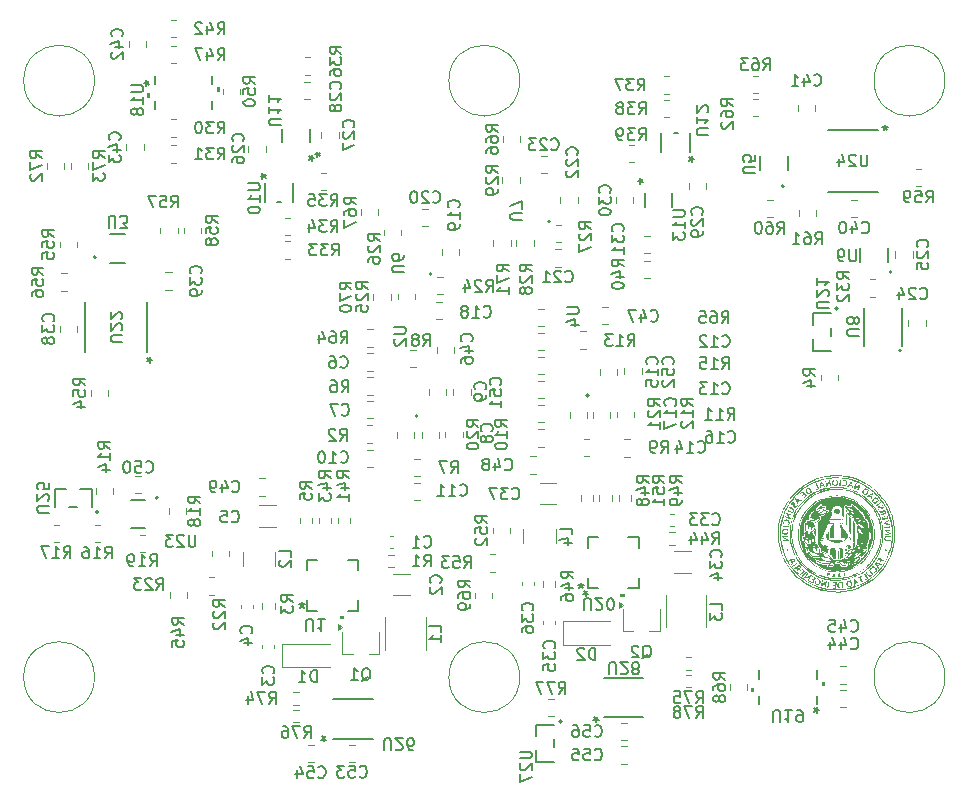
<source format=gbr>
%TF.GenerationSoftware,KiCad,Pcbnew,7.0.11*%
%TF.CreationDate,2024-12-11T15:28:39-03:00*%
%TF.ProjectId,Placa_DetectorParticulas,506c6163-615f-4446-9574-6563746f7250,rev?*%
%TF.SameCoordinates,Original*%
%TF.FileFunction,Legend,Bot*%
%TF.FilePolarity,Positive*%
%FSLAX46Y46*%
G04 Gerber Fmt 4.6, Leading zero omitted, Abs format (unit mm)*
G04 Created by KiCad (PCBNEW 7.0.11) date 2024-12-11 15:28:39*
%MOMM*%
%LPD*%
G01*
G04 APERTURE LIST*
%ADD10C,0.150000*%
%ADD11C,0.100000*%
%ADD12C,0.120000*%
%ADD13C,0.152400*%
G04 APERTURE END LIST*
D10*
X103370238Y-128925057D02*
X103465476Y-128877438D01*
X103465476Y-128877438D02*
X103560714Y-128782200D01*
X103560714Y-128782200D02*
X103703571Y-128639342D01*
X103703571Y-128639342D02*
X103798809Y-128591723D01*
X103798809Y-128591723D02*
X103894047Y-128591723D01*
X103846428Y-128829819D02*
X103941666Y-128782200D01*
X103941666Y-128782200D02*
X104036904Y-128686961D01*
X104036904Y-128686961D02*
X104084523Y-128496485D01*
X104084523Y-128496485D02*
X104084523Y-128163152D01*
X104084523Y-128163152D02*
X104036904Y-127972676D01*
X104036904Y-127972676D02*
X103941666Y-127877438D01*
X103941666Y-127877438D02*
X103846428Y-127829819D01*
X103846428Y-127829819D02*
X103655952Y-127829819D01*
X103655952Y-127829819D02*
X103560714Y-127877438D01*
X103560714Y-127877438D02*
X103465476Y-127972676D01*
X103465476Y-127972676D02*
X103417857Y-128163152D01*
X103417857Y-128163152D02*
X103417857Y-128496485D01*
X103417857Y-128496485D02*
X103465476Y-128686961D01*
X103465476Y-128686961D02*
X103560714Y-128782200D01*
X103560714Y-128782200D02*
X103655952Y-128829819D01*
X103655952Y-128829819D02*
X103846428Y-128829819D01*
X103036904Y-127925057D02*
X102989285Y-127877438D01*
X102989285Y-127877438D02*
X102894047Y-127829819D01*
X102894047Y-127829819D02*
X102655952Y-127829819D01*
X102655952Y-127829819D02*
X102560714Y-127877438D01*
X102560714Y-127877438D02*
X102513095Y-127925057D01*
X102513095Y-127925057D02*
X102465476Y-128020295D01*
X102465476Y-128020295D02*
X102465476Y-128115533D01*
X102465476Y-128115533D02*
X102513095Y-128258390D01*
X102513095Y-128258390D02*
X103084523Y-128829819D01*
X103084523Y-128829819D02*
X102465476Y-128829819D01*
X120870817Y-96791142D02*
X120394626Y-96457809D01*
X120870817Y-96219714D02*
X119870817Y-96219714D01*
X119870817Y-96219714D02*
X119870817Y-96600666D01*
X119870817Y-96600666D02*
X119918436Y-96695904D01*
X119918436Y-96695904D02*
X119966055Y-96743523D01*
X119966055Y-96743523D02*
X120061293Y-96791142D01*
X120061293Y-96791142D02*
X120204150Y-96791142D01*
X120204150Y-96791142D02*
X120299388Y-96743523D01*
X120299388Y-96743523D02*
X120347007Y-96695904D01*
X120347007Y-96695904D02*
X120394626Y-96600666D01*
X120394626Y-96600666D02*
X120394626Y-96219714D01*
X119870817Y-97124476D02*
X119870817Y-97743523D01*
X119870817Y-97743523D02*
X120251769Y-97410190D01*
X120251769Y-97410190D02*
X120251769Y-97553047D01*
X120251769Y-97553047D02*
X120299388Y-97648285D01*
X120299388Y-97648285D02*
X120347007Y-97695904D01*
X120347007Y-97695904D02*
X120442245Y-97743523D01*
X120442245Y-97743523D02*
X120680340Y-97743523D01*
X120680340Y-97743523D02*
X120775578Y-97695904D01*
X120775578Y-97695904D02*
X120823198Y-97648285D01*
X120823198Y-97648285D02*
X120870817Y-97553047D01*
X120870817Y-97553047D02*
X120870817Y-97267333D01*
X120870817Y-97267333D02*
X120823198Y-97172095D01*
X120823198Y-97172095D02*
X120775578Y-97124476D01*
X119966055Y-98124476D02*
X119918436Y-98172095D01*
X119918436Y-98172095D02*
X119870817Y-98267333D01*
X119870817Y-98267333D02*
X119870817Y-98505428D01*
X119870817Y-98505428D02*
X119918436Y-98600666D01*
X119918436Y-98600666D02*
X119966055Y-98648285D01*
X119966055Y-98648285D02*
X120061293Y-98695904D01*
X120061293Y-98695904D02*
X120156531Y-98695904D01*
X120156531Y-98695904D02*
X120299388Y-98648285D01*
X120299388Y-98648285D02*
X120870817Y-98076857D01*
X120870817Y-98076857D02*
X120870817Y-98695904D01*
X76983069Y-113657142D02*
X76506878Y-113323809D01*
X76983069Y-113085714D02*
X75983069Y-113085714D01*
X75983069Y-113085714D02*
X75983069Y-113466666D01*
X75983069Y-113466666D02*
X76030688Y-113561904D01*
X76030688Y-113561904D02*
X76078307Y-113609523D01*
X76078307Y-113609523D02*
X76173545Y-113657142D01*
X76173545Y-113657142D02*
X76316402Y-113657142D01*
X76316402Y-113657142D02*
X76411640Y-113609523D01*
X76411640Y-113609523D02*
X76459259Y-113561904D01*
X76459259Y-113561904D02*
X76506878Y-113466666D01*
X76506878Y-113466666D02*
X76506878Y-113085714D01*
X76316402Y-114514285D02*
X76983069Y-114514285D01*
X75935450Y-114276190D02*
X76649735Y-114038095D01*
X76649735Y-114038095D02*
X76649735Y-114657142D01*
X75983069Y-114942857D02*
X75983069Y-115561904D01*
X75983069Y-115561904D02*
X76364021Y-115228571D01*
X76364021Y-115228571D02*
X76364021Y-115371428D01*
X76364021Y-115371428D02*
X76411640Y-115466666D01*
X76411640Y-115466666D02*
X76459259Y-115514285D01*
X76459259Y-115514285D02*
X76554497Y-115561904D01*
X76554497Y-115561904D02*
X76792592Y-115561904D01*
X76792592Y-115561904D02*
X76887830Y-115514285D01*
X76887830Y-115514285D02*
X76935450Y-115466666D01*
X76935450Y-115466666D02*
X76983069Y-115371428D01*
X76983069Y-115371428D02*
X76983069Y-115085714D01*
X76983069Y-115085714D02*
X76935450Y-114990476D01*
X76935450Y-114990476D02*
X76887830Y-114942857D01*
X94004819Y-96157142D02*
X93528628Y-95823809D01*
X94004819Y-95585714D02*
X93004819Y-95585714D01*
X93004819Y-95585714D02*
X93004819Y-95966666D01*
X93004819Y-95966666D02*
X93052438Y-96061904D01*
X93052438Y-96061904D02*
X93100057Y-96109523D01*
X93100057Y-96109523D02*
X93195295Y-96157142D01*
X93195295Y-96157142D02*
X93338152Y-96157142D01*
X93338152Y-96157142D02*
X93433390Y-96109523D01*
X93433390Y-96109523D02*
X93481009Y-96061904D01*
X93481009Y-96061904D02*
X93528628Y-95966666D01*
X93528628Y-95966666D02*
X93528628Y-95585714D01*
X93100057Y-96538095D02*
X93052438Y-96585714D01*
X93052438Y-96585714D02*
X93004819Y-96680952D01*
X93004819Y-96680952D02*
X93004819Y-96919047D01*
X93004819Y-96919047D02*
X93052438Y-97014285D01*
X93052438Y-97014285D02*
X93100057Y-97061904D01*
X93100057Y-97061904D02*
X93195295Y-97109523D01*
X93195295Y-97109523D02*
X93290533Y-97109523D01*
X93290533Y-97109523D02*
X93433390Y-97061904D01*
X93433390Y-97061904D02*
X94004819Y-96490476D01*
X94004819Y-96490476D02*
X94004819Y-97109523D01*
X93433390Y-97680952D02*
X93385771Y-97585714D01*
X93385771Y-97585714D02*
X93338152Y-97538095D01*
X93338152Y-97538095D02*
X93242914Y-97490476D01*
X93242914Y-97490476D02*
X93195295Y-97490476D01*
X93195295Y-97490476D02*
X93100057Y-97538095D01*
X93100057Y-97538095D02*
X93052438Y-97585714D01*
X93052438Y-97585714D02*
X93004819Y-97680952D01*
X93004819Y-97680952D02*
X93004819Y-97871428D01*
X93004819Y-97871428D02*
X93052438Y-97966666D01*
X93052438Y-97966666D02*
X93100057Y-98014285D01*
X93100057Y-98014285D02*
X93195295Y-98061904D01*
X93195295Y-98061904D02*
X93242914Y-98061904D01*
X93242914Y-98061904D02*
X93338152Y-98014285D01*
X93338152Y-98014285D02*
X93385771Y-97966666D01*
X93385771Y-97966666D02*
X93433390Y-97871428D01*
X93433390Y-97871428D02*
X93433390Y-97680952D01*
X93433390Y-97680952D02*
X93481009Y-97585714D01*
X93481009Y-97585714D02*
X93528628Y-97538095D01*
X93528628Y-97538095D02*
X93623866Y-97490476D01*
X93623866Y-97490476D02*
X93814342Y-97490476D01*
X93814342Y-97490476D02*
X93909580Y-97538095D01*
X93909580Y-97538095D02*
X93957200Y-97585714D01*
X93957200Y-97585714D02*
X94004819Y-97680952D01*
X94004819Y-97680952D02*
X94004819Y-97871428D01*
X94004819Y-97871428D02*
X93957200Y-97966666D01*
X93957200Y-97966666D02*
X93909580Y-98014285D01*
X93909580Y-98014285D02*
X93814342Y-98061904D01*
X93814342Y-98061904D02*
X93623866Y-98061904D01*
X93623866Y-98061904D02*
X93528628Y-98014285D01*
X93528628Y-98014285D02*
X93481009Y-97966666D01*
X93481009Y-97966666D02*
X93433390Y-97871428D01*
X81511905Y-136695180D02*
X81511905Y-135885657D01*
X81511905Y-135885657D02*
X81559524Y-135790419D01*
X81559524Y-135790419D02*
X81607143Y-135742800D01*
X81607143Y-135742800D02*
X81702381Y-135695180D01*
X81702381Y-135695180D02*
X81892857Y-135695180D01*
X81892857Y-135695180D02*
X81988095Y-135742800D01*
X81988095Y-135742800D02*
X82035714Y-135790419D01*
X82035714Y-135790419D02*
X82083333Y-135885657D01*
X82083333Y-135885657D02*
X82083333Y-136695180D01*
X82511905Y-136599942D02*
X82559524Y-136647561D01*
X82559524Y-136647561D02*
X82654762Y-136695180D01*
X82654762Y-136695180D02*
X82892857Y-136695180D01*
X82892857Y-136695180D02*
X82988095Y-136647561D01*
X82988095Y-136647561D02*
X83035714Y-136599942D01*
X83035714Y-136599942D02*
X83083333Y-136504704D01*
X83083333Y-136504704D02*
X83083333Y-136409466D01*
X83083333Y-136409466D02*
X83035714Y-136266609D01*
X83035714Y-136266609D02*
X82464286Y-135695180D01*
X82464286Y-135695180D02*
X83083333Y-135695180D01*
X83940476Y-136695180D02*
X83750000Y-136695180D01*
X83750000Y-136695180D02*
X83654762Y-136647561D01*
X83654762Y-136647561D02*
X83607143Y-136599942D01*
X83607143Y-136599942D02*
X83511905Y-136457085D01*
X83511905Y-136457085D02*
X83464286Y-136266609D01*
X83464286Y-136266609D02*
X83464286Y-135885657D01*
X83464286Y-135885657D02*
X83511905Y-135790419D01*
X83511905Y-135790419D02*
X83559524Y-135742800D01*
X83559524Y-135742800D02*
X83654762Y-135695180D01*
X83654762Y-135695180D02*
X83845238Y-135695180D01*
X83845238Y-135695180D02*
X83940476Y-135742800D01*
X83940476Y-135742800D02*
X83988095Y-135790419D01*
X83988095Y-135790419D02*
X84035714Y-135885657D01*
X84035714Y-135885657D02*
X84035714Y-136123752D01*
X84035714Y-136123752D02*
X83988095Y-136218990D01*
X83988095Y-136218990D02*
X83940476Y-136266609D01*
X83940476Y-136266609D02*
X83845238Y-136314228D01*
X83845238Y-136314228D02*
X83654762Y-136314228D01*
X83654762Y-136314228D02*
X83559524Y-136266609D01*
X83559524Y-136266609D02*
X83511905Y-136218990D01*
X83511905Y-136218990D02*
X83464286Y-136123752D01*
X76400000Y-135945180D02*
X76400000Y-135707085D01*
X76161905Y-135802323D02*
X76400000Y-135707085D01*
X76400000Y-135707085D02*
X76638095Y-135802323D01*
X76257143Y-135516609D02*
X76400000Y-135707085D01*
X76400000Y-135707085D02*
X76542857Y-135516609D01*
X92342857Y-115359580D02*
X92390476Y-115407200D01*
X92390476Y-115407200D02*
X92533333Y-115454819D01*
X92533333Y-115454819D02*
X92628571Y-115454819D01*
X92628571Y-115454819D02*
X92771428Y-115407200D01*
X92771428Y-115407200D02*
X92866666Y-115311961D01*
X92866666Y-115311961D02*
X92914285Y-115216723D01*
X92914285Y-115216723D02*
X92961904Y-115026247D01*
X92961904Y-115026247D02*
X92961904Y-114883390D01*
X92961904Y-114883390D02*
X92914285Y-114692914D01*
X92914285Y-114692914D02*
X92866666Y-114597676D01*
X92866666Y-114597676D02*
X92771428Y-114502438D01*
X92771428Y-114502438D02*
X92628571Y-114454819D01*
X92628571Y-114454819D02*
X92533333Y-114454819D01*
X92533333Y-114454819D02*
X92390476Y-114502438D01*
X92390476Y-114502438D02*
X92342857Y-114550057D01*
X92009523Y-114454819D02*
X91390476Y-114454819D01*
X91390476Y-114454819D02*
X91723809Y-114835771D01*
X91723809Y-114835771D02*
X91580952Y-114835771D01*
X91580952Y-114835771D02*
X91485714Y-114883390D01*
X91485714Y-114883390D02*
X91438095Y-114931009D01*
X91438095Y-114931009D02*
X91390476Y-115026247D01*
X91390476Y-115026247D02*
X91390476Y-115264342D01*
X91390476Y-115264342D02*
X91438095Y-115359580D01*
X91438095Y-115359580D02*
X91485714Y-115407200D01*
X91485714Y-115407200D02*
X91580952Y-115454819D01*
X91580952Y-115454819D02*
X91866666Y-115454819D01*
X91866666Y-115454819D02*
X91961904Y-115407200D01*
X91961904Y-115407200D02*
X92009523Y-115359580D01*
X91057142Y-114454819D02*
X90390476Y-114454819D01*
X90390476Y-114454819D02*
X90819047Y-115454819D01*
X87809581Y-90728842D02*
X87857201Y-90681223D01*
X87857201Y-90681223D02*
X87904820Y-90538366D01*
X87904820Y-90538366D02*
X87904820Y-90443128D01*
X87904820Y-90443128D02*
X87857201Y-90300271D01*
X87857201Y-90300271D02*
X87761962Y-90205033D01*
X87761962Y-90205033D02*
X87666724Y-90157414D01*
X87666724Y-90157414D02*
X87476248Y-90109795D01*
X87476248Y-90109795D02*
X87333391Y-90109795D01*
X87333391Y-90109795D02*
X87142915Y-90157414D01*
X87142915Y-90157414D02*
X87047677Y-90205033D01*
X87047677Y-90205033D02*
X86952439Y-90300271D01*
X86952439Y-90300271D02*
X86904820Y-90443128D01*
X86904820Y-90443128D02*
X86904820Y-90538366D01*
X86904820Y-90538366D02*
X86952439Y-90681223D01*
X86952439Y-90681223D02*
X87000058Y-90728842D01*
X87904820Y-91681223D02*
X87904820Y-91109795D01*
X87904820Y-91395509D02*
X86904820Y-91395509D01*
X86904820Y-91395509D02*
X87047677Y-91300271D01*
X87047677Y-91300271D02*
X87142915Y-91205033D01*
X87142915Y-91205033D02*
X87190534Y-91109795D01*
X87904820Y-92157414D02*
X87904820Y-92347890D01*
X87904820Y-92347890D02*
X87857201Y-92443128D01*
X87857201Y-92443128D02*
X87809581Y-92490747D01*
X87809581Y-92490747D02*
X87666724Y-92585985D01*
X87666724Y-92585985D02*
X87476248Y-92633604D01*
X87476248Y-92633604D02*
X87095296Y-92633604D01*
X87095296Y-92633604D02*
X87000058Y-92585985D01*
X87000058Y-92585985D02*
X86952439Y-92538366D01*
X86952439Y-92538366D02*
X86904820Y-92443128D01*
X86904820Y-92443128D02*
X86904820Y-92252652D01*
X86904820Y-92252652D02*
X86952439Y-92157414D01*
X86952439Y-92157414D02*
X87000058Y-92109795D01*
X87000058Y-92109795D02*
X87095296Y-92062176D01*
X87095296Y-92062176D02*
X87333391Y-92062176D01*
X87333391Y-92062176D02*
X87428629Y-92109795D01*
X87428629Y-92109795D02*
X87476248Y-92157414D01*
X87476248Y-92157414D02*
X87523867Y-92252652D01*
X87523867Y-92252652D02*
X87523867Y-92443128D01*
X87523867Y-92443128D02*
X87476248Y-92538366D01*
X87476248Y-92538366D02*
X87428629Y-92585985D01*
X87428629Y-92585985D02*
X87333391Y-92633604D01*
X96292857Y-131904819D02*
X96626190Y-131428628D01*
X96864285Y-131904819D02*
X96864285Y-130904819D01*
X96864285Y-130904819D02*
X96483333Y-130904819D01*
X96483333Y-130904819D02*
X96388095Y-130952438D01*
X96388095Y-130952438D02*
X96340476Y-131000057D01*
X96340476Y-131000057D02*
X96292857Y-131095295D01*
X96292857Y-131095295D02*
X96292857Y-131238152D01*
X96292857Y-131238152D02*
X96340476Y-131333390D01*
X96340476Y-131333390D02*
X96388095Y-131381009D01*
X96388095Y-131381009D02*
X96483333Y-131428628D01*
X96483333Y-131428628D02*
X96864285Y-131428628D01*
X95959523Y-130904819D02*
X95292857Y-130904819D01*
X95292857Y-130904819D02*
X95721428Y-131904819D01*
X95007142Y-130904819D02*
X94340476Y-130904819D01*
X94340476Y-130904819D02*
X94769047Y-131904819D01*
X63457531Y-90739219D02*
X63790864Y-90263028D01*
X64028959Y-90739219D02*
X64028959Y-89739219D01*
X64028959Y-89739219D02*
X63648007Y-89739219D01*
X63648007Y-89739219D02*
X63552769Y-89786838D01*
X63552769Y-89786838D02*
X63505150Y-89834457D01*
X63505150Y-89834457D02*
X63457531Y-89929695D01*
X63457531Y-89929695D02*
X63457531Y-90072552D01*
X63457531Y-90072552D02*
X63505150Y-90167790D01*
X63505150Y-90167790D02*
X63552769Y-90215409D01*
X63552769Y-90215409D02*
X63648007Y-90263028D01*
X63648007Y-90263028D02*
X64028959Y-90263028D01*
X62552769Y-89739219D02*
X63028959Y-89739219D01*
X63028959Y-89739219D02*
X63076578Y-90215409D01*
X63076578Y-90215409D02*
X63028959Y-90167790D01*
X63028959Y-90167790D02*
X62933721Y-90120171D01*
X62933721Y-90120171D02*
X62695626Y-90120171D01*
X62695626Y-90120171D02*
X62600388Y-90167790D01*
X62600388Y-90167790D02*
X62552769Y-90215409D01*
X62552769Y-90215409D02*
X62505150Y-90310647D01*
X62505150Y-90310647D02*
X62505150Y-90548742D01*
X62505150Y-90548742D02*
X62552769Y-90643980D01*
X62552769Y-90643980D02*
X62600388Y-90691600D01*
X62600388Y-90691600D02*
X62695626Y-90739219D01*
X62695626Y-90739219D02*
X62933721Y-90739219D01*
X62933721Y-90739219D02*
X63028959Y-90691600D01*
X63028959Y-90691600D02*
X63076578Y-90643980D01*
X62171816Y-89739219D02*
X61505150Y-89739219D01*
X61505150Y-89739219D02*
X61933721Y-90739219D01*
X91154819Y-84307142D02*
X90678628Y-83973809D01*
X91154819Y-83735714D02*
X90154819Y-83735714D01*
X90154819Y-83735714D02*
X90154819Y-84116666D01*
X90154819Y-84116666D02*
X90202438Y-84211904D01*
X90202438Y-84211904D02*
X90250057Y-84259523D01*
X90250057Y-84259523D02*
X90345295Y-84307142D01*
X90345295Y-84307142D02*
X90488152Y-84307142D01*
X90488152Y-84307142D02*
X90583390Y-84259523D01*
X90583390Y-84259523D02*
X90631009Y-84211904D01*
X90631009Y-84211904D02*
X90678628Y-84116666D01*
X90678628Y-84116666D02*
X90678628Y-83735714D01*
X90154819Y-85164285D02*
X90154819Y-84973809D01*
X90154819Y-84973809D02*
X90202438Y-84878571D01*
X90202438Y-84878571D02*
X90250057Y-84830952D01*
X90250057Y-84830952D02*
X90392914Y-84735714D01*
X90392914Y-84735714D02*
X90583390Y-84688095D01*
X90583390Y-84688095D02*
X90964342Y-84688095D01*
X90964342Y-84688095D02*
X91059580Y-84735714D01*
X91059580Y-84735714D02*
X91107200Y-84783333D01*
X91107200Y-84783333D02*
X91154819Y-84878571D01*
X91154819Y-84878571D02*
X91154819Y-85069047D01*
X91154819Y-85069047D02*
X91107200Y-85164285D01*
X91107200Y-85164285D02*
X91059580Y-85211904D01*
X91059580Y-85211904D02*
X90964342Y-85259523D01*
X90964342Y-85259523D02*
X90726247Y-85259523D01*
X90726247Y-85259523D02*
X90631009Y-85211904D01*
X90631009Y-85211904D02*
X90583390Y-85164285D01*
X90583390Y-85164285D02*
X90535771Y-85069047D01*
X90535771Y-85069047D02*
X90535771Y-84878571D01*
X90535771Y-84878571D02*
X90583390Y-84783333D01*
X90583390Y-84783333D02*
X90631009Y-84735714D01*
X90631009Y-84735714D02*
X90726247Y-84688095D01*
X90154819Y-86116666D02*
X90154819Y-85926190D01*
X90154819Y-85926190D02*
X90202438Y-85830952D01*
X90202438Y-85830952D02*
X90250057Y-85783333D01*
X90250057Y-85783333D02*
X90392914Y-85688095D01*
X90392914Y-85688095D02*
X90583390Y-85640476D01*
X90583390Y-85640476D02*
X90964342Y-85640476D01*
X90964342Y-85640476D02*
X91059580Y-85688095D01*
X91059580Y-85688095D02*
X91107200Y-85735714D01*
X91107200Y-85735714D02*
X91154819Y-85830952D01*
X91154819Y-85830952D02*
X91154819Y-86021428D01*
X91154819Y-86021428D02*
X91107200Y-86116666D01*
X91107200Y-86116666D02*
X91059580Y-86164285D01*
X91059580Y-86164285D02*
X90964342Y-86211904D01*
X90964342Y-86211904D02*
X90726247Y-86211904D01*
X90726247Y-86211904D02*
X90631009Y-86164285D01*
X90631009Y-86164285D02*
X90583390Y-86116666D01*
X90583390Y-86116666D02*
X90535771Y-86021428D01*
X90535771Y-86021428D02*
X90535771Y-85830952D01*
X90535771Y-85830952D02*
X90583390Y-85735714D01*
X90583390Y-85735714D02*
X90631009Y-85688095D01*
X90631009Y-85688095D02*
X90726247Y-85640476D01*
X99342857Y-137459580D02*
X99390476Y-137507200D01*
X99390476Y-137507200D02*
X99533333Y-137554819D01*
X99533333Y-137554819D02*
X99628571Y-137554819D01*
X99628571Y-137554819D02*
X99771428Y-137507200D01*
X99771428Y-137507200D02*
X99866666Y-137411961D01*
X99866666Y-137411961D02*
X99914285Y-137316723D01*
X99914285Y-137316723D02*
X99961904Y-137126247D01*
X99961904Y-137126247D02*
X99961904Y-136983390D01*
X99961904Y-136983390D02*
X99914285Y-136792914D01*
X99914285Y-136792914D02*
X99866666Y-136697676D01*
X99866666Y-136697676D02*
X99771428Y-136602438D01*
X99771428Y-136602438D02*
X99628571Y-136554819D01*
X99628571Y-136554819D02*
X99533333Y-136554819D01*
X99533333Y-136554819D02*
X99390476Y-136602438D01*
X99390476Y-136602438D02*
X99342857Y-136650057D01*
X98438095Y-136554819D02*
X98914285Y-136554819D01*
X98914285Y-136554819D02*
X98961904Y-137031009D01*
X98961904Y-137031009D02*
X98914285Y-136983390D01*
X98914285Y-136983390D02*
X98819047Y-136935771D01*
X98819047Y-136935771D02*
X98580952Y-136935771D01*
X98580952Y-136935771D02*
X98485714Y-136983390D01*
X98485714Y-136983390D02*
X98438095Y-137031009D01*
X98438095Y-137031009D02*
X98390476Y-137126247D01*
X98390476Y-137126247D02*
X98390476Y-137364342D01*
X98390476Y-137364342D02*
X98438095Y-137459580D01*
X98438095Y-137459580D02*
X98485714Y-137507200D01*
X98485714Y-137507200D02*
X98580952Y-137554819D01*
X98580952Y-137554819D02*
X98819047Y-137554819D01*
X98819047Y-137554819D02*
X98914285Y-137507200D01*
X98914285Y-137507200D02*
X98961904Y-137459580D01*
X97485714Y-136554819D02*
X97961904Y-136554819D01*
X97961904Y-136554819D02*
X98009523Y-137031009D01*
X98009523Y-137031009D02*
X97961904Y-136983390D01*
X97961904Y-136983390D02*
X97866666Y-136935771D01*
X97866666Y-136935771D02*
X97628571Y-136935771D01*
X97628571Y-136935771D02*
X97533333Y-136983390D01*
X97533333Y-136983390D02*
X97485714Y-137031009D01*
X97485714Y-137031009D02*
X97438095Y-137126247D01*
X97438095Y-137126247D02*
X97438095Y-137364342D01*
X97438095Y-137364342D02*
X97485714Y-137459580D01*
X97485714Y-137459580D02*
X97533333Y-137507200D01*
X97533333Y-137507200D02*
X97628571Y-137554819D01*
X97628571Y-137554819D02*
X97866666Y-137554819D01*
X97866666Y-137554819D02*
X97961904Y-137507200D01*
X97961904Y-137507200D02*
X98009523Y-137459580D01*
X99413094Y-129029819D02*
X99413094Y-128029819D01*
X99413094Y-128029819D02*
X99174999Y-128029819D01*
X99174999Y-128029819D02*
X99032142Y-128077438D01*
X99032142Y-128077438D02*
X98936904Y-128172676D01*
X98936904Y-128172676D02*
X98889285Y-128267914D01*
X98889285Y-128267914D02*
X98841666Y-128458390D01*
X98841666Y-128458390D02*
X98841666Y-128601247D01*
X98841666Y-128601247D02*
X98889285Y-128791723D01*
X98889285Y-128791723D02*
X98936904Y-128886961D01*
X98936904Y-128886961D02*
X99032142Y-128982200D01*
X99032142Y-128982200D02*
X99174999Y-129029819D01*
X99174999Y-129029819D02*
X99413094Y-129029819D01*
X98460713Y-128125057D02*
X98413094Y-128077438D01*
X98413094Y-128077438D02*
X98317856Y-128029819D01*
X98317856Y-128029819D02*
X98079761Y-128029819D01*
X98079761Y-128029819D02*
X97984523Y-128077438D01*
X97984523Y-128077438D02*
X97936904Y-128125057D01*
X97936904Y-128125057D02*
X97889285Y-128220295D01*
X97889285Y-128220295D02*
X97889285Y-128315533D01*
X97889285Y-128315533D02*
X97936904Y-128458390D01*
X97936904Y-128458390D02*
X98508332Y-129029819D01*
X98508332Y-129029819D02*
X97889285Y-129029819D01*
X118017857Y-93854819D02*
X118351190Y-93378628D01*
X118589285Y-93854819D02*
X118589285Y-92854819D01*
X118589285Y-92854819D02*
X118208333Y-92854819D01*
X118208333Y-92854819D02*
X118113095Y-92902438D01*
X118113095Y-92902438D02*
X118065476Y-92950057D01*
X118065476Y-92950057D02*
X118017857Y-93045295D01*
X118017857Y-93045295D02*
X118017857Y-93188152D01*
X118017857Y-93188152D02*
X118065476Y-93283390D01*
X118065476Y-93283390D02*
X118113095Y-93331009D01*
X118113095Y-93331009D02*
X118208333Y-93378628D01*
X118208333Y-93378628D02*
X118589285Y-93378628D01*
X117160714Y-92854819D02*
X117351190Y-92854819D01*
X117351190Y-92854819D02*
X117446428Y-92902438D01*
X117446428Y-92902438D02*
X117494047Y-92950057D01*
X117494047Y-92950057D02*
X117589285Y-93092914D01*
X117589285Y-93092914D02*
X117636904Y-93283390D01*
X117636904Y-93283390D02*
X117636904Y-93664342D01*
X117636904Y-93664342D02*
X117589285Y-93759580D01*
X117589285Y-93759580D02*
X117541666Y-93807200D01*
X117541666Y-93807200D02*
X117446428Y-93854819D01*
X117446428Y-93854819D02*
X117255952Y-93854819D01*
X117255952Y-93854819D02*
X117160714Y-93807200D01*
X117160714Y-93807200D02*
X117113095Y-93759580D01*
X117113095Y-93759580D02*
X117065476Y-93664342D01*
X117065476Y-93664342D02*
X117065476Y-93426247D01*
X117065476Y-93426247D02*
X117113095Y-93331009D01*
X117113095Y-93331009D02*
X117160714Y-93283390D01*
X117160714Y-93283390D02*
X117255952Y-93235771D01*
X117255952Y-93235771D02*
X117446428Y-93235771D01*
X117446428Y-93235771D02*
X117541666Y-93283390D01*
X117541666Y-93283390D02*
X117589285Y-93331009D01*
X117589285Y-93331009D02*
X117636904Y-93426247D01*
X116113095Y-93854819D02*
X116684523Y-93854819D01*
X116398809Y-93854819D02*
X116398809Y-92854819D01*
X116398809Y-92854819D02*
X116494047Y-92997676D01*
X116494047Y-92997676D02*
X116589285Y-93092914D01*
X116589285Y-93092914D02*
X116684523Y-93140533D01*
X109317857Y-117534580D02*
X109365476Y-117582200D01*
X109365476Y-117582200D02*
X109508333Y-117629819D01*
X109508333Y-117629819D02*
X109603571Y-117629819D01*
X109603571Y-117629819D02*
X109746428Y-117582200D01*
X109746428Y-117582200D02*
X109841666Y-117486961D01*
X109841666Y-117486961D02*
X109889285Y-117391723D01*
X109889285Y-117391723D02*
X109936904Y-117201247D01*
X109936904Y-117201247D02*
X109936904Y-117058390D01*
X109936904Y-117058390D02*
X109889285Y-116867914D01*
X109889285Y-116867914D02*
X109841666Y-116772676D01*
X109841666Y-116772676D02*
X109746428Y-116677438D01*
X109746428Y-116677438D02*
X109603571Y-116629819D01*
X109603571Y-116629819D02*
X109508333Y-116629819D01*
X109508333Y-116629819D02*
X109365476Y-116677438D01*
X109365476Y-116677438D02*
X109317857Y-116725057D01*
X108984523Y-116629819D02*
X108365476Y-116629819D01*
X108365476Y-116629819D02*
X108698809Y-117010771D01*
X108698809Y-117010771D02*
X108555952Y-117010771D01*
X108555952Y-117010771D02*
X108460714Y-117058390D01*
X108460714Y-117058390D02*
X108413095Y-117106009D01*
X108413095Y-117106009D02*
X108365476Y-117201247D01*
X108365476Y-117201247D02*
X108365476Y-117439342D01*
X108365476Y-117439342D02*
X108413095Y-117534580D01*
X108413095Y-117534580D02*
X108460714Y-117582200D01*
X108460714Y-117582200D02*
X108555952Y-117629819D01*
X108555952Y-117629819D02*
X108841666Y-117629819D01*
X108841666Y-117629819D02*
X108936904Y-117582200D01*
X108936904Y-117582200D02*
X108984523Y-117534580D01*
X108032142Y-116629819D02*
X107413095Y-116629819D01*
X107413095Y-116629819D02*
X107746428Y-117010771D01*
X107746428Y-117010771D02*
X107603571Y-117010771D01*
X107603571Y-117010771D02*
X107508333Y-117058390D01*
X107508333Y-117058390D02*
X107460714Y-117106009D01*
X107460714Y-117106009D02*
X107413095Y-117201247D01*
X107413095Y-117201247D02*
X107413095Y-117439342D01*
X107413095Y-117439342D02*
X107460714Y-117534580D01*
X107460714Y-117534580D02*
X107508333Y-117582200D01*
X107508333Y-117582200D02*
X107603571Y-117629819D01*
X107603571Y-117629819D02*
X107889285Y-117629819D01*
X107889285Y-117629819D02*
X107984523Y-117582200D01*
X107984523Y-117582200D02*
X108032142Y-117534580D01*
X77916666Y-108259580D02*
X77964285Y-108307200D01*
X77964285Y-108307200D02*
X78107142Y-108354819D01*
X78107142Y-108354819D02*
X78202380Y-108354819D01*
X78202380Y-108354819D02*
X78345237Y-108307200D01*
X78345237Y-108307200D02*
X78440475Y-108211961D01*
X78440475Y-108211961D02*
X78488094Y-108116723D01*
X78488094Y-108116723D02*
X78535713Y-107926247D01*
X78535713Y-107926247D02*
X78535713Y-107783390D01*
X78535713Y-107783390D02*
X78488094Y-107592914D01*
X78488094Y-107592914D02*
X78440475Y-107497676D01*
X78440475Y-107497676D02*
X78345237Y-107402438D01*
X78345237Y-107402438D02*
X78202380Y-107354819D01*
X78202380Y-107354819D02*
X78107142Y-107354819D01*
X78107142Y-107354819D02*
X77964285Y-107402438D01*
X77964285Y-107402438D02*
X77916666Y-107450057D01*
X77583332Y-107354819D02*
X76916666Y-107354819D01*
X76916666Y-107354819D02*
X77345237Y-108354819D01*
X79154819Y-90482142D02*
X78678628Y-90148809D01*
X79154819Y-89910714D02*
X78154819Y-89910714D01*
X78154819Y-89910714D02*
X78154819Y-90291666D01*
X78154819Y-90291666D02*
X78202438Y-90386904D01*
X78202438Y-90386904D02*
X78250057Y-90434523D01*
X78250057Y-90434523D02*
X78345295Y-90482142D01*
X78345295Y-90482142D02*
X78488152Y-90482142D01*
X78488152Y-90482142D02*
X78583390Y-90434523D01*
X78583390Y-90434523D02*
X78631009Y-90386904D01*
X78631009Y-90386904D02*
X78678628Y-90291666D01*
X78678628Y-90291666D02*
X78678628Y-89910714D01*
X78154819Y-91339285D02*
X78154819Y-91148809D01*
X78154819Y-91148809D02*
X78202438Y-91053571D01*
X78202438Y-91053571D02*
X78250057Y-91005952D01*
X78250057Y-91005952D02*
X78392914Y-90910714D01*
X78392914Y-90910714D02*
X78583390Y-90863095D01*
X78583390Y-90863095D02*
X78964342Y-90863095D01*
X78964342Y-90863095D02*
X79059580Y-90910714D01*
X79059580Y-90910714D02*
X79107200Y-90958333D01*
X79107200Y-90958333D02*
X79154819Y-91053571D01*
X79154819Y-91053571D02*
X79154819Y-91244047D01*
X79154819Y-91244047D02*
X79107200Y-91339285D01*
X79107200Y-91339285D02*
X79059580Y-91386904D01*
X79059580Y-91386904D02*
X78964342Y-91434523D01*
X78964342Y-91434523D02*
X78726247Y-91434523D01*
X78726247Y-91434523D02*
X78631009Y-91386904D01*
X78631009Y-91386904D02*
X78583390Y-91339285D01*
X78583390Y-91339285D02*
X78535771Y-91244047D01*
X78535771Y-91244047D02*
X78535771Y-91053571D01*
X78535771Y-91053571D02*
X78583390Y-90958333D01*
X78583390Y-90958333D02*
X78631009Y-90910714D01*
X78631009Y-90910714D02*
X78726247Y-90863095D01*
X78154819Y-91767857D02*
X78154819Y-92434523D01*
X78154819Y-92434523D02*
X79154819Y-92005952D01*
X105959580Y-104007142D02*
X106007200Y-103959523D01*
X106007200Y-103959523D02*
X106054819Y-103816666D01*
X106054819Y-103816666D02*
X106054819Y-103721428D01*
X106054819Y-103721428D02*
X106007200Y-103578571D01*
X106007200Y-103578571D02*
X105911961Y-103483333D01*
X105911961Y-103483333D02*
X105816723Y-103435714D01*
X105816723Y-103435714D02*
X105626247Y-103388095D01*
X105626247Y-103388095D02*
X105483390Y-103388095D01*
X105483390Y-103388095D02*
X105292914Y-103435714D01*
X105292914Y-103435714D02*
X105197676Y-103483333D01*
X105197676Y-103483333D02*
X105102438Y-103578571D01*
X105102438Y-103578571D02*
X105054819Y-103721428D01*
X105054819Y-103721428D02*
X105054819Y-103816666D01*
X105054819Y-103816666D02*
X105102438Y-103959523D01*
X105102438Y-103959523D02*
X105150057Y-104007142D01*
X105054819Y-104911904D02*
X105054819Y-104435714D01*
X105054819Y-104435714D02*
X105531009Y-104388095D01*
X105531009Y-104388095D02*
X105483390Y-104435714D01*
X105483390Y-104435714D02*
X105435771Y-104530952D01*
X105435771Y-104530952D02*
X105435771Y-104769047D01*
X105435771Y-104769047D02*
X105483390Y-104864285D01*
X105483390Y-104864285D02*
X105531009Y-104911904D01*
X105531009Y-104911904D02*
X105626247Y-104959523D01*
X105626247Y-104959523D02*
X105864342Y-104959523D01*
X105864342Y-104959523D02*
X105959580Y-104911904D01*
X105959580Y-104911904D02*
X106007200Y-104864285D01*
X106007200Y-104864285D02*
X106054819Y-104769047D01*
X106054819Y-104769047D02*
X106054819Y-104530952D01*
X106054819Y-104530952D02*
X106007200Y-104435714D01*
X106007200Y-104435714D02*
X105959580Y-104388095D01*
X105150057Y-105340476D02*
X105102438Y-105388095D01*
X105102438Y-105388095D02*
X105054819Y-105483333D01*
X105054819Y-105483333D02*
X105054819Y-105721428D01*
X105054819Y-105721428D02*
X105102438Y-105816666D01*
X105102438Y-105816666D02*
X105150057Y-105864285D01*
X105150057Y-105864285D02*
X105245295Y-105911904D01*
X105245295Y-105911904D02*
X105340533Y-105911904D01*
X105340533Y-105911904D02*
X105483390Y-105864285D01*
X105483390Y-105864285D02*
X106054819Y-105292857D01*
X106054819Y-105292857D02*
X106054819Y-105911904D01*
X93004819Y-136811905D02*
X93814342Y-136811905D01*
X93814342Y-136811905D02*
X93909580Y-136859524D01*
X93909580Y-136859524D02*
X93957200Y-136907143D01*
X93957200Y-136907143D02*
X94004819Y-137002381D01*
X94004819Y-137002381D02*
X94004819Y-137192857D01*
X94004819Y-137192857D02*
X93957200Y-137288095D01*
X93957200Y-137288095D02*
X93909580Y-137335714D01*
X93909580Y-137335714D02*
X93814342Y-137383333D01*
X93814342Y-137383333D02*
X93004819Y-137383333D01*
X93100057Y-137811905D02*
X93052438Y-137859524D01*
X93052438Y-137859524D02*
X93004819Y-137954762D01*
X93004819Y-137954762D02*
X93004819Y-138192857D01*
X93004819Y-138192857D02*
X93052438Y-138288095D01*
X93052438Y-138288095D02*
X93100057Y-138335714D01*
X93100057Y-138335714D02*
X93195295Y-138383333D01*
X93195295Y-138383333D02*
X93290533Y-138383333D01*
X93290533Y-138383333D02*
X93433390Y-138335714D01*
X93433390Y-138335714D02*
X94004819Y-137764286D01*
X94004819Y-137764286D02*
X94004819Y-138383333D01*
X93004819Y-138716667D02*
X93004819Y-139383333D01*
X93004819Y-139383333D02*
X94004819Y-138954762D01*
X57880357Y-120454819D02*
X58213690Y-119978628D01*
X58451785Y-120454819D02*
X58451785Y-119454819D01*
X58451785Y-119454819D02*
X58070833Y-119454819D01*
X58070833Y-119454819D02*
X57975595Y-119502438D01*
X57975595Y-119502438D02*
X57927976Y-119550057D01*
X57927976Y-119550057D02*
X57880357Y-119645295D01*
X57880357Y-119645295D02*
X57880357Y-119788152D01*
X57880357Y-119788152D02*
X57927976Y-119883390D01*
X57927976Y-119883390D02*
X57975595Y-119931009D01*
X57975595Y-119931009D02*
X58070833Y-119978628D01*
X58070833Y-119978628D02*
X58451785Y-119978628D01*
X56927976Y-120454819D02*
X57499404Y-120454819D01*
X57213690Y-120454819D02*
X57213690Y-119454819D01*
X57213690Y-119454819D02*
X57308928Y-119597676D01*
X57308928Y-119597676D02*
X57404166Y-119692914D01*
X57404166Y-119692914D02*
X57499404Y-119740533D01*
X56070833Y-119454819D02*
X56261309Y-119454819D01*
X56261309Y-119454819D02*
X56356547Y-119502438D01*
X56356547Y-119502438D02*
X56404166Y-119550057D01*
X56404166Y-119550057D02*
X56499404Y-119692914D01*
X56499404Y-119692914D02*
X56547023Y-119883390D01*
X56547023Y-119883390D02*
X56547023Y-120264342D01*
X56547023Y-120264342D02*
X56499404Y-120359580D01*
X56499404Y-120359580D02*
X56451785Y-120407200D01*
X56451785Y-120407200D02*
X56356547Y-120454819D01*
X56356547Y-120454819D02*
X56166071Y-120454819D01*
X56166071Y-120454819D02*
X56070833Y-120407200D01*
X56070833Y-120407200D02*
X56023214Y-120359580D01*
X56023214Y-120359580D02*
X55975595Y-120264342D01*
X55975595Y-120264342D02*
X55975595Y-120026247D01*
X55975595Y-120026247D02*
X56023214Y-119931009D01*
X56023214Y-119931009D02*
X56070833Y-119883390D01*
X56070833Y-119883390D02*
X56166071Y-119835771D01*
X56166071Y-119835771D02*
X56356547Y-119835771D01*
X56356547Y-119835771D02*
X56451785Y-119883390D01*
X56451785Y-119883390D02*
X56499404Y-119931009D01*
X56499404Y-119931009D02*
X56547023Y-120026247D01*
X77842857Y-102204819D02*
X78176190Y-101728628D01*
X78414285Y-102204819D02*
X78414285Y-101204819D01*
X78414285Y-101204819D02*
X78033333Y-101204819D01*
X78033333Y-101204819D02*
X77938095Y-101252438D01*
X77938095Y-101252438D02*
X77890476Y-101300057D01*
X77890476Y-101300057D02*
X77842857Y-101395295D01*
X77842857Y-101395295D02*
X77842857Y-101538152D01*
X77842857Y-101538152D02*
X77890476Y-101633390D01*
X77890476Y-101633390D02*
X77938095Y-101681009D01*
X77938095Y-101681009D02*
X78033333Y-101728628D01*
X78033333Y-101728628D02*
X78414285Y-101728628D01*
X76985714Y-101204819D02*
X77176190Y-101204819D01*
X77176190Y-101204819D02*
X77271428Y-101252438D01*
X77271428Y-101252438D02*
X77319047Y-101300057D01*
X77319047Y-101300057D02*
X77414285Y-101442914D01*
X77414285Y-101442914D02*
X77461904Y-101633390D01*
X77461904Y-101633390D02*
X77461904Y-102014342D01*
X77461904Y-102014342D02*
X77414285Y-102109580D01*
X77414285Y-102109580D02*
X77366666Y-102157200D01*
X77366666Y-102157200D02*
X77271428Y-102204819D01*
X77271428Y-102204819D02*
X77080952Y-102204819D01*
X77080952Y-102204819D02*
X76985714Y-102157200D01*
X76985714Y-102157200D02*
X76938095Y-102109580D01*
X76938095Y-102109580D02*
X76890476Y-102014342D01*
X76890476Y-102014342D02*
X76890476Y-101776247D01*
X76890476Y-101776247D02*
X76938095Y-101681009D01*
X76938095Y-101681009D02*
X76985714Y-101633390D01*
X76985714Y-101633390D02*
X77080952Y-101585771D01*
X77080952Y-101585771D02*
X77271428Y-101585771D01*
X77271428Y-101585771D02*
X77366666Y-101633390D01*
X77366666Y-101633390D02*
X77414285Y-101681009D01*
X77414285Y-101681009D02*
X77461904Y-101776247D01*
X76033333Y-101538152D02*
X76033333Y-102204819D01*
X76271428Y-101157200D02*
X76509523Y-101871485D01*
X76509523Y-101871485D02*
X75890476Y-101871485D01*
X97831280Y-86278842D02*
X97878900Y-86231223D01*
X97878900Y-86231223D02*
X97926519Y-86088366D01*
X97926519Y-86088366D02*
X97926519Y-85993128D01*
X97926519Y-85993128D02*
X97878900Y-85850271D01*
X97878900Y-85850271D02*
X97783661Y-85755033D01*
X97783661Y-85755033D02*
X97688423Y-85707414D01*
X97688423Y-85707414D02*
X97497947Y-85659795D01*
X97497947Y-85659795D02*
X97355090Y-85659795D01*
X97355090Y-85659795D02*
X97164614Y-85707414D01*
X97164614Y-85707414D02*
X97069376Y-85755033D01*
X97069376Y-85755033D02*
X96974138Y-85850271D01*
X96974138Y-85850271D02*
X96926519Y-85993128D01*
X96926519Y-85993128D02*
X96926519Y-86088366D01*
X96926519Y-86088366D02*
X96974138Y-86231223D01*
X96974138Y-86231223D02*
X97021757Y-86278842D01*
X97021757Y-86659795D02*
X96974138Y-86707414D01*
X96974138Y-86707414D02*
X96926519Y-86802652D01*
X96926519Y-86802652D02*
X96926519Y-87040747D01*
X96926519Y-87040747D02*
X96974138Y-87135985D01*
X96974138Y-87135985D02*
X97021757Y-87183604D01*
X97021757Y-87183604D02*
X97116995Y-87231223D01*
X97116995Y-87231223D02*
X97212233Y-87231223D01*
X97212233Y-87231223D02*
X97355090Y-87183604D01*
X97355090Y-87183604D02*
X97926519Y-86612176D01*
X97926519Y-86612176D02*
X97926519Y-87231223D01*
X97021757Y-87612176D02*
X96974138Y-87659795D01*
X96974138Y-87659795D02*
X96926519Y-87755033D01*
X96926519Y-87755033D02*
X96926519Y-87993128D01*
X96926519Y-87993128D02*
X96974138Y-88088366D01*
X96974138Y-88088366D02*
X97021757Y-88135985D01*
X97021757Y-88135985D02*
X97116995Y-88183604D01*
X97116995Y-88183604D02*
X97212233Y-88183604D01*
X97212233Y-88183604D02*
X97355090Y-88135985D01*
X97355090Y-88135985D02*
X97926519Y-87564557D01*
X97926519Y-87564557D02*
X97926519Y-88183604D01*
X57854819Y-86557142D02*
X57378628Y-86223809D01*
X57854819Y-85985714D02*
X56854819Y-85985714D01*
X56854819Y-85985714D02*
X56854819Y-86366666D01*
X56854819Y-86366666D02*
X56902438Y-86461904D01*
X56902438Y-86461904D02*
X56950057Y-86509523D01*
X56950057Y-86509523D02*
X57045295Y-86557142D01*
X57045295Y-86557142D02*
X57188152Y-86557142D01*
X57188152Y-86557142D02*
X57283390Y-86509523D01*
X57283390Y-86509523D02*
X57331009Y-86461904D01*
X57331009Y-86461904D02*
X57378628Y-86366666D01*
X57378628Y-86366666D02*
X57378628Y-85985714D01*
X56854819Y-86890476D02*
X56854819Y-87557142D01*
X56854819Y-87557142D02*
X57854819Y-87128571D01*
X56854819Y-87842857D02*
X56854819Y-88461904D01*
X56854819Y-88461904D02*
X57235771Y-88128571D01*
X57235771Y-88128571D02*
X57235771Y-88271428D01*
X57235771Y-88271428D02*
X57283390Y-88366666D01*
X57283390Y-88366666D02*
X57331009Y-88414285D01*
X57331009Y-88414285D02*
X57426247Y-88461904D01*
X57426247Y-88461904D02*
X57664342Y-88461904D01*
X57664342Y-88461904D02*
X57759580Y-88414285D01*
X57759580Y-88414285D02*
X57807200Y-88366666D01*
X57807200Y-88366666D02*
X57854819Y-88271428D01*
X57854819Y-88271428D02*
X57854819Y-87985714D01*
X57854819Y-87985714D02*
X57807200Y-87890476D01*
X57807200Y-87890476D02*
X57759580Y-87842857D01*
X65974254Y-96316542D02*
X66021874Y-96268923D01*
X66021874Y-96268923D02*
X66069493Y-96126066D01*
X66069493Y-96126066D02*
X66069493Y-96030828D01*
X66069493Y-96030828D02*
X66021874Y-95887971D01*
X66021874Y-95887971D02*
X65926635Y-95792733D01*
X65926635Y-95792733D02*
X65831397Y-95745114D01*
X65831397Y-95745114D02*
X65640921Y-95697495D01*
X65640921Y-95697495D02*
X65498064Y-95697495D01*
X65498064Y-95697495D02*
X65307588Y-95745114D01*
X65307588Y-95745114D02*
X65212350Y-95792733D01*
X65212350Y-95792733D02*
X65117112Y-95887971D01*
X65117112Y-95887971D02*
X65069493Y-96030828D01*
X65069493Y-96030828D02*
X65069493Y-96126066D01*
X65069493Y-96126066D02*
X65117112Y-96268923D01*
X65117112Y-96268923D02*
X65164731Y-96316542D01*
X65069493Y-96649876D02*
X65069493Y-97268923D01*
X65069493Y-97268923D02*
X65450445Y-96935590D01*
X65450445Y-96935590D02*
X65450445Y-97078447D01*
X65450445Y-97078447D02*
X65498064Y-97173685D01*
X65498064Y-97173685D02*
X65545683Y-97221304D01*
X65545683Y-97221304D02*
X65640921Y-97268923D01*
X65640921Y-97268923D02*
X65879016Y-97268923D01*
X65879016Y-97268923D02*
X65974254Y-97221304D01*
X65974254Y-97221304D02*
X66021874Y-97173685D01*
X66021874Y-97173685D02*
X66069493Y-97078447D01*
X66069493Y-97078447D02*
X66069493Y-96792733D01*
X66069493Y-96792733D02*
X66021874Y-96697495D01*
X66021874Y-96697495D02*
X65974254Y-96649876D01*
X66069493Y-97745114D02*
X66069493Y-97935590D01*
X66069493Y-97935590D02*
X66021874Y-98030828D01*
X66021874Y-98030828D02*
X65974254Y-98078447D01*
X65974254Y-98078447D02*
X65831397Y-98173685D01*
X65831397Y-98173685D02*
X65640921Y-98221304D01*
X65640921Y-98221304D02*
X65259969Y-98221304D01*
X65259969Y-98221304D02*
X65164731Y-98173685D01*
X65164731Y-98173685D02*
X65117112Y-98126066D01*
X65117112Y-98126066D02*
X65069493Y-98030828D01*
X65069493Y-98030828D02*
X65069493Y-97840352D01*
X65069493Y-97840352D02*
X65117112Y-97745114D01*
X65117112Y-97745114D02*
X65164731Y-97697495D01*
X65164731Y-97697495D02*
X65259969Y-97649876D01*
X65259969Y-97649876D02*
X65498064Y-97649876D01*
X65498064Y-97649876D02*
X65593302Y-97697495D01*
X65593302Y-97697495D02*
X65640921Y-97745114D01*
X65640921Y-97745114D02*
X65688540Y-97840352D01*
X65688540Y-97840352D02*
X65688540Y-98030828D01*
X65688540Y-98030828D02*
X65640921Y-98126066D01*
X65640921Y-98126066D02*
X65593302Y-98173685D01*
X65593302Y-98173685D02*
X65498064Y-98221304D01*
X91359580Y-105757142D02*
X91407200Y-105709523D01*
X91407200Y-105709523D02*
X91454819Y-105566666D01*
X91454819Y-105566666D02*
X91454819Y-105471428D01*
X91454819Y-105471428D02*
X91407200Y-105328571D01*
X91407200Y-105328571D02*
X91311961Y-105233333D01*
X91311961Y-105233333D02*
X91216723Y-105185714D01*
X91216723Y-105185714D02*
X91026247Y-105138095D01*
X91026247Y-105138095D02*
X90883390Y-105138095D01*
X90883390Y-105138095D02*
X90692914Y-105185714D01*
X90692914Y-105185714D02*
X90597676Y-105233333D01*
X90597676Y-105233333D02*
X90502438Y-105328571D01*
X90502438Y-105328571D02*
X90454819Y-105471428D01*
X90454819Y-105471428D02*
X90454819Y-105566666D01*
X90454819Y-105566666D02*
X90502438Y-105709523D01*
X90502438Y-105709523D02*
X90550057Y-105757142D01*
X90454819Y-106661904D02*
X90454819Y-106185714D01*
X90454819Y-106185714D02*
X90931009Y-106138095D01*
X90931009Y-106138095D02*
X90883390Y-106185714D01*
X90883390Y-106185714D02*
X90835771Y-106280952D01*
X90835771Y-106280952D02*
X90835771Y-106519047D01*
X90835771Y-106519047D02*
X90883390Y-106614285D01*
X90883390Y-106614285D02*
X90931009Y-106661904D01*
X90931009Y-106661904D02*
X91026247Y-106709523D01*
X91026247Y-106709523D02*
X91264342Y-106709523D01*
X91264342Y-106709523D02*
X91359580Y-106661904D01*
X91359580Y-106661904D02*
X91407200Y-106614285D01*
X91407200Y-106614285D02*
X91454819Y-106519047D01*
X91454819Y-106519047D02*
X91454819Y-106280952D01*
X91454819Y-106280952D02*
X91407200Y-106185714D01*
X91407200Y-106185714D02*
X91359580Y-106138095D01*
X91454819Y-107661904D02*
X91454819Y-107090476D01*
X91454819Y-107376190D02*
X90454819Y-107376190D01*
X90454819Y-107376190D02*
X90597676Y-107280952D01*
X90597676Y-107280952D02*
X90692914Y-107185714D01*
X90692914Y-107185714D02*
X90740533Y-107090476D01*
X90254819Y-117419642D02*
X89778628Y-117086309D01*
X90254819Y-116848214D02*
X89254819Y-116848214D01*
X89254819Y-116848214D02*
X89254819Y-117229166D01*
X89254819Y-117229166D02*
X89302438Y-117324404D01*
X89302438Y-117324404D02*
X89350057Y-117372023D01*
X89350057Y-117372023D02*
X89445295Y-117419642D01*
X89445295Y-117419642D02*
X89588152Y-117419642D01*
X89588152Y-117419642D02*
X89683390Y-117372023D01*
X89683390Y-117372023D02*
X89731009Y-117324404D01*
X89731009Y-117324404D02*
X89778628Y-117229166D01*
X89778628Y-117229166D02*
X89778628Y-116848214D01*
X89254819Y-118324404D02*
X89254819Y-117848214D01*
X89254819Y-117848214D02*
X89731009Y-117800595D01*
X89731009Y-117800595D02*
X89683390Y-117848214D01*
X89683390Y-117848214D02*
X89635771Y-117943452D01*
X89635771Y-117943452D02*
X89635771Y-118181547D01*
X89635771Y-118181547D02*
X89683390Y-118276785D01*
X89683390Y-118276785D02*
X89731009Y-118324404D01*
X89731009Y-118324404D02*
X89826247Y-118372023D01*
X89826247Y-118372023D02*
X90064342Y-118372023D01*
X90064342Y-118372023D02*
X90159580Y-118324404D01*
X90159580Y-118324404D02*
X90207200Y-118276785D01*
X90207200Y-118276785D02*
X90254819Y-118181547D01*
X90254819Y-118181547D02*
X90254819Y-117943452D01*
X90254819Y-117943452D02*
X90207200Y-117848214D01*
X90207200Y-117848214D02*
X90159580Y-117800595D01*
X89350057Y-118752976D02*
X89302438Y-118800595D01*
X89302438Y-118800595D02*
X89254819Y-118895833D01*
X89254819Y-118895833D02*
X89254819Y-119133928D01*
X89254819Y-119133928D02*
X89302438Y-119229166D01*
X89302438Y-119229166D02*
X89350057Y-119276785D01*
X89350057Y-119276785D02*
X89445295Y-119324404D01*
X89445295Y-119324404D02*
X89540533Y-119324404D01*
X89540533Y-119324404D02*
X89683390Y-119276785D01*
X89683390Y-119276785D02*
X90254819Y-118705357D01*
X90254819Y-118705357D02*
X90254819Y-119324404D01*
X97409819Y-118408333D02*
X97409819Y-117932143D01*
X97409819Y-117932143D02*
X96409819Y-117932143D01*
X96743152Y-119170238D02*
X97409819Y-119170238D01*
X96362200Y-118932143D02*
X97076485Y-118694048D01*
X97076485Y-118694048D02*
X97076485Y-119313095D01*
X62242857Y-123104819D02*
X62576190Y-122628628D01*
X62814285Y-123104819D02*
X62814285Y-122104819D01*
X62814285Y-122104819D02*
X62433333Y-122104819D01*
X62433333Y-122104819D02*
X62338095Y-122152438D01*
X62338095Y-122152438D02*
X62290476Y-122200057D01*
X62290476Y-122200057D02*
X62242857Y-122295295D01*
X62242857Y-122295295D02*
X62242857Y-122438152D01*
X62242857Y-122438152D02*
X62290476Y-122533390D01*
X62290476Y-122533390D02*
X62338095Y-122581009D01*
X62338095Y-122581009D02*
X62433333Y-122628628D01*
X62433333Y-122628628D02*
X62814285Y-122628628D01*
X61861904Y-122200057D02*
X61814285Y-122152438D01*
X61814285Y-122152438D02*
X61719047Y-122104819D01*
X61719047Y-122104819D02*
X61480952Y-122104819D01*
X61480952Y-122104819D02*
X61385714Y-122152438D01*
X61385714Y-122152438D02*
X61338095Y-122200057D01*
X61338095Y-122200057D02*
X61290476Y-122295295D01*
X61290476Y-122295295D02*
X61290476Y-122390533D01*
X61290476Y-122390533D02*
X61338095Y-122533390D01*
X61338095Y-122533390D02*
X61909523Y-123104819D01*
X61909523Y-123104819D02*
X61290476Y-123104819D01*
X60957142Y-122104819D02*
X60338095Y-122104819D01*
X60338095Y-122104819D02*
X60671428Y-122485771D01*
X60671428Y-122485771D02*
X60528571Y-122485771D01*
X60528571Y-122485771D02*
X60433333Y-122533390D01*
X60433333Y-122533390D02*
X60385714Y-122581009D01*
X60385714Y-122581009D02*
X60338095Y-122676247D01*
X60338095Y-122676247D02*
X60338095Y-122914342D01*
X60338095Y-122914342D02*
X60385714Y-123009580D01*
X60385714Y-123009580D02*
X60433333Y-123057200D01*
X60433333Y-123057200D02*
X60528571Y-123104819D01*
X60528571Y-123104819D02*
X60814285Y-123104819D01*
X60814285Y-123104819D02*
X60909523Y-123057200D01*
X60909523Y-123057200D02*
X60957142Y-123009580D01*
X114467204Y-134295180D02*
X114467204Y-133485657D01*
X114467204Y-133485657D02*
X114514823Y-133390419D01*
X114514823Y-133390419D02*
X114562442Y-133342800D01*
X114562442Y-133342800D02*
X114657680Y-133295180D01*
X114657680Y-133295180D02*
X114848156Y-133295180D01*
X114848156Y-133295180D02*
X114943394Y-133342800D01*
X114943394Y-133342800D02*
X114991013Y-133390419D01*
X114991013Y-133390419D02*
X115038632Y-133485657D01*
X115038632Y-133485657D02*
X115038632Y-134295180D01*
X116038632Y-133295180D02*
X115467204Y-133295180D01*
X115752918Y-133295180D02*
X115752918Y-134295180D01*
X115752918Y-134295180D02*
X115657680Y-134152323D01*
X115657680Y-134152323D02*
X115562442Y-134057085D01*
X115562442Y-134057085D02*
X115467204Y-134009466D01*
X116514823Y-133295180D02*
X116705299Y-133295180D01*
X116705299Y-133295180D02*
X116800537Y-133342800D01*
X116800537Y-133342800D02*
X116848156Y-133390419D01*
X116848156Y-133390419D02*
X116943394Y-133533276D01*
X116943394Y-133533276D02*
X116991013Y-133723752D01*
X116991013Y-133723752D02*
X116991013Y-134104704D01*
X116991013Y-134104704D02*
X116943394Y-134199942D01*
X116943394Y-134199942D02*
X116895775Y-134247561D01*
X116895775Y-134247561D02*
X116800537Y-134295180D01*
X116800537Y-134295180D02*
X116610061Y-134295180D01*
X116610061Y-134295180D02*
X116514823Y-134247561D01*
X116514823Y-134247561D02*
X116467204Y-134199942D01*
X116467204Y-134199942D02*
X116419585Y-134104704D01*
X116419585Y-134104704D02*
X116419585Y-133866609D01*
X116419585Y-133866609D02*
X116467204Y-133771371D01*
X116467204Y-133771371D02*
X116514823Y-133723752D01*
X116514823Y-133723752D02*
X116610061Y-133676133D01*
X116610061Y-133676133D02*
X116800537Y-133676133D01*
X116800537Y-133676133D02*
X116895775Y-133723752D01*
X116895775Y-133723752D02*
X116943394Y-133771371D01*
X116943394Y-133771371D02*
X116991013Y-133866609D01*
X118345180Y-133299999D02*
X118107085Y-133299999D01*
X118202323Y-133538094D02*
X118107085Y-133299999D01*
X118107085Y-133299999D02*
X118202323Y-133061904D01*
X117916609Y-133442856D02*
X118107085Y-133299999D01*
X118107085Y-133299999D02*
X117916609Y-133157142D01*
X88909580Y-102057142D02*
X88957200Y-102009523D01*
X88957200Y-102009523D02*
X89004819Y-101866666D01*
X89004819Y-101866666D02*
X89004819Y-101771428D01*
X89004819Y-101771428D02*
X88957200Y-101628571D01*
X88957200Y-101628571D02*
X88861961Y-101533333D01*
X88861961Y-101533333D02*
X88766723Y-101485714D01*
X88766723Y-101485714D02*
X88576247Y-101438095D01*
X88576247Y-101438095D02*
X88433390Y-101438095D01*
X88433390Y-101438095D02*
X88242914Y-101485714D01*
X88242914Y-101485714D02*
X88147676Y-101533333D01*
X88147676Y-101533333D02*
X88052438Y-101628571D01*
X88052438Y-101628571D02*
X88004819Y-101771428D01*
X88004819Y-101771428D02*
X88004819Y-101866666D01*
X88004819Y-101866666D02*
X88052438Y-102009523D01*
X88052438Y-102009523D02*
X88100057Y-102057142D01*
X88338152Y-102914285D02*
X89004819Y-102914285D01*
X87957200Y-102676190D02*
X88671485Y-102438095D01*
X88671485Y-102438095D02*
X88671485Y-103057142D01*
X88004819Y-103866666D02*
X88004819Y-103676190D01*
X88004819Y-103676190D02*
X88052438Y-103580952D01*
X88052438Y-103580952D02*
X88100057Y-103533333D01*
X88100057Y-103533333D02*
X88242914Y-103438095D01*
X88242914Y-103438095D02*
X88433390Y-103390476D01*
X88433390Y-103390476D02*
X88814342Y-103390476D01*
X88814342Y-103390476D02*
X88909580Y-103438095D01*
X88909580Y-103438095D02*
X88957200Y-103485714D01*
X88957200Y-103485714D02*
X89004819Y-103580952D01*
X89004819Y-103580952D02*
X89004819Y-103771428D01*
X89004819Y-103771428D02*
X88957200Y-103866666D01*
X88957200Y-103866666D02*
X88909580Y-103914285D01*
X88909580Y-103914285D02*
X88814342Y-103961904D01*
X88814342Y-103961904D02*
X88576247Y-103961904D01*
X88576247Y-103961904D02*
X88481009Y-103914285D01*
X88481009Y-103914285D02*
X88433390Y-103866666D01*
X88433390Y-103866666D02*
X88385771Y-103771428D01*
X88385771Y-103771428D02*
X88385771Y-103580952D01*
X88385771Y-103580952D02*
X88433390Y-103485714D01*
X88433390Y-103485714D02*
X88481009Y-103438095D01*
X88481009Y-103438095D02*
X88576247Y-103390476D01*
X74913095Y-126600180D02*
X74913095Y-125790657D01*
X74913095Y-125790657D02*
X74960714Y-125695419D01*
X74960714Y-125695419D02*
X75008333Y-125647800D01*
X75008333Y-125647800D02*
X75103571Y-125600180D01*
X75103571Y-125600180D02*
X75294047Y-125600180D01*
X75294047Y-125600180D02*
X75389285Y-125647800D01*
X75389285Y-125647800D02*
X75436904Y-125695419D01*
X75436904Y-125695419D02*
X75484523Y-125790657D01*
X75484523Y-125790657D02*
X75484523Y-126600180D01*
X76484523Y-125600180D02*
X75913095Y-125600180D01*
X76198809Y-125600180D02*
X76198809Y-126600180D01*
X76198809Y-126600180D02*
X76103571Y-126457323D01*
X76103571Y-126457323D02*
X76008333Y-126362085D01*
X76008333Y-126362085D02*
X75913095Y-126314466D01*
X74560499Y-124179818D02*
X74560499Y-124417913D01*
X74798594Y-124322675D02*
X74560499Y-124417913D01*
X74560499Y-124417913D02*
X74322404Y-124322675D01*
X74703356Y-124608389D02*
X74560499Y-124417913D01*
X74560499Y-124417913D02*
X74417642Y-124608389D01*
X78909580Y-83953342D02*
X78957200Y-83905723D01*
X78957200Y-83905723D02*
X79004819Y-83762866D01*
X79004819Y-83762866D02*
X79004819Y-83667628D01*
X79004819Y-83667628D02*
X78957200Y-83524771D01*
X78957200Y-83524771D02*
X78861961Y-83429533D01*
X78861961Y-83429533D02*
X78766723Y-83381914D01*
X78766723Y-83381914D02*
X78576247Y-83334295D01*
X78576247Y-83334295D02*
X78433390Y-83334295D01*
X78433390Y-83334295D02*
X78242914Y-83381914D01*
X78242914Y-83381914D02*
X78147676Y-83429533D01*
X78147676Y-83429533D02*
X78052438Y-83524771D01*
X78052438Y-83524771D02*
X78004819Y-83667628D01*
X78004819Y-83667628D02*
X78004819Y-83762866D01*
X78004819Y-83762866D02*
X78052438Y-83905723D01*
X78052438Y-83905723D02*
X78100057Y-83953342D01*
X78100057Y-84334295D02*
X78052438Y-84381914D01*
X78052438Y-84381914D02*
X78004819Y-84477152D01*
X78004819Y-84477152D02*
X78004819Y-84715247D01*
X78004819Y-84715247D02*
X78052438Y-84810485D01*
X78052438Y-84810485D02*
X78100057Y-84858104D01*
X78100057Y-84858104D02*
X78195295Y-84905723D01*
X78195295Y-84905723D02*
X78290533Y-84905723D01*
X78290533Y-84905723D02*
X78433390Y-84858104D01*
X78433390Y-84858104D02*
X79004819Y-84286676D01*
X79004819Y-84286676D02*
X79004819Y-84905723D01*
X78004819Y-85239057D02*
X78004819Y-85905723D01*
X78004819Y-85905723D02*
X79004819Y-85477152D01*
X126892855Y-98427580D02*
X126940474Y-98475200D01*
X126940474Y-98475200D02*
X127083331Y-98522819D01*
X127083331Y-98522819D02*
X127178569Y-98522819D01*
X127178569Y-98522819D02*
X127321426Y-98475200D01*
X127321426Y-98475200D02*
X127416664Y-98379961D01*
X127416664Y-98379961D02*
X127464283Y-98284723D01*
X127464283Y-98284723D02*
X127511902Y-98094247D01*
X127511902Y-98094247D02*
X127511902Y-97951390D01*
X127511902Y-97951390D02*
X127464283Y-97760914D01*
X127464283Y-97760914D02*
X127416664Y-97665676D01*
X127416664Y-97665676D02*
X127321426Y-97570438D01*
X127321426Y-97570438D02*
X127178569Y-97522819D01*
X127178569Y-97522819D02*
X127083331Y-97522819D01*
X127083331Y-97522819D02*
X126940474Y-97570438D01*
X126940474Y-97570438D02*
X126892855Y-97618057D01*
X126511902Y-97618057D02*
X126464283Y-97570438D01*
X126464283Y-97570438D02*
X126369045Y-97522819D01*
X126369045Y-97522819D02*
X126130950Y-97522819D01*
X126130950Y-97522819D02*
X126035712Y-97570438D01*
X126035712Y-97570438D02*
X125988093Y-97618057D01*
X125988093Y-97618057D02*
X125940474Y-97713295D01*
X125940474Y-97713295D02*
X125940474Y-97808533D01*
X125940474Y-97808533D02*
X125988093Y-97951390D01*
X125988093Y-97951390D02*
X126559521Y-98522819D01*
X126559521Y-98522819D02*
X125940474Y-98522819D01*
X125083331Y-97856152D02*
X125083331Y-98522819D01*
X125321426Y-97475200D02*
X125559521Y-98189485D01*
X125559521Y-98189485D02*
X124940474Y-98189485D01*
X82355071Y-100856971D02*
X83164594Y-100856971D01*
X83164594Y-100856971D02*
X83259832Y-100904590D01*
X83259832Y-100904590D02*
X83307452Y-100952209D01*
X83307452Y-100952209D02*
X83355071Y-101047447D01*
X83355071Y-101047447D02*
X83355071Y-101237923D01*
X83355071Y-101237923D02*
X83307452Y-101333161D01*
X83307452Y-101333161D02*
X83259832Y-101380780D01*
X83259832Y-101380780D02*
X83164594Y-101428399D01*
X83164594Y-101428399D02*
X82355071Y-101428399D01*
X82450309Y-101856971D02*
X82402690Y-101904590D01*
X82402690Y-101904590D02*
X82355071Y-101999828D01*
X82355071Y-101999828D02*
X82355071Y-102237923D01*
X82355071Y-102237923D02*
X82402690Y-102333161D01*
X82402690Y-102333161D02*
X82450309Y-102380780D01*
X82450309Y-102380780D02*
X82545547Y-102428399D01*
X82545547Y-102428399D02*
X82640785Y-102428399D01*
X82640785Y-102428399D02*
X82783642Y-102380780D01*
X82783642Y-102380780D02*
X83355071Y-101809352D01*
X83355071Y-101809352D02*
X83355071Y-102428399D01*
X127509580Y-94075142D02*
X127557200Y-94027523D01*
X127557200Y-94027523D02*
X127604819Y-93884666D01*
X127604819Y-93884666D02*
X127604819Y-93789428D01*
X127604819Y-93789428D02*
X127557200Y-93646571D01*
X127557200Y-93646571D02*
X127461961Y-93551333D01*
X127461961Y-93551333D02*
X127366723Y-93503714D01*
X127366723Y-93503714D02*
X127176247Y-93456095D01*
X127176247Y-93456095D02*
X127033390Y-93456095D01*
X127033390Y-93456095D02*
X126842914Y-93503714D01*
X126842914Y-93503714D02*
X126747676Y-93551333D01*
X126747676Y-93551333D02*
X126652438Y-93646571D01*
X126652438Y-93646571D02*
X126604819Y-93789428D01*
X126604819Y-93789428D02*
X126604819Y-93884666D01*
X126604819Y-93884666D02*
X126652438Y-94027523D01*
X126652438Y-94027523D02*
X126700057Y-94075142D01*
X126700057Y-94456095D02*
X126652438Y-94503714D01*
X126652438Y-94503714D02*
X126604819Y-94598952D01*
X126604819Y-94598952D02*
X126604819Y-94837047D01*
X126604819Y-94837047D02*
X126652438Y-94932285D01*
X126652438Y-94932285D02*
X126700057Y-94979904D01*
X126700057Y-94979904D02*
X126795295Y-95027523D01*
X126795295Y-95027523D02*
X126890533Y-95027523D01*
X126890533Y-95027523D02*
X127033390Y-94979904D01*
X127033390Y-94979904D02*
X127604819Y-94408476D01*
X127604819Y-94408476D02*
X127604819Y-95027523D01*
X126604819Y-95932285D02*
X126604819Y-95456095D01*
X126604819Y-95456095D02*
X127081009Y-95408476D01*
X127081009Y-95408476D02*
X127033390Y-95456095D01*
X127033390Y-95456095D02*
X126985771Y-95551333D01*
X126985771Y-95551333D02*
X126985771Y-95789428D01*
X126985771Y-95789428D02*
X127033390Y-95884666D01*
X127033390Y-95884666D02*
X127081009Y-95932285D01*
X127081009Y-95932285D02*
X127176247Y-95979904D01*
X127176247Y-95979904D02*
X127414342Y-95979904D01*
X127414342Y-95979904D02*
X127509580Y-95932285D01*
X127509580Y-95932285D02*
X127557200Y-95884666D01*
X127557200Y-95884666D02*
X127604819Y-95789428D01*
X127604819Y-95789428D02*
X127604819Y-95551333D01*
X127604819Y-95551333D02*
X127557200Y-95456095D01*
X127557200Y-95456095D02*
X127509580Y-95408476D01*
X101804819Y-95735942D02*
X101328628Y-95402609D01*
X101804819Y-95164514D02*
X100804819Y-95164514D01*
X100804819Y-95164514D02*
X100804819Y-95545466D01*
X100804819Y-95545466D02*
X100852438Y-95640704D01*
X100852438Y-95640704D02*
X100900057Y-95688323D01*
X100900057Y-95688323D02*
X100995295Y-95735942D01*
X100995295Y-95735942D02*
X101138152Y-95735942D01*
X101138152Y-95735942D02*
X101233390Y-95688323D01*
X101233390Y-95688323D02*
X101281009Y-95640704D01*
X101281009Y-95640704D02*
X101328628Y-95545466D01*
X101328628Y-95545466D02*
X101328628Y-95164514D01*
X101138152Y-96593085D02*
X101804819Y-96593085D01*
X100757200Y-96354990D02*
X101471485Y-96116895D01*
X101471485Y-96116895D02*
X101471485Y-96735942D01*
X100804819Y-97307371D02*
X100804819Y-97402609D01*
X100804819Y-97402609D02*
X100852438Y-97497847D01*
X100852438Y-97497847D02*
X100900057Y-97545466D01*
X100900057Y-97545466D02*
X100995295Y-97593085D01*
X100995295Y-97593085D02*
X101185771Y-97640704D01*
X101185771Y-97640704D02*
X101423866Y-97640704D01*
X101423866Y-97640704D02*
X101614342Y-97593085D01*
X101614342Y-97593085D02*
X101709580Y-97545466D01*
X101709580Y-97545466D02*
X101757200Y-97497847D01*
X101757200Y-97497847D02*
X101804819Y-97402609D01*
X101804819Y-97402609D02*
X101804819Y-97307371D01*
X101804819Y-97307371D02*
X101757200Y-97212133D01*
X101757200Y-97212133D02*
X101709580Y-97164514D01*
X101709580Y-97164514D02*
X101614342Y-97116895D01*
X101614342Y-97116895D02*
X101423866Y-97069276D01*
X101423866Y-97069276D02*
X101185771Y-97069276D01*
X101185771Y-97069276D02*
X100995295Y-97116895D01*
X100995295Y-97116895D02*
X100900057Y-97164514D01*
X100900057Y-97164514D02*
X100852438Y-97212133D01*
X100852438Y-97212133D02*
X100804819Y-97307371D01*
X121720179Y-101601504D02*
X120910656Y-101601504D01*
X120910656Y-101601504D02*
X120815418Y-101553885D01*
X120815418Y-101553885D02*
X120767799Y-101506266D01*
X120767799Y-101506266D02*
X120720179Y-101411028D01*
X120720179Y-101411028D02*
X120720179Y-101220552D01*
X120720179Y-101220552D02*
X120767799Y-101125314D01*
X120767799Y-101125314D02*
X120815418Y-101077695D01*
X120815418Y-101077695D02*
X120910656Y-101030076D01*
X120910656Y-101030076D02*
X121720179Y-101030076D01*
X121291608Y-100411028D02*
X121339227Y-100506266D01*
X121339227Y-100506266D02*
X121386846Y-100553885D01*
X121386846Y-100553885D02*
X121482084Y-100601504D01*
X121482084Y-100601504D02*
X121529703Y-100601504D01*
X121529703Y-100601504D02*
X121624941Y-100553885D01*
X121624941Y-100553885D02*
X121672560Y-100506266D01*
X121672560Y-100506266D02*
X121720179Y-100411028D01*
X121720179Y-100411028D02*
X121720179Y-100220552D01*
X121720179Y-100220552D02*
X121672560Y-100125314D01*
X121672560Y-100125314D02*
X121624941Y-100077695D01*
X121624941Y-100077695D02*
X121529703Y-100030076D01*
X121529703Y-100030076D02*
X121482084Y-100030076D01*
X121482084Y-100030076D02*
X121386846Y-100077695D01*
X121386846Y-100077695D02*
X121339227Y-100125314D01*
X121339227Y-100125314D02*
X121291608Y-100220552D01*
X121291608Y-100220552D02*
X121291608Y-100411028D01*
X121291608Y-100411028D02*
X121243989Y-100506266D01*
X121243989Y-100506266D02*
X121196370Y-100553885D01*
X121196370Y-100553885D02*
X121101132Y-100601504D01*
X121101132Y-100601504D02*
X120910656Y-100601504D01*
X120910656Y-100601504D02*
X120815418Y-100553885D01*
X120815418Y-100553885D02*
X120767799Y-100506266D01*
X120767799Y-100506266D02*
X120720179Y-100411028D01*
X120720179Y-100411028D02*
X120720179Y-100220552D01*
X120720179Y-100220552D02*
X120767799Y-100125314D01*
X120767799Y-100125314D02*
X120815418Y-100077695D01*
X120815418Y-100077695D02*
X120910656Y-100030076D01*
X120910656Y-100030076D02*
X121101132Y-100030076D01*
X121101132Y-100030076D02*
X121196370Y-100077695D01*
X121196370Y-100077695D02*
X121243989Y-100125314D01*
X121243989Y-100125314D02*
X121291608Y-100220552D01*
X94059580Y-124857142D02*
X94107200Y-124809523D01*
X94107200Y-124809523D02*
X94154819Y-124666666D01*
X94154819Y-124666666D02*
X94154819Y-124571428D01*
X94154819Y-124571428D02*
X94107200Y-124428571D01*
X94107200Y-124428571D02*
X94011961Y-124333333D01*
X94011961Y-124333333D02*
X93916723Y-124285714D01*
X93916723Y-124285714D02*
X93726247Y-124238095D01*
X93726247Y-124238095D02*
X93583390Y-124238095D01*
X93583390Y-124238095D02*
X93392914Y-124285714D01*
X93392914Y-124285714D02*
X93297676Y-124333333D01*
X93297676Y-124333333D02*
X93202438Y-124428571D01*
X93202438Y-124428571D02*
X93154819Y-124571428D01*
X93154819Y-124571428D02*
X93154819Y-124666666D01*
X93154819Y-124666666D02*
X93202438Y-124809523D01*
X93202438Y-124809523D02*
X93250057Y-124857142D01*
X93154819Y-125190476D02*
X93154819Y-125809523D01*
X93154819Y-125809523D02*
X93535771Y-125476190D01*
X93535771Y-125476190D02*
X93535771Y-125619047D01*
X93535771Y-125619047D02*
X93583390Y-125714285D01*
X93583390Y-125714285D02*
X93631009Y-125761904D01*
X93631009Y-125761904D02*
X93726247Y-125809523D01*
X93726247Y-125809523D02*
X93964342Y-125809523D01*
X93964342Y-125809523D02*
X94059580Y-125761904D01*
X94059580Y-125761904D02*
X94107200Y-125714285D01*
X94107200Y-125714285D02*
X94154819Y-125619047D01*
X94154819Y-125619047D02*
X94154819Y-125333333D01*
X94154819Y-125333333D02*
X94107200Y-125238095D01*
X94107200Y-125238095D02*
X94059580Y-125190476D01*
X93154819Y-126666666D02*
X93154819Y-126476190D01*
X93154819Y-126476190D02*
X93202438Y-126380952D01*
X93202438Y-126380952D02*
X93250057Y-126333333D01*
X93250057Y-126333333D02*
X93392914Y-126238095D01*
X93392914Y-126238095D02*
X93583390Y-126190476D01*
X93583390Y-126190476D02*
X93964342Y-126190476D01*
X93964342Y-126190476D02*
X94059580Y-126238095D01*
X94059580Y-126238095D02*
X94107200Y-126285714D01*
X94107200Y-126285714D02*
X94154819Y-126380952D01*
X94154819Y-126380952D02*
X94154819Y-126571428D01*
X94154819Y-126571428D02*
X94107200Y-126666666D01*
X94107200Y-126666666D02*
X94059580Y-126714285D01*
X94059580Y-126714285D02*
X93964342Y-126761904D01*
X93964342Y-126761904D02*
X93726247Y-126761904D01*
X93726247Y-126761904D02*
X93631009Y-126714285D01*
X93631009Y-126714285D02*
X93583390Y-126666666D01*
X93583390Y-126666666D02*
X93535771Y-126571428D01*
X93535771Y-126571428D02*
X93535771Y-126380952D01*
X93535771Y-126380952D02*
X93583390Y-126285714D01*
X93583390Y-126285714D02*
X93631009Y-126238095D01*
X93631009Y-126238095D02*
X93726247Y-126190476D01*
X70004819Y-88708105D02*
X70814342Y-88708105D01*
X70814342Y-88708105D02*
X70909580Y-88755724D01*
X70909580Y-88755724D02*
X70957200Y-88803343D01*
X70957200Y-88803343D02*
X71004819Y-88898581D01*
X71004819Y-88898581D02*
X71004819Y-89089057D01*
X71004819Y-89089057D02*
X70957200Y-89184295D01*
X70957200Y-89184295D02*
X70909580Y-89231914D01*
X70909580Y-89231914D02*
X70814342Y-89279533D01*
X70814342Y-89279533D02*
X70004819Y-89279533D01*
X71004819Y-90279533D02*
X71004819Y-89708105D01*
X71004819Y-89993819D02*
X70004819Y-89993819D01*
X70004819Y-89993819D02*
X70147676Y-89898581D01*
X70147676Y-89898581D02*
X70242914Y-89803343D01*
X70242914Y-89803343D02*
X70290533Y-89708105D01*
X70004819Y-90898581D02*
X70004819Y-90993819D01*
X70004819Y-90993819D02*
X70052438Y-91089057D01*
X70052438Y-91089057D02*
X70100057Y-91136676D01*
X70100057Y-91136676D02*
X70195295Y-91184295D01*
X70195295Y-91184295D02*
X70385771Y-91231914D01*
X70385771Y-91231914D02*
X70623866Y-91231914D01*
X70623866Y-91231914D02*
X70814342Y-91184295D01*
X70814342Y-91184295D02*
X70909580Y-91136676D01*
X70909580Y-91136676D02*
X70957200Y-91089057D01*
X70957200Y-91089057D02*
X71004819Y-90993819D01*
X71004819Y-90993819D02*
X71004819Y-90898581D01*
X71004819Y-90898581D02*
X70957200Y-90803343D01*
X70957200Y-90803343D02*
X70909580Y-90755724D01*
X70909580Y-90755724D02*
X70814342Y-90708105D01*
X70814342Y-90708105D02*
X70623866Y-90660486D01*
X70623866Y-90660486D02*
X70385771Y-90660486D01*
X70385771Y-90660486D02*
X70195295Y-90708105D01*
X70195295Y-90708105D02*
X70100057Y-90755724D01*
X70100057Y-90755724D02*
X70052438Y-90803343D01*
X70052438Y-90803343D02*
X70004819Y-90898581D01*
X71054818Y-88092201D02*
X71292913Y-88092201D01*
X71197675Y-87854106D02*
X71292913Y-88092201D01*
X71292913Y-88092201D02*
X71197675Y-88330296D01*
X71483389Y-87949344D02*
X71292913Y-88092201D01*
X71292913Y-88092201D02*
X71483389Y-88235058D01*
X67417858Y-86663419D02*
X67751191Y-86187228D01*
X67989286Y-86663419D02*
X67989286Y-85663419D01*
X67989286Y-85663419D02*
X67608334Y-85663419D01*
X67608334Y-85663419D02*
X67513096Y-85711038D01*
X67513096Y-85711038D02*
X67465477Y-85758657D01*
X67465477Y-85758657D02*
X67417858Y-85853895D01*
X67417858Y-85853895D02*
X67417858Y-85996752D01*
X67417858Y-85996752D02*
X67465477Y-86091990D01*
X67465477Y-86091990D02*
X67513096Y-86139609D01*
X67513096Y-86139609D02*
X67608334Y-86187228D01*
X67608334Y-86187228D02*
X67989286Y-86187228D01*
X67084524Y-85663419D02*
X66465477Y-85663419D01*
X66465477Y-85663419D02*
X66798810Y-86044371D01*
X66798810Y-86044371D02*
X66655953Y-86044371D01*
X66655953Y-86044371D02*
X66560715Y-86091990D01*
X66560715Y-86091990D02*
X66513096Y-86139609D01*
X66513096Y-86139609D02*
X66465477Y-86234847D01*
X66465477Y-86234847D02*
X66465477Y-86472942D01*
X66465477Y-86472942D02*
X66513096Y-86568180D01*
X66513096Y-86568180D02*
X66560715Y-86615800D01*
X66560715Y-86615800D02*
X66655953Y-86663419D01*
X66655953Y-86663419D02*
X66941667Y-86663419D01*
X66941667Y-86663419D02*
X67036905Y-86615800D01*
X67036905Y-86615800D02*
X67084524Y-86568180D01*
X65513096Y-86663419D02*
X66084524Y-86663419D01*
X65798810Y-86663419D02*
X65798810Y-85663419D01*
X65798810Y-85663419D02*
X65894048Y-85806276D01*
X65894048Y-85806276D02*
X65989286Y-85901514D01*
X65989286Y-85901514D02*
X66084524Y-85949133D01*
X60129820Y-80370505D02*
X60939343Y-80370505D01*
X60939343Y-80370505D02*
X61034581Y-80418124D01*
X61034581Y-80418124D02*
X61082201Y-80465743D01*
X61082201Y-80465743D02*
X61129820Y-80560981D01*
X61129820Y-80560981D02*
X61129820Y-80751457D01*
X61129820Y-80751457D02*
X61082201Y-80846695D01*
X61082201Y-80846695D02*
X61034581Y-80894314D01*
X61034581Y-80894314D02*
X60939343Y-80941933D01*
X60939343Y-80941933D02*
X60129820Y-80941933D01*
X61129820Y-81941933D02*
X61129820Y-81370505D01*
X61129820Y-81656219D02*
X60129820Y-81656219D01*
X60129820Y-81656219D02*
X60272677Y-81560981D01*
X60272677Y-81560981D02*
X60367915Y-81465743D01*
X60367915Y-81465743D02*
X60415534Y-81370505D01*
X60558391Y-82513362D02*
X60510772Y-82418124D01*
X60510772Y-82418124D02*
X60463153Y-82370505D01*
X60463153Y-82370505D02*
X60367915Y-82322886D01*
X60367915Y-82322886D02*
X60320296Y-82322886D01*
X60320296Y-82322886D02*
X60225058Y-82370505D01*
X60225058Y-82370505D02*
X60177439Y-82418124D01*
X60177439Y-82418124D02*
X60129820Y-82513362D01*
X60129820Y-82513362D02*
X60129820Y-82703838D01*
X60129820Y-82703838D02*
X60177439Y-82799076D01*
X60177439Y-82799076D02*
X60225058Y-82846695D01*
X60225058Y-82846695D02*
X60320296Y-82894314D01*
X60320296Y-82894314D02*
X60367915Y-82894314D01*
X60367915Y-82894314D02*
X60463153Y-82846695D01*
X60463153Y-82846695D02*
X60510772Y-82799076D01*
X60510772Y-82799076D02*
X60558391Y-82703838D01*
X60558391Y-82703838D02*
X60558391Y-82513362D01*
X60558391Y-82513362D02*
X60606010Y-82418124D01*
X60606010Y-82418124D02*
X60653629Y-82370505D01*
X60653629Y-82370505D02*
X60748867Y-82322886D01*
X60748867Y-82322886D02*
X60939343Y-82322886D01*
X60939343Y-82322886D02*
X61034581Y-82370505D01*
X61034581Y-82370505D02*
X61082201Y-82418124D01*
X61082201Y-82418124D02*
X61129820Y-82513362D01*
X61129820Y-82513362D02*
X61129820Y-82703838D01*
X61129820Y-82703838D02*
X61082201Y-82799076D01*
X61082201Y-82799076D02*
X61034581Y-82846695D01*
X61034581Y-82846695D02*
X60939343Y-82894314D01*
X60939343Y-82894314D02*
X60748867Y-82894314D01*
X60748867Y-82894314D02*
X60653629Y-82846695D01*
X60653629Y-82846695D02*
X60606010Y-82799076D01*
X60606010Y-82799076D02*
X60558391Y-82703838D01*
X61179819Y-80200000D02*
X61417914Y-80200000D01*
X61322676Y-79961905D02*
X61417914Y-80200000D01*
X61417914Y-80200000D02*
X61322676Y-80438095D01*
X61608390Y-80057143D02*
X61417914Y-80200000D01*
X61417914Y-80200000D02*
X61608390Y-80342857D01*
X91126519Y-87778842D02*
X90650328Y-87445509D01*
X91126519Y-87207414D02*
X90126519Y-87207414D01*
X90126519Y-87207414D02*
X90126519Y-87588366D01*
X90126519Y-87588366D02*
X90174138Y-87683604D01*
X90174138Y-87683604D02*
X90221757Y-87731223D01*
X90221757Y-87731223D02*
X90316995Y-87778842D01*
X90316995Y-87778842D02*
X90459852Y-87778842D01*
X90459852Y-87778842D02*
X90555090Y-87731223D01*
X90555090Y-87731223D02*
X90602709Y-87683604D01*
X90602709Y-87683604D02*
X90650328Y-87588366D01*
X90650328Y-87588366D02*
X90650328Y-87207414D01*
X90221757Y-88159795D02*
X90174138Y-88207414D01*
X90174138Y-88207414D02*
X90126519Y-88302652D01*
X90126519Y-88302652D02*
X90126519Y-88540747D01*
X90126519Y-88540747D02*
X90174138Y-88635985D01*
X90174138Y-88635985D02*
X90221757Y-88683604D01*
X90221757Y-88683604D02*
X90316995Y-88731223D01*
X90316995Y-88731223D02*
X90412233Y-88731223D01*
X90412233Y-88731223D02*
X90555090Y-88683604D01*
X90555090Y-88683604D02*
X91126519Y-88112176D01*
X91126519Y-88112176D02*
X91126519Y-88731223D01*
X91126519Y-89207414D02*
X91126519Y-89397890D01*
X91126519Y-89397890D02*
X91078900Y-89493128D01*
X91078900Y-89493128D02*
X91031280Y-89540747D01*
X91031280Y-89540747D02*
X90888423Y-89635985D01*
X90888423Y-89635985D02*
X90697947Y-89683604D01*
X90697947Y-89683604D02*
X90316995Y-89683604D01*
X90316995Y-89683604D02*
X90221757Y-89635985D01*
X90221757Y-89635985D02*
X90174138Y-89588366D01*
X90174138Y-89588366D02*
X90126519Y-89493128D01*
X90126519Y-89493128D02*
X90126519Y-89302652D01*
X90126519Y-89302652D02*
X90174138Y-89207414D01*
X90174138Y-89207414D02*
X90221757Y-89159795D01*
X90221757Y-89159795D02*
X90316995Y-89112176D01*
X90316995Y-89112176D02*
X90555090Y-89112176D01*
X90555090Y-89112176D02*
X90650328Y-89159795D01*
X90650328Y-89159795D02*
X90697947Y-89207414D01*
X90697947Y-89207414D02*
X90745566Y-89302652D01*
X90745566Y-89302652D02*
X90745566Y-89493128D01*
X90745566Y-89493128D02*
X90697947Y-89588366D01*
X90697947Y-89588366D02*
X90650328Y-89635985D01*
X90650328Y-89635985D02*
X90555090Y-89683604D01*
X59104580Y-85007142D02*
X59152200Y-84959523D01*
X59152200Y-84959523D02*
X59199819Y-84816666D01*
X59199819Y-84816666D02*
X59199819Y-84721428D01*
X59199819Y-84721428D02*
X59152200Y-84578571D01*
X59152200Y-84578571D02*
X59056961Y-84483333D01*
X59056961Y-84483333D02*
X58961723Y-84435714D01*
X58961723Y-84435714D02*
X58771247Y-84388095D01*
X58771247Y-84388095D02*
X58628390Y-84388095D01*
X58628390Y-84388095D02*
X58437914Y-84435714D01*
X58437914Y-84435714D02*
X58342676Y-84483333D01*
X58342676Y-84483333D02*
X58247438Y-84578571D01*
X58247438Y-84578571D02*
X58199819Y-84721428D01*
X58199819Y-84721428D02*
X58199819Y-84816666D01*
X58199819Y-84816666D02*
X58247438Y-84959523D01*
X58247438Y-84959523D02*
X58295057Y-85007142D01*
X58533152Y-85864285D02*
X59199819Y-85864285D01*
X58152200Y-85626190D02*
X58866485Y-85388095D01*
X58866485Y-85388095D02*
X58866485Y-86007142D01*
X58199819Y-86292857D02*
X58199819Y-86911904D01*
X58199819Y-86911904D02*
X58580771Y-86578571D01*
X58580771Y-86578571D02*
X58580771Y-86721428D01*
X58580771Y-86721428D02*
X58628390Y-86816666D01*
X58628390Y-86816666D02*
X58676009Y-86864285D01*
X58676009Y-86864285D02*
X58771247Y-86911904D01*
X58771247Y-86911904D02*
X59009342Y-86911904D01*
X59009342Y-86911904D02*
X59104580Y-86864285D01*
X59104580Y-86864285D02*
X59152200Y-86816666D01*
X59152200Y-86816666D02*
X59199819Y-86721428D01*
X59199819Y-86721428D02*
X59199819Y-86435714D01*
X59199819Y-86435714D02*
X59152200Y-86340476D01*
X59152200Y-86340476D02*
X59104580Y-86292857D01*
X73779819Y-124108333D02*
X73303628Y-123775000D01*
X73779819Y-123536905D02*
X72779819Y-123536905D01*
X72779819Y-123536905D02*
X72779819Y-123917857D01*
X72779819Y-123917857D02*
X72827438Y-124013095D01*
X72827438Y-124013095D02*
X72875057Y-124060714D01*
X72875057Y-124060714D02*
X72970295Y-124108333D01*
X72970295Y-124108333D02*
X73113152Y-124108333D01*
X73113152Y-124108333D02*
X73208390Y-124060714D01*
X73208390Y-124060714D02*
X73256009Y-124013095D01*
X73256009Y-124013095D02*
X73303628Y-123917857D01*
X73303628Y-123917857D02*
X73303628Y-123536905D01*
X72779819Y-124441667D02*
X72779819Y-125060714D01*
X72779819Y-125060714D02*
X73160771Y-124727381D01*
X73160771Y-124727381D02*
X73160771Y-124870238D01*
X73160771Y-124870238D02*
X73208390Y-124965476D01*
X73208390Y-124965476D02*
X73256009Y-125013095D01*
X73256009Y-125013095D02*
X73351247Y-125060714D01*
X73351247Y-125060714D02*
X73589342Y-125060714D01*
X73589342Y-125060714D02*
X73684580Y-125013095D01*
X73684580Y-125013095D02*
X73732200Y-124965476D01*
X73732200Y-124965476D02*
X73779819Y-124870238D01*
X73779819Y-124870238D02*
X73779819Y-124584524D01*
X73779819Y-124584524D02*
X73732200Y-124489286D01*
X73732200Y-124489286D02*
X73684580Y-124441667D01*
X121042857Y-128059580D02*
X121090476Y-128107200D01*
X121090476Y-128107200D02*
X121233333Y-128154819D01*
X121233333Y-128154819D02*
X121328571Y-128154819D01*
X121328571Y-128154819D02*
X121471428Y-128107200D01*
X121471428Y-128107200D02*
X121566666Y-128011961D01*
X121566666Y-128011961D02*
X121614285Y-127916723D01*
X121614285Y-127916723D02*
X121661904Y-127726247D01*
X121661904Y-127726247D02*
X121661904Y-127583390D01*
X121661904Y-127583390D02*
X121614285Y-127392914D01*
X121614285Y-127392914D02*
X121566666Y-127297676D01*
X121566666Y-127297676D02*
X121471428Y-127202438D01*
X121471428Y-127202438D02*
X121328571Y-127154819D01*
X121328571Y-127154819D02*
X121233333Y-127154819D01*
X121233333Y-127154819D02*
X121090476Y-127202438D01*
X121090476Y-127202438D02*
X121042857Y-127250057D01*
X120185714Y-127488152D02*
X120185714Y-128154819D01*
X120423809Y-127107200D02*
X120661904Y-127821485D01*
X120661904Y-127821485D02*
X120042857Y-127821485D01*
X119233333Y-127488152D02*
X119233333Y-128154819D01*
X119471428Y-127107200D02*
X119709523Y-127821485D01*
X119709523Y-127821485D02*
X119090476Y-127821485D01*
X65546702Y-118454819D02*
X65546702Y-119264342D01*
X65546702Y-119264342D02*
X65499083Y-119359580D01*
X65499083Y-119359580D02*
X65451464Y-119407200D01*
X65451464Y-119407200D02*
X65356226Y-119454819D01*
X65356226Y-119454819D02*
X65165750Y-119454819D01*
X65165750Y-119454819D02*
X65070512Y-119407200D01*
X65070512Y-119407200D02*
X65022893Y-119359580D01*
X65022893Y-119359580D02*
X64975274Y-119264342D01*
X64975274Y-119264342D02*
X64975274Y-118454819D01*
X64546702Y-118550057D02*
X64499083Y-118502438D01*
X64499083Y-118502438D02*
X64403845Y-118454819D01*
X64403845Y-118454819D02*
X64165750Y-118454819D01*
X64165750Y-118454819D02*
X64070512Y-118502438D01*
X64070512Y-118502438D02*
X64022893Y-118550057D01*
X64022893Y-118550057D02*
X63975274Y-118645295D01*
X63975274Y-118645295D02*
X63975274Y-118740533D01*
X63975274Y-118740533D02*
X64022893Y-118883390D01*
X64022893Y-118883390D02*
X64594321Y-119454819D01*
X64594321Y-119454819D02*
X63975274Y-119454819D01*
X63641940Y-118454819D02*
X63022893Y-118454819D01*
X63022893Y-118454819D02*
X63356226Y-118835771D01*
X63356226Y-118835771D02*
X63213369Y-118835771D01*
X63213369Y-118835771D02*
X63118131Y-118883390D01*
X63118131Y-118883390D02*
X63070512Y-118931009D01*
X63070512Y-118931009D02*
X63022893Y-119026247D01*
X63022893Y-119026247D02*
X63022893Y-119264342D01*
X63022893Y-119264342D02*
X63070512Y-119359580D01*
X63070512Y-119359580D02*
X63118131Y-119407200D01*
X63118131Y-119407200D02*
X63213369Y-119454819D01*
X63213369Y-119454819D02*
X63499083Y-119454819D01*
X63499083Y-119454819D02*
X63594321Y-119407200D01*
X63594321Y-119407200D02*
X63641940Y-119359580D01*
X77809580Y-80703342D02*
X77857200Y-80655723D01*
X77857200Y-80655723D02*
X77904819Y-80512866D01*
X77904819Y-80512866D02*
X77904819Y-80417628D01*
X77904819Y-80417628D02*
X77857200Y-80274771D01*
X77857200Y-80274771D02*
X77761961Y-80179533D01*
X77761961Y-80179533D02*
X77666723Y-80131914D01*
X77666723Y-80131914D02*
X77476247Y-80084295D01*
X77476247Y-80084295D02*
X77333390Y-80084295D01*
X77333390Y-80084295D02*
X77142914Y-80131914D01*
X77142914Y-80131914D02*
X77047676Y-80179533D01*
X77047676Y-80179533D02*
X76952438Y-80274771D01*
X76952438Y-80274771D02*
X76904819Y-80417628D01*
X76904819Y-80417628D02*
X76904819Y-80512866D01*
X76904819Y-80512866D02*
X76952438Y-80655723D01*
X76952438Y-80655723D02*
X77000057Y-80703342D01*
X77000057Y-81084295D02*
X76952438Y-81131914D01*
X76952438Y-81131914D02*
X76904819Y-81227152D01*
X76904819Y-81227152D02*
X76904819Y-81465247D01*
X76904819Y-81465247D02*
X76952438Y-81560485D01*
X76952438Y-81560485D02*
X77000057Y-81608104D01*
X77000057Y-81608104D02*
X77095295Y-81655723D01*
X77095295Y-81655723D02*
X77190533Y-81655723D01*
X77190533Y-81655723D02*
X77333390Y-81608104D01*
X77333390Y-81608104D02*
X77904819Y-81036676D01*
X77904819Y-81036676D02*
X77904819Y-81655723D01*
X77333390Y-82227152D02*
X77285771Y-82131914D01*
X77285771Y-82131914D02*
X77238152Y-82084295D01*
X77238152Y-82084295D02*
X77142914Y-82036676D01*
X77142914Y-82036676D02*
X77095295Y-82036676D01*
X77095295Y-82036676D02*
X77000057Y-82084295D01*
X77000057Y-82084295D02*
X76952438Y-82131914D01*
X76952438Y-82131914D02*
X76904819Y-82227152D01*
X76904819Y-82227152D02*
X76904819Y-82417628D01*
X76904819Y-82417628D02*
X76952438Y-82512866D01*
X76952438Y-82512866D02*
X77000057Y-82560485D01*
X77000057Y-82560485D02*
X77095295Y-82608104D01*
X77095295Y-82608104D02*
X77142914Y-82608104D01*
X77142914Y-82608104D02*
X77238152Y-82560485D01*
X77238152Y-82560485D02*
X77285771Y-82512866D01*
X77285771Y-82512866D02*
X77333390Y-82417628D01*
X77333390Y-82417628D02*
X77333390Y-82227152D01*
X77333390Y-82227152D02*
X77381009Y-82131914D01*
X77381009Y-82131914D02*
X77428628Y-82084295D01*
X77428628Y-82084295D02*
X77523866Y-82036676D01*
X77523866Y-82036676D02*
X77714342Y-82036676D01*
X77714342Y-82036676D02*
X77809580Y-82084295D01*
X77809580Y-82084295D02*
X77857200Y-82131914D01*
X77857200Y-82131914D02*
X77904819Y-82227152D01*
X77904819Y-82227152D02*
X77904819Y-82417628D01*
X77904819Y-82417628D02*
X77857200Y-82512866D01*
X77857200Y-82512866D02*
X77809580Y-82560485D01*
X77809580Y-82560485D02*
X77714342Y-82608104D01*
X77714342Y-82608104D02*
X77523866Y-82608104D01*
X77523866Y-82608104D02*
X77428628Y-82560485D01*
X77428628Y-82560485D02*
X77381009Y-82512866D01*
X77381009Y-82512866D02*
X77333390Y-82417628D01*
X71792857Y-132754819D02*
X72126190Y-132278628D01*
X72364285Y-132754819D02*
X72364285Y-131754819D01*
X72364285Y-131754819D02*
X71983333Y-131754819D01*
X71983333Y-131754819D02*
X71888095Y-131802438D01*
X71888095Y-131802438D02*
X71840476Y-131850057D01*
X71840476Y-131850057D02*
X71792857Y-131945295D01*
X71792857Y-131945295D02*
X71792857Y-132088152D01*
X71792857Y-132088152D02*
X71840476Y-132183390D01*
X71840476Y-132183390D02*
X71888095Y-132231009D01*
X71888095Y-132231009D02*
X71983333Y-132278628D01*
X71983333Y-132278628D02*
X72364285Y-132278628D01*
X71459523Y-131754819D02*
X70792857Y-131754819D01*
X70792857Y-131754819D02*
X71221428Y-132754819D01*
X69983333Y-132088152D02*
X69983333Y-132754819D01*
X70221428Y-131707200D02*
X70459523Y-132421485D01*
X70459523Y-132421485D02*
X69840476Y-132421485D01*
X121967857Y-92839580D02*
X122015476Y-92887200D01*
X122015476Y-92887200D02*
X122158333Y-92934819D01*
X122158333Y-92934819D02*
X122253571Y-92934819D01*
X122253571Y-92934819D02*
X122396428Y-92887200D01*
X122396428Y-92887200D02*
X122491666Y-92791961D01*
X122491666Y-92791961D02*
X122539285Y-92696723D01*
X122539285Y-92696723D02*
X122586904Y-92506247D01*
X122586904Y-92506247D02*
X122586904Y-92363390D01*
X122586904Y-92363390D02*
X122539285Y-92172914D01*
X122539285Y-92172914D02*
X122491666Y-92077676D01*
X122491666Y-92077676D02*
X122396428Y-91982438D01*
X122396428Y-91982438D02*
X122253571Y-91934819D01*
X122253571Y-91934819D02*
X122158333Y-91934819D01*
X122158333Y-91934819D02*
X122015476Y-91982438D01*
X122015476Y-91982438D02*
X121967857Y-92030057D01*
X121110714Y-92268152D02*
X121110714Y-92934819D01*
X121348809Y-91887200D02*
X121586904Y-92601485D01*
X121586904Y-92601485D02*
X120967857Y-92601485D01*
X120396428Y-91934819D02*
X120301190Y-91934819D01*
X120301190Y-91934819D02*
X120205952Y-91982438D01*
X120205952Y-91982438D02*
X120158333Y-92030057D01*
X120158333Y-92030057D02*
X120110714Y-92125295D01*
X120110714Y-92125295D02*
X120063095Y-92315771D01*
X120063095Y-92315771D02*
X120063095Y-92553866D01*
X120063095Y-92553866D02*
X120110714Y-92744342D01*
X120110714Y-92744342D02*
X120158333Y-92839580D01*
X120158333Y-92839580D02*
X120205952Y-92887200D01*
X120205952Y-92887200D02*
X120301190Y-92934819D01*
X120301190Y-92934819D02*
X120396428Y-92934819D01*
X120396428Y-92934819D02*
X120491666Y-92887200D01*
X120491666Y-92887200D02*
X120539285Y-92839580D01*
X120539285Y-92839580D02*
X120586904Y-92744342D01*
X120586904Y-92744342D02*
X120634523Y-92553866D01*
X120634523Y-92553866D02*
X120634523Y-92315771D01*
X120634523Y-92315771D02*
X120586904Y-92125295D01*
X120586904Y-92125295D02*
X120539285Y-92030057D01*
X120539285Y-92030057D02*
X120491666Y-91982438D01*
X120491666Y-91982438D02*
X120396428Y-91934819D01*
X98436905Y-124820180D02*
X98436905Y-124010657D01*
X98436905Y-124010657D02*
X98484524Y-123915419D01*
X98484524Y-123915419D02*
X98532143Y-123867800D01*
X98532143Y-123867800D02*
X98627381Y-123820180D01*
X98627381Y-123820180D02*
X98817857Y-123820180D01*
X98817857Y-123820180D02*
X98913095Y-123867800D01*
X98913095Y-123867800D02*
X98960714Y-123915419D01*
X98960714Y-123915419D02*
X99008333Y-124010657D01*
X99008333Y-124010657D02*
X99008333Y-124820180D01*
X99436905Y-124724942D02*
X99484524Y-124772561D01*
X99484524Y-124772561D02*
X99579762Y-124820180D01*
X99579762Y-124820180D02*
X99817857Y-124820180D01*
X99817857Y-124820180D02*
X99913095Y-124772561D01*
X99913095Y-124772561D02*
X99960714Y-124724942D01*
X99960714Y-124724942D02*
X100008333Y-124629704D01*
X100008333Y-124629704D02*
X100008333Y-124534466D01*
X100008333Y-124534466D02*
X99960714Y-124391609D01*
X99960714Y-124391609D02*
X99389286Y-123820180D01*
X99389286Y-123820180D02*
X100008333Y-123820180D01*
X100627381Y-124820180D02*
X100722619Y-124820180D01*
X100722619Y-124820180D02*
X100817857Y-124772561D01*
X100817857Y-124772561D02*
X100865476Y-124724942D01*
X100865476Y-124724942D02*
X100913095Y-124629704D01*
X100913095Y-124629704D02*
X100960714Y-124439228D01*
X100960714Y-124439228D02*
X100960714Y-124201133D01*
X100960714Y-124201133D02*
X100913095Y-124010657D01*
X100913095Y-124010657D02*
X100865476Y-123915419D01*
X100865476Y-123915419D02*
X100817857Y-123867800D01*
X100817857Y-123867800D02*
X100722619Y-123820180D01*
X100722619Y-123820180D02*
X100627381Y-123820180D01*
X100627381Y-123820180D02*
X100532143Y-123867800D01*
X100532143Y-123867800D02*
X100484524Y-123915419D01*
X100484524Y-123915419D02*
X100436905Y-124010657D01*
X100436905Y-124010657D02*
X100389286Y-124201133D01*
X100389286Y-124201133D02*
X100389286Y-124439228D01*
X100389286Y-124439228D02*
X100436905Y-124629704D01*
X100436905Y-124629704D02*
X100484524Y-124724942D01*
X100484524Y-124724942D02*
X100532143Y-124772561D01*
X100532143Y-124772561D02*
X100627381Y-124820180D01*
X98575000Y-123620180D02*
X98575000Y-123382085D01*
X98336905Y-123477323D02*
X98575000Y-123382085D01*
X98575000Y-123382085D02*
X98813095Y-123477323D01*
X98432143Y-123191609D02*
X98575000Y-123382085D01*
X98575000Y-123382085D02*
X98717857Y-123191609D01*
X98174999Y-122529819D02*
X98174999Y-122767914D01*
X98413094Y-122672676D02*
X98174999Y-122767914D01*
X98174999Y-122767914D02*
X97936904Y-122672676D01*
X98317856Y-122958390D02*
X98174999Y-122767914D01*
X98174999Y-122767914D02*
X98032142Y-122958390D01*
X61342857Y-113109580D02*
X61390476Y-113157200D01*
X61390476Y-113157200D02*
X61533333Y-113204819D01*
X61533333Y-113204819D02*
X61628571Y-113204819D01*
X61628571Y-113204819D02*
X61771428Y-113157200D01*
X61771428Y-113157200D02*
X61866666Y-113061961D01*
X61866666Y-113061961D02*
X61914285Y-112966723D01*
X61914285Y-112966723D02*
X61961904Y-112776247D01*
X61961904Y-112776247D02*
X61961904Y-112633390D01*
X61961904Y-112633390D02*
X61914285Y-112442914D01*
X61914285Y-112442914D02*
X61866666Y-112347676D01*
X61866666Y-112347676D02*
X61771428Y-112252438D01*
X61771428Y-112252438D02*
X61628571Y-112204819D01*
X61628571Y-112204819D02*
X61533333Y-112204819D01*
X61533333Y-112204819D02*
X61390476Y-112252438D01*
X61390476Y-112252438D02*
X61342857Y-112300057D01*
X60438095Y-112204819D02*
X60914285Y-112204819D01*
X60914285Y-112204819D02*
X60961904Y-112681009D01*
X60961904Y-112681009D02*
X60914285Y-112633390D01*
X60914285Y-112633390D02*
X60819047Y-112585771D01*
X60819047Y-112585771D02*
X60580952Y-112585771D01*
X60580952Y-112585771D02*
X60485714Y-112633390D01*
X60485714Y-112633390D02*
X60438095Y-112681009D01*
X60438095Y-112681009D02*
X60390476Y-112776247D01*
X60390476Y-112776247D02*
X60390476Y-113014342D01*
X60390476Y-113014342D02*
X60438095Y-113109580D01*
X60438095Y-113109580D02*
X60485714Y-113157200D01*
X60485714Y-113157200D02*
X60580952Y-113204819D01*
X60580952Y-113204819D02*
X60819047Y-113204819D01*
X60819047Y-113204819D02*
X60914285Y-113157200D01*
X60914285Y-113157200D02*
X60961904Y-113109580D01*
X59771428Y-112204819D02*
X59676190Y-112204819D01*
X59676190Y-112204819D02*
X59580952Y-112252438D01*
X59580952Y-112252438D02*
X59533333Y-112300057D01*
X59533333Y-112300057D02*
X59485714Y-112395295D01*
X59485714Y-112395295D02*
X59438095Y-112585771D01*
X59438095Y-112585771D02*
X59438095Y-112823866D01*
X59438095Y-112823866D02*
X59485714Y-113014342D01*
X59485714Y-113014342D02*
X59533333Y-113109580D01*
X59533333Y-113109580D02*
X59580952Y-113157200D01*
X59580952Y-113157200D02*
X59676190Y-113204819D01*
X59676190Y-113204819D02*
X59771428Y-113204819D01*
X59771428Y-113204819D02*
X59866666Y-113157200D01*
X59866666Y-113157200D02*
X59914285Y-113109580D01*
X59914285Y-113109580D02*
X59961904Y-113014342D01*
X59961904Y-113014342D02*
X60009523Y-112823866D01*
X60009523Y-112823866D02*
X60009523Y-112585771D01*
X60009523Y-112585771D02*
X59961904Y-112395295D01*
X59961904Y-112395295D02*
X59914285Y-112300057D01*
X59914285Y-112300057D02*
X59866666Y-112252438D01*
X59866666Y-112252438D02*
X59771428Y-112204819D01*
X99026519Y-92578842D02*
X98550328Y-92245509D01*
X99026519Y-92007414D02*
X98026519Y-92007414D01*
X98026519Y-92007414D02*
X98026519Y-92388366D01*
X98026519Y-92388366D02*
X98074138Y-92483604D01*
X98074138Y-92483604D02*
X98121757Y-92531223D01*
X98121757Y-92531223D02*
X98216995Y-92578842D01*
X98216995Y-92578842D02*
X98359852Y-92578842D01*
X98359852Y-92578842D02*
X98455090Y-92531223D01*
X98455090Y-92531223D02*
X98502709Y-92483604D01*
X98502709Y-92483604D02*
X98550328Y-92388366D01*
X98550328Y-92388366D02*
X98550328Y-92007414D01*
X98121757Y-92959795D02*
X98074138Y-93007414D01*
X98074138Y-93007414D02*
X98026519Y-93102652D01*
X98026519Y-93102652D02*
X98026519Y-93340747D01*
X98026519Y-93340747D02*
X98074138Y-93435985D01*
X98074138Y-93435985D02*
X98121757Y-93483604D01*
X98121757Y-93483604D02*
X98216995Y-93531223D01*
X98216995Y-93531223D02*
X98312233Y-93531223D01*
X98312233Y-93531223D02*
X98455090Y-93483604D01*
X98455090Y-93483604D02*
X99026519Y-92912176D01*
X99026519Y-92912176D02*
X99026519Y-93531223D01*
X98026519Y-93864557D02*
X98026519Y-94531223D01*
X98026519Y-94531223D02*
X99026519Y-94102652D01*
X80154819Y-97657142D02*
X79678628Y-97323809D01*
X80154819Y-97085714D02*
X79154819Y-97085714D01*
X79154819Y-97085714D02*
X79154819Y-97466666D01*
X79154819Y-97466666D02*
X79202438Y-97561904D01*
X79202438Y-97561904D02*
X79250057Y-97609523D01*
X79250057Y-97609523D02*
X79345295Y-97657142D01*
X79345295Y-97657142D02*
X79488152Y-97657142D01*
X79488152Y-97657142D02*
X79583390Y-97609523D01*
X79583390Y-97609523D02*
X79631009Y-97561904D01*
X79631009Y-97561904D02*
X79678628Y-97466666D01*
X79678628Y-97466666D02*
X79678628Y-97085714D01*
X79250057Y-98038095D02*
X79202438Y-98085714D01*
X79202438Y-98085714D02*
X79154819Y-98180952D01*
X79154819Y-98180952D02*
X79154819Y-98419047D01*
X79154819Y-98419047D02*
X79202438Y-98514285D01*
X79202438Y-98514285D02*
X79250057Y-98561904D01*
X79250057Y-98561904D02*
X79345295Y-98609523D01*
X79345295Y-98609523D02*
X79440533Y-98609523D01*
X79440533Y-98609523D02*
X79583390Y-98561904D01*
X79583390Y-98561904D02*
X80154819Y-97990476D01*
X80154819Y-97990476D02*
X80154819Y-98609523D01*
X79154819Y-99514285D02*
X79154819Y-99038095D01*
X79154819Y-99038095D02*
X79631009Y-98990476D01*
X79631009Y-98990476D02*
X79583390Y-99038095D01*
X79583390Y-99038095D02*
X79535771Y-99133333D01*
X79535771Y-99133333D02*
X79535771Y-99371428D01*
X79535771Y-99371428D02*
X79583390Y-99466666D01*
X79583390Y-99466666D02*
X79631009Y-99514285D01*
X79631009Y-99514285D02*
X79726247Y-99561904D01*
X79726247Y-99561904D02*
X79964342Y-99561904D01*
X79964342Y-99561904D02*
X80059580Y-99514285D01*
X80059580Y-99514285D02*
X80107200Y-99466666D01*
X80107200Y-99466666D02*
X80154819Y-99371428D01*
X80154819Y-99371428D02*
X80154819Y-99133333D01*
X80154819Y-99133333D02*
X80107200Y-99038095D01*
X80107200Y-99038095D02*
X80059580Y-98990476D01*
X79442857Y-138909580D02*
X79490476Y-138957200D01*
X79490476Y-138957200D02*
X79633333Y-139004819D01*
X79633333Y-139004819D02*
X79728571Y-139004819D01*
X79728571Y-139004819D02*
X79871428Y-138957200D01*
X79871428Y-138957200D02*
X79966666Y-138861961D01*
X79966666Y-138861961D02*
X80014285Y-138766723D01*
X80014285Y-138766723D02*
X80061904Y-138576247D01*
X80061904Y-138576247D02*
X80061904Y-138433390D01*
X80061904Y-138433390D02*
X80014285Y-138242914D01*
X80014285Y-138242914D02*
X79966666Y-138147676D01*
X79966666Y-138147676D02*
X79871428Y-138052438D01*
X79871428Y-138052438D02*
X79728571Y-138004819D01*
X79728571Y-138004819D02*
X79633333Y-138004819D01*
X79633333Y-138004819D02*
X79490476Y-138052438D01*
X79490476Y-138052438D02*
X79442857Y-138100057D01*
X78538095Y-138004819D02*
X79014285Y-138004819D01*
X79014285Y-138004819D02*
X79061904Y-138481009D01*
X79061904Y-138481009D02*
X79014285Y-138433390D01*
X79014285Y-138433390D02*
X78919047Y-138385771D01*
X78919047Y-138385771D02*
X78680952Y-138385771D01*
X78680952Y-138385771D02*
X78585714Y-138433390D01*
X78585714Y-138433390D02*
X78538095Y-138481009D01*
X78538095Y-138481009D02*
X78490476Y-138576247D01*
X78490476Y-138576247D02*
X78490476Y-138814342D01*
X78490476Y-138814342D02*
X78538095Y-138909580D01*
X78538095Y-138909580D02*
X78585714Y-138957200D01*
X78585714Y-138957200D02*
X78680952Y-139004819D01*
X78680952Y-139004819D02*
X78919047Y-139004819D01*
X78919047Y-139004819D02*
X79014285Y-138957200D01*
X79014285Y-138957200D02*
X79061904Y-138909580D01*
X78157142Y-138004819D02*
X77538095Y-138004819D01*
X77538095Y-138004819D02*
X77871428Y-138385771D01*
X77871428Y-138385771D02*
X77728571Y-138385771D01*
X77728571Y-138385771D02*
X77633333Y-138433390D01*
X77633333Y-138433390D02*
X77585714Y-138481009D01*
X77585714Y-138481009D02*
X77538095Y-138576247D01*
X77538095Y-138576247D02*
X77538095Y-138814342D01*
X77538095Y-138814342D02*
X77585714Y-138909580D01*
X77585714Y-138909580D02*
X77633333Y-138957200D01*
X77633333Y-138957200D02*
X77728571Y-139004819D01*
X77728571Y-139004819D02*
X78014285Y-139004819D01*
X78014285Y-139004819D02*
X78109523Y-138957200D01*
X78109523Y-138957200D02*
X78157142Y-138909580D01*
X100561905Y-130245180D02*
X100561905Y-129435657D01*
X100561905Y-129435657D02*
X100609524Y-129340419D01*
X100609524Y-129340419D02*
X100657143Y-129292800D01*
X100657143Y-129292800D02*
X100752381Y-129245180D01*
X100752381Y-129245180D02*
X100942857Y-129245180D01*
X100942857Y-129245180D02*
X101038095Y-129292800D01*
X101038095Y-129292800D02*
X101085714Y-129340419D01*
X101085714Y-129340419D02*
X101133333Y-129435657D01*
X101133333Y-129435657D02*
X101133333Y-130245180D01*
X101561905Y-130149942D02*
X101609524Y-130197561D01*
X101609524Y-130197561D02*
X101704762Y-130245180D01*
X101704762Y-130245180D02*
X101942857Y-130245180D01*
X101942857Y-130245180D02*
X102038095Y-130197561D01*
X102038095Y-130197561D02*
X102085714Y-130149942D01*
X102085714Y-130149942D02*
X102133333Y-130054704D01*
X102133333Y-130054704D02*
X102133333Y-129959466D01*
X102133333Y-129959466D02*
X102085714Y-129816609D01*
X102085714Y-129816609D02*
X101514286Y-129245180D01*
X101514286Y-129245180D02*
X102133333Y-129245180D01*
X102704762Y-129816609D02*
X102609524Y-129864228D01*
X102609524Y-129864228D02*
X102561905Y-129911847D01*
X102561905Y-129911847D02*
X102514286Y-130007085D01*
X102514286Y-130007085D02*
X102514286Y-130054704D01*
X102514286Y-130054704D02*
X102561905Y-130149942D01*
X102561905Y-130149942D02*
X102609524Y-130197561D01*
X102609524Y-130197561D02*
X102704762Y-130245180D01*
X102704762Y-130245180D02*
X102895238Y-130245180D01*
X102895238Y-130245180D02*
X102990476Y-130197561D01*
X102990476Y-130197561D02*
X103038095Y-130149942D01*
X103038095Y-130149942D02*
X103085714Y-130054704D01*
X103085714Y-130054704D02*
X103085714Y-130007085D01*
X103085714Y-130007085D02*
X103038095Y-129911847D01*
X103038095Y-129911847D02*
X102990476Y-129864228D01*
X102990476Y-129864228D02*
X102895238Y-129816609D01*
X102895238Y-129816609D02*
X102704762Y-129816609D01*
X102704762Y-129816609D02*
X102609524Y-129768990D01*
X102609524Y-129768990D02*
X102561905Y-129721371D01*
X102561905Y-129721371D02*
X102514286Y-129626133D01*
X102514286Y-129626133D02*
X102514286Y-129435657D01*
X102514286Y-129435657D02*
X102561905Y-129340419D01*
X102561905Y-129340419D02*
X102609524Y-129292800D01*
X102609524Y-129292800D02*
X102704762Y-129245180D01*
X102704762Y-129245180D02*
X102895238Y-129245180D01*
X102895238Y-129245180D02*
X102990476Y-129292800D01*
X102990476Y-129292800D02*
X103038095Y-129340419D01*
X103038095Y-129340419D02*
X103085714Y-129435657D01*
X103085714Y-129435657D02*
X103085714Y-129626133D01*
X103085714Y-129626133D02*
X103038095Y-129721371D01*
X103038095Y-129721371D02*
X102990476Y-129768990D01*
X102990476Y-129768990D02*
X102895238Y-129816609D01*
X99450000Y-134295180D02*
X99450000Y-134057085D01*
X99211905Y-134152323D02*
X99450000Y-134057085D01*
X99450000Y-134057085D02*
X99688095Y-134152323D01*
X99307143Y-133866609D02*
X99450000Y-134057085D01*
X99450000Y-134057085D02*
X99592857Y-133866609D01*
X81154819Y-93582142D02*
X80678628Y-93248809D01*
X81154819Y-93010714D02*
X80154819Y-93010714D01*
X80154819Y-93010714D02*
X80154819Y-93391666D01*
X80154819Y-93391666D02*
X80202438Y-93486904D01*
X80202438Y-93486904D02*
X80250057Y-93534523D01*
X80250057Y-93534523D02*
X80345295Y-93582142D01*
X80345295Y-93582142D02*
X80488152Y-93582142D01*
X80488152Y-93582142D02*
X80583390Y-93534523D01*
X80583390Y-93534523D02*
X80631009Y-93486904D01*
X80631009Y-93486904D02*
X80678628Y-93391666D01*
X80678628Y-93391666D02*
X80678628Y-93010714D01*
X80250057Y-93963095D02*
X80202438Y-94010714D01*
X80202438Y-94010714D02*
X80154819Y-94105952D01*
X80154819Y-94105952D02*
X80154819Y-94344047D01*
X80154819Y-94344047D02*
X80202438Y-94439285D01*
X80202438Y-94439285D02*
X80250057Y-94486904D01*
X80250057Y-94486904D02*
X80345295Y-94534523D01*
X80345295Y-94534523D02*
X80440533Y-94534523D01*
X80440533Y-94534523D02*
X80583390Y-94486904D01*
X80583390Y-94486904D02*
X81154819Y-93915476D01*
X81154819Y-93915476D02*
X81154819Y-94534523D01*
X80154819Y-95391666D02*
X80154819Y-95201190D01*
X80154819Y-95201190D02*
X80202438Y-95105952D01*
X80202438Y-95105952D02*
X80250057Y-95058333D01*
X80250057Y-95058333D02*
X80392914Y-94963095D01*
X80392914Y-94963095D02*
X80583390Y-94915476D01*
X80583390Y-94915476D02*
X80964342Y-94915476D01*
X80964342Y-94915476D02*
X81059580Y-94963095D01*
X81059580Y-94963095D02*
X81107200Y-95010714D01*
X81107200Y-95010714D02*
X81154819Y-95105952D01*
X81154819Y-95105952D02*
X81154819Y-95296428D01*
X81154819Y-95296428D02*
X81107200Y-95391666D01*
X81107200Y-95391666D02*
X81059580Y-95439285D01*
X81059580Y-95439285D02*
X80964342Y-95486904D01*
X80964342Y-95486904D02*
X80726247Y-95486904D01*
X80726247Y-95486904D02*
X80631009Y-95439285D01*
X80631009Y-95439285D02*
X80583390Y-95391666D01*
X80583390Y-95391666D02*
X80535771Y-95296428D01*
X80535771Y-95296428D02*
X80535771Y-95105952D01*
X80535771Y-95105952D02*
X80583390Y-95010714D01*
X80583390Y-95010714D02*
X80631009Y-94963095D01*
X80631009Y-94963095D02*
X80726247Y-94915476D01*
X93216880Y-91783604D02*
X92407357Y-91783604D01*
X92407357Y-91783604D02*
X92312119Y-91735985D01*
X92312119Y-91735985D02*
X92264500Y-91688366D01*
X92264500Y-91688366D02*
X92216880Y-91593128D01*
X92216880Y-91593128D02*
X92216880Y-91402652D01*
X92216880Y-91402652D02*
X92264500Y-91307414D01*
X92264500Y-91307414D02*
X92312119Y-91259795D01*
X92312119Y-91259795D02*
X92407357Y-91212176D01*
X92407357Y-91212176D02*
X93216880Y-91212176D01*
X93216880Y-90831223D02*
X93216880Y-90164557D01*
X93216880Y-90164557D02*
X92216880Y-90593128D01*
X65954819Y-115794642D02*
X65478628Y-115461309D01*
X65954819Y-115223214D02*
X64954819Y-115223214D01*
X64954819Y-115223214D02*
X64954819Y-115604166D01*
X64954819Y-115604166D02*
X65002438Y-115699404D01*
X65002438Y-115699404D02*
X65050057Y-115747023D01*
X65050057Y-115747023D02*
X65145295Y-115794642D01*
X65145295Y-115794642D02*
X65288152Y-115794642D01*
X65288152Y-115794642D02*
X65383390Y-115747023D01*
X65383390Y-115747023D02*
X65431009Y-115699404D01*
X65431009Y-115699404D02*
X65478628Y-115604166D01*
X65478628Y-115604166D02*
X65478628Y-115223214D01*
X65954819Y-116747023D02*
X65954819Y-116175595D01*
X65954819Y-116461309D02*
X64954819Y-116461309D01*
X64954819Y-116461309D02*
X65097676Y-116366071D01*
X65097676Y-116366071D02*
X65192914Y-116270833D01*
X65192914Y-116270833D02*
X65240533Y-116175595D01*
X65383390Y-117318452D02*
X65335771Y-117223214D01*
X65335771Y-117223214D02*
X65288152Y-117175595D01*
X65288152Y-117175595D02*
X65192914Y-117127976D01*
X65192914Y-117127976D02*
X65145295Y-117127976D01*
X65145295Y-117127976D02*
X65050057Y-117175595D01*
X65050057Y-117175595D02*
X65002438Y-117223214D01*
X65002438Y-117223214D02*
X64954819Y-117318452D01*
X64954819Y-117318452D02*
X64954819Y-117508928D01*
X64954819Y-117508928D02*
X65002438Y-117604166D01*
X65002438Y-117604166D02*
X65050057Y-117651785D01*
X65050057Y-117651785D02*
X65145295Y-117699404D01*
X65145295Y-117699404D02*
X65192914Y-117699404D01*
X65192914Y-117699404D02*
X65288152Y-117651785D01*
X65288152Y-117651785D02*
X65335771Y-117604166D01*
X65335771Y-117604166D02*
X65383390Y-117508928D01*
X65383390Y-117508928D02*
X65383390Y-117318452D01*
X65383390Y-117318452D02*
X65431009Y-117223214D01*
X65431009Y-117223214D02*
X65478628Y-117175595D01*
X65478628Y-117175595D02*
X65573866Y-117127976D01*
X65573866Y-117127976D02*
X65764342Y-117127976D01*
X65764342Y-117127976D02*
X65859580Y-117175595D01*
X65859580Y-117175595D02*
X65907200Y-117223214D01*
X65907200Y-117223214D02*
X65954819Y-117318452D01*
X65954819Y-117318452D02*
X65954819Y-117508928D01*
X65954819Y-117508928D02*
X65907200Y-117604166D01*
X65907200Y-117604166D02*
X65859580Y-117651785D01*
X65859580Y-117651785D02*
X65764342Y-117699404D01*
X65764342Y-117699404D02*
X65573866Y-117699404D01*
X65573866Y-117699404D02*
X65478628Y-117651785D01*
X65478628Y-117651785D02*
X65431009Y-117604166D01*
X65431009Y-117604166D02*
X65383390Y-117508928D01*
X61692857Y-121104819D02*
X62026190Y-120628628D01*
X62264285Y-121104819D02*
X62264285Y-120104819D01*
X62264285Y-120104819D02*
X61883333Y-120104819D01*
X61883333Y-120104819D02*
X61788095Y-120152438D01*
X61788095Y-120152438D02*
X61740476Y-120200057D01*
X61740476Y-120200057D02*
X61692857Y-120295295D01*
X61692857Y-120295295D02*
X61692857Y-120438152D01*
X61692857Y-120438152D02*
X61740476Y-120533390D01*
X61740476Y-120533390D02*
X61788095Y-120581009D01*
X61788095Y-120581009D02*
X61883333Y-120628628D01*
X61883333Y-120628628D02*
X62264285Y-120628628D01*
X60740476Y-121104819D02*
X61311904Y-121104819D01*
X61026190Y-121104819D02*
X61026190Y-120104819D01*
X61026190Y-120104819D02*
X61121428Y-120247676D01*
X61121428Y-120247676D02*
X61216666Y-120342914D01*
X61216666Y-120342914D02*
X61311904Y-120390533D01*
X60264285Y-121104819D02*
X60073809Y-121104819D01*
X60073809Y-121104819D02*
X59978571Y-121057200D01*
X59978571Y-121057200D02*
X59930952Y-121009580D01*
X59930952Y-121009580D02*
X59835714Y-120866723D01*
X59835714Y-120866723D02*
X59788095Y-120676247D01*
X59788095Y-120676247D02*
X59788095Y-120295295D01*
X59788095Y-120295295D02*
X59835714Y-120200057D01*
X59835714Y-120200057D02*
X59883333Y-120152438D01*
X59883333Y-120152438D02*
X59978571Y-120104819D01*
X59978571Y-120104819D02*
X60169047Y-120104819D01*
X60169047Y-120104819D02*
X60264285Y-120152438D01*
X60264285Y-120152438D02*
X60311904Y-120200057D01*
X60311904Y-120200057D02*
X60359523Y-120295295D01*
X60359523Y-120295295D02*
X60359523Y-120533390D01*
X60359523Y-120533390D02*
X60311904Y-120628628D01*
X60311904Y-120628628D02*
X60264285Y-120676247D01*
X60264285Y-120676247D02*
X60169047Y-120723866D01*
X60169047Y-120723866D02*
X59978571Y-120723866D01*
X59978571Y-120723866D02*
X59883333Y-120676247D01*
X59883333Y-120676247D02*
X59835714Y-120628628D01*
X59835714Y-120628628D02*
X59788095Y-120533390D01*
X84891666Y-121129819D02*
X85224999Y-120653628D01*
X85463094Y-121129819D02*
X85463094Y-120129819D01*
X85463094Y-120129819D02*
X85082142Y-120129819D01*
X85082142Y-120129819D02*
X84986904Y-120177438D01*
X84986904Y-120177438D02*
X84939285Y-120225057D01*
X84939285Y-120225057D02*
X84891666Y-120320295D01*
X84891666Y-120320295D02*
X84891666Y-120463152D01*
X84891666Y-120463152D02*
X84939285Y-120558390D01*
X84939285Y-120558390D02*
X84986904Y-120606009D01*
X84986904Y-120606009D02*
X85082142Y-120653628D01*
X85082142Y-120653628D02*
X85463094Y-120653628D01*
X83939285Y-121129819D02*
X84510713Y-121129819D01*
X84224999Y-121129819D02*
X84224999Y-120129819D01*
X84224999Y-120129819D02*
X84320237Y-120272676D01*
X84320237Y-120272676D02*
X84415475Y-120367914D01*
X84415475Y-120367914D02*
X84510713Y-120415533D01*
X67419493Y-92029042D02*
X66943302Y-91695709D01*
X67419493Y-91457614D02*
X66419493Y-91457614D01*
X66419493Y-91457614D02*
X66419493Y-91838566D01*
X66419493Y-91838566D02*
X66467112Y-91933804D01*
X66467112Y-91933804D02*
X66514731Y-91981423D01*
X66514731Y-91981423D02*
X66609969Y-92029042D01*
X66609969Y-92029042D02*
X66752826Y-92029042D01*
X66752826Y-92029042D02*
X66848064Y-91981423D01*
X66848064Y-91981423D02*
X66895683Y-91933804D01*
X66895683Y-91933804D02*
X66943302Y-91838566D01*
X66943302Y-91838566D02*
X66943302Y-91457614D01*
X66419493Y-92933804D02*
X66419493Y-92457614D01*
X66419493Y-92457614D02*
X66895683Y-92409995D01*
X66895683Y-92409995D02*
X66848064Y-92457614D01*
X66848064Y-92457614D02*
X66800445Y-92552852D01*
X66800445Y-92552852D02*
X66800445Y-92790947D01*
X66800445Y-92790947D02*
X66848064Y-92886185D01*
X66848064Y-92886185D02*
X66895683Y-92933804D01*
X66895683Y-92933804D02*
X66990921Y-92981423D01*
X66990921Y-92981423D02*
X67229016Y-92981423D01*
X67229016Y-92981423D02*
X67324254Y-92933804D01*
X67324254Y-92933804D02*
X67371874Y-92886185D01*
X67371874Y-92886185D02*
X67419493Y-92790947D01*
X67419493Y-92790947D02*
X67419493Y-92552852D01*
X67419493Y-92552852D02*
X67371874Y-92457614D01*
X67371874Y-92457614D02*
X67324254Y-92409995D01*
X66848064Y-93552852D02*
X66800445Y-93457614D01*
X66800445Y-93457614D02*
X66752826Y-93409995D01*
X66752826Y-93409995D02*
X66657588Y-93362376D01*
X66657588Y-93362376D02*
X66609969Y-93362376D01*
X66609969Y-93362376D02*
X66514731Y-93409995D01*
X66514731Y-93409995D02*
X66467112Y-93457614D01*
X66467112Y-93457614D02*
X66419493Y-93552852D01*
X66419493Y-93552852D02*
X66419493Y-93743328D01*
X66419493Y-93743328D02*
X66467112Y-93838566D01*
X66467112Y-93838566D02*
X66514731Y-93886185D01*
X66514731Y-93886185D02*
X66609969Y-93933804D01*
X66609969Y-93933804D02*
X66657588Y-93933804D01*
X66657588Y-93933804D02*
X66752826Y-93886185D01*
X66752826Y-93886185D02*
X66800445Y-93838566D01*
X66800445Y-93838566D02*
X66848064Y-93743328D01*
X66848064Y-93743328D02*
X66848064Y-93552852D01*
X66848064Y-93552852D02*
X66895683Y-93457614D01*
X66895683Y-93457614D02*
X66943302Y-93409995D01*
X66943302Y-93409995D02*
X67038540Y-93362376D01*
X67038540Y-93362376D02*
X67229016Y-93362376D01*
X67229016Y-93362376D02*
X67324254Y-93409995D01*
X67324254Y-93409995D02*
X67371874Y-93457614D01*
X67371874Y-93457614D02*
X67419493Y-93552852D01*
X67419493Y-93552852D02*
X67419493Y-93743328D01*
X67419493Y-93743328D02*
X67371874Y-93838566D01*
X67371874Y-93838566D02*
X67324254Y-93886185D01*
X67324254Y-93886185D02*
X67229016Y-93933804D01*
X67229016Y-93933804D02*
X67038540Y-93933804D01*
X67038540Y-93933804D02*
X66943302Y-93886185D01*
X66943302Y-93886185D02*
X66895683Y-93838566D01*
X66895683Y-93838566D02*
X66848064Y-93743328D01*
X53494254Y-100366542D02*
X53541874Y-100318923D01*
X53541874Y-100318923D02*
X53589493Y-100176066D01*
X53589493Y-100176066D02*
X53589493Y-100080828D01*
X53589493Y-100080828D02*
X53541874Y-99937971D01*
X53541874Y-99937971D02*
X53446635Y-99842733D01*
X53446635Y-99842733D02*
X53351397Y-99795114D01*
X53351397Y-99795114D02*
X53160921Y-99747495D01*
X53160921Y-99747495D02*
X53018064Y-99747495D01*
X53018064Y-99747495D02*
X52827588Y-99795114D01*
X52827588Y-99795114D02*
X52732350Y-99842733D01*
X52732350Y-99842733D02*
X52637112Y-99937971D01*
X52637112Y-99937971D02*
X52589493Y-100080828D01*
X52589493Y-100080828D02*
X52589493Y-100176066D01*
X52589493Y-100176066D02*
X52637112Y-100318923D01*
X52637112Y-100318923D02*
X52684731Y-100366542D01*
X52589493Y-100699876D02*
X52589493Y-101318923D01*
X52589493Y-101318923D02*
X52970445Y-100985590D01*
X52970445Y-100985590D02*
X52970445Y-101128447D01*
X52970445Y-101128447D02*
X53018064Y-101223685D01*
X53018064Y-101223685D02*
X53065683Y-101271304D01*
X53065683Y-101271304D02*
X53160921Y-101318923D01*
X53160921Y-101318923D02*
X53399016Y-101318923D01*
X53399016Y-101318923D02*
X53494254Y-101271304D01*
X53494254Y-101271304D02*
X53541874Y-101223685D01*
X53541874Y-101223685D02*
X53589493Y-101128447D01*
X53589493Y-101128447D02*
X53589493Y-100842733D01*
X53589493Y-100842733D02*
X53541874Y-100747495D01*
X53541874Y-100747495D02*
X53494254Y-100699876D01*
X53018064Y-101890352D02*
X52970445Y-101795114D01*
X52970445Y-101795114D02*
X52922826Y-101747495D01*
X52922826Y-101747495D02*
X52827588Y-101699876D01*
X52827588Y-101699876D02*
X52779969Y-101699876D01*
X52779969Y-101699876D02*
X52684731Y-101747495D01*
X52684731Y-101747495D02*
X52637112Y-101795114D01*
X52637112Y-101795114D02*
X52589493Y-101890352D01*
X52589493Y-101890352D02*
X52589493Y-102080828D01*
X52589493Y-102080828D02*
X52637112Y-102176066D01*
X52637112Y-102176066D02*
X52684731Y-102223685D01*
X52684731Y-102223685D02*
X52779969Y-102271304D01*
X52779969Y-102271304D02*
X52827588Y-102271304D01*
X52827588Y-102271304D02*
X52922826Y-102223685D01*
X52922826Y-102223685D02*
X52970445Y-102176066D01*
X52970445Y-102176066D02*
X53018064Y-102080828D01*
X53018064Y-102080828D02*
X53018064Y-101890352D01*
X53018064Y-101890352D02*
X53065683Y-101795114D01*
X53065683Y-101795114D02*
X53113302Y-101747495D01*
X53113302Y-101747495D02*
X53208540Y-101699876D01*
X53208540Y-101699876D02*
X53399016Y-101699876D01*
X53399016Y-101699876D02*
X53494254Y-101747495D01*
X53494254Y-101747495D02*
X53541874Y-101795114D01*
X53541874Y-101795114D02*
X53589493Y-101890352D01*
X53589493Y-101890352D02*
X53589493Y-102080828D01*
X53589493Y-102080828D02*
X53541874Y-102176066D01*
X53541874Y-102176066D02*
X53494254Y-102223685D01*
X53494254Y-102223685D02*
X53399016Y-102271304D01*
X53399016Y-102271304D02*
X53208540Y-102271304D01*
X53208540Y-102271304D02*
X53113302Y-102223685D01*
X53113302Y-102223685D02*
X53065683Y-102176066D01*
X53065683Y-102176066D02*
X53018064Y-102080828D01*
X67417858Y-84463419D02*
X67751191Y-83987228D01*
X67989286Y-84463419D02*
X67989286Y-83463419D01*
X67989286Y-83463419D02*
X67608334Y-83463419D01*
X67608334Y-83463419D02*
X67513096Y-83511038D01*
X67513096Y-83511038D02*
X67465477Y-83558657D01*
X67465477Y-83558657D02*
X67417858Y-83653895D01*
X67417858Y-83653895D02*
X67417858Y-83796752D01*
X67417858Y-83796752D02*
X67465477Y-83891990D01*
X67465477Y-83891990D02*
X67513096Y-83939609D01*
X67513096Y-83939609D02*
X67608334Y-83987228D01*
X67608334Y-83987228D02*
X67989286Y-83987228D01*
X67084524Y-83463419D02*
X66465477Y-83463419D01*
X66465477Y-83463419D02*
X66798810Y-83844371D01*
X66798810Y-83844371D02*
X66655953Y-83844371D01*
X66655953Y-83844371D02*
X66560715Y-83891990D01*
X66560715Y-83891990D02*
X66513096Y-83939609D01*
X66513096Y-83939609D02*
X66465477Y-84034847D01*
X66465477Y-84034847D02*
X66465477Y-84272942D01*
X66465477Y-84272942D02*
X66513096Y-84368180D01*
X66513096Y-84368180D02*
X66560715Y-84415800D01*
X66560715Y-84415800D02*
X66655953Y-84463419D01*
X66655953Y-84463419D02*
X66941667Y-84463419D01*
X66941667Y-84463419D02*
X67036905Y-84415800D01*
X67036905Y-84415800D02*
X67084524Y-84368180D01*
X65846429Y-83463419D02*
X65751191Y-83463419D01*
X65751191Y-83463419D02*
X65655953Y-83511038D01*
X65655953Y-83511038D02*
X65608334Y-83558657D01*
X65608334Y-83558657D02*
X65560715Y-83653895D01*
X65560715Y-83653895D02*
X65513096Y-83844371D01*
X65513096Y-83844371D02*
X65513096Y-84082466D01*
X65513096Y-84082466D02*
X65560715Y-84272942D01*
X65560715Y-84272942D02*
X65608334Y-84368180D01*
X65608334Y-84368180D02*
X65655953Y-84415800D01*
X65655953Y-84415800D02*
X65751191Y-84463419D01*
X65751191Y-84463419D02*
X65846429Y-84463419D01*
X65846429Y-84463419D02*
X65941667Y-84415800D01*
X65941667Y-84415800D02*
X65989286Y-84368180D01*
X65989286Y-84368180D02*
X66036905Y-84272942D01*
X66036905Y-84272942D02*
X66084524Y-84082466D01*
X66084524Y-84082466D02*
X66084524Y-83844371D01*
X66084524Y-83844371D02*
X66036905Y-83653895D01*
X66036905Y-83653895D02*
X65989286Y-83558657D01*
X65989286Y-83558657D02*
X65941667Y-83511038D01*
X65941667Y-83511038D02*
X65846429Y-83463419D01*
X68642857Y-114759580D02*
X68690476Y-114807200D01*
X68690476Y-114807200D02*
X68833333Y-114854819D01*
X68833333Y-114854819D02*
X68928571Y-114854819D01*
X68928571Y-114854819D02*
X69071428Y-114807200D01*
X69071428Y-114807200D02*
X69166666Y-114711961D01*
X69166666Y-114711961D02*
X69214285Y-114616723D01*
X69214285Y-114616723D02*
X69261904Y-114426247D01*
X69261904Y-114426247D02*
X69261904Y-114283390D01*
X69261904Y-114283390D02*
X69214285Y-114092914D01*
X69214285Y-114092914D02*
X69166666Y-113997676D01*
X69166666Y-113997676D02*
X69071428Y-113902438D01*
X69071428Y-113902438D02*
X68928571Y-113854819D01*
X68928571Y-113854819D02*
X68833333Y-113854819D01*
X68833333Y-113854819D02*
X68690476Y-113902438D01*
X68690476Y-113902438D02*
X68642857Y-113950057D01*
X67785714Y-114188152D02*
X67785714Y-114854819D01*
X68023809Y-113807200D02*
X68261904Y-114521485D01*
X68261904Y-114521485D02*
X67642857Y-114521485D01*
X67214285Y-114854819D02*
X67023809Y-114854819D01*
X67023809Y-114854819D02*
X66928571Y-114807200D01*
X66928571Y-114807200D02*
X66880952Y-114759580D01*
X66880952Y-114759580D02*
X66785714Y-114616723D01*
X66785714Y-114616723D02*
X66738095Y-114426247D01*
X66738095Y-114426247D02*
X66738095Y-114045295D01*
X66738095Y-114045295D02*
X66785714Y-113950057D01*
X66785714Y-113950057D02*
X66833333Y-113902438D01*
X66833333Y-113902438D02*
X66928571Y-113854819D01*
X66928571Y-113854819D02*
X67119047Y-113854819D01*
X67119047Y-113854819D02*
X67214285Y-113902438D01*
X67214285Y-113902438D02*
X67261904Y-113950057D01*
X67261904Y-113950057D02*
X67309523Y-114045295D01*
X67309523Y-114045295D02*
X67309523Y-114283390D01*
X67309523Y-114283390D02*
X67261904Y-114378628D01*
X67261904Y-114378628D02*
X67214285Y-114426247D01*
X67214285Y-114426247D02*
X67119047Y-114473866D01*
X67119047Y-114473866D02*
X66928571Y-114473866D01*
X66928571Y-114473866D02*
X66833333Y-114426247D01*
X66833333Y-114426247D02*
X66785714Y-114378628D01*
X66785714Y-114378628D02*
X66738095Y-114283390D01*
X85642858Y-90251280D02*
X85690477Y-90298900D01*
X85690477Y-90298900D02*
X85833334Y-90346519D01*
X85833334Y-90346519D02*
X85928572Y-90346519D01*
X85928572Y-90346519D02*
X86071429Y-90298900D01*
X86071429Y-90298900D02*
X86166667Y-90203661D01*
X86166667Y-90203661D02*
X86214286Y-90108423D01*
X86214286Y-90108423D02*
X86261905Y-89917947D01*
X86261905Y-89917947D02*
X86261905Y-89775090D01*
X86261905Y-89775090D02*
X86214286Y-89584614D01*
X86214286Y-89584614D02*
X86166667Y-89489376D01*
X86166667Y-89489376D02*
X86071429Y-89394138D01*
X86071429Y-89394138D02*
X85928572Y-89346519D01*
X85928572Y-89346519D02*
X85833334Y-89346519D01*
X85833334Y-89346519D02*
X85690477Y-89394138D01*
X85690477Y-89394138D02*
X85642858Y-89441757D01*
X85261905Y-89441757D02*
X85214286Y-89394138D01*
X85214286Y-89394138D02*
X85119048Y-89346519D01*
X85119048Y-89346519D02*
X84880953Y-89346519D01*
X84880953Y-89346519D02*
X84785715Y-89394138D01*
X84785715Y-89394138D02*
X84738096Y-89441757D01*
X84738096Y-89441757D02*
X84690477Y-89536995D01*
X84690477Y-89536995D02*
X84690477Y-89632233D01*
X84690477Y-89632233D02*
X84738096Y-89775090D01*
X84738096Y-89775090D02*
X85309524Y-90346519D01*
X85309524Y-90346519D02*
X84690477Y-90346519D01*
X84071429Y-89346519D02*
X83976191Y-89346519D01*
X83976191Y-89346519D02*
X83880953Y-89394138D01*
X83880953Y-89394138D02*
X83833334Y-89441757D01*
X83833334Y-89441757D02*
X83785715Y-89536995D01*
X83785715Y-89536995D02*
X83738096Y-89727471D01*
X83738096Y-89727471D02*
X83738096Y-89965566D01*
X83738096Y-89965566D02*
X83785715Y-90156042D01*
X83785715Y-90156042D02*
X83833334Y-90251280D01*
X83833334Y-90251280D02*
X83880953Y-90298900D01*
X83880953Y-90298900D02*
X83976191Y-90346519D01*
X83976191Y-90346519D02*
X84071429Y-90346519D01*
X84071429Y-90346519D02*
X84166667Y-90298900D01*
X84166667Y-90298900D02*
X84214286Y-90251280D01*
X84214286Y-90251280D02*
X84261905Y-90156042D01*
X84261905Y-90156042D02*
X84309524Y-89965566D01*
X84309524Y-89965566D02*
X84309524Y-89727471D01*
X84309524Y-89727471D02*
X84261905Y-89536995D01*
X84261905Y-89536995D02*
X84214286Y-89441757D01*
X84214286Y-89441757D02*
X84166667Y-89394138D01*
X84166667Y-89394138D02*
X84071429Y-89346519D01*
X88292857Y-121254819D02*
X88626190Y-120778628D01*
X88864285Y-121254819D02*
X88864285Y-120254819D01*
X88864285Y-120254819D02*
X88483333Y-120254819D01*
X88483333Y-120254819D02*
X88388095Y-120302438D01*
X88388095Y-120302438D02*
X88340476Y-120350057D01*
X88340476Y-120350057D02*
X88292857Y-120445295D01*
X88292857Y-120445295D02*
X88292857Y-120588152D01*
X88292857Y-120588152D02*
X88340476Y-120683390D01*
X88340476Y-120683390D02*
X88388095Y-120731009D01*
X88388095Y-120731009D02*
X88483333Y-120778628D01*
X88483333Y-120778628D02*
X88864285Y-120778628D01*
X87388095Y-120254819D02*
X87864285Y-120254819D01*
X87864285Y-120254819D02*
X87911904Y-120731009D01*
X87911904Y-120731009D02*
X87864285Y-120683390D01*
X87864285Y-120683390D02*
X87769047Y-120635771D01*
X87769047Y-120635771D02*
X87530952Y-120635771D01*
X87530952Y-120635771D02*
X87435714Y-120683390D01*
X87435714Y-120683390D02*
X87388095Y-120731009D01*
X87388095Y-120731009D02*
X87340476Y-120826247D01*
X87340476Y-120826247D02*
X87340476Y-121064342D01*
X87340476Y-121064342D02*
X87388095Y-121159580D01*
X87388095Y-121159580D02*
X87435714Y-121207200D01*
X87435714Y-121207200D02*
X87530952Y-121254819D01*
X87530952Y-121254819D02*
X87769047Y-121254819D01*
X87769047Y-121254819D02*
X87864285Y-121207200D01*
X87864285Y-121207200D02*
X87911904Y-121159580D01*
X87007142Y-120254819D02*
X86388095Y-120254819D01*
X86388095Y-120254819D02*
X86721428Y-120635771D01*
X86721428Y-120635771D02*
X86578571Y-120635771D01*
X86578571Y-120635771D02*
X86483333Y-120683390D01*
X86483333Y-120683390D02*
X86435714Y-120731009D01*
X86435714Y-120731009D02*
X86388095Y-120826247D01*
X86388095Y-120826247D02*
X86388095Y-121064342D01*
X86388095Y-121064342D02*
X86435714Y-121159580D01*
X86435714Y-121159580D02*
X86483333Y-121207200D01*
X86483333Y-121207200D02*
X86578571Y-121254819D01*
X86578571Y-121254819D02*
X86864285Y-121254819D01*
X86864285Y-121254819D02*
X86959523Y-121207200D01*
X86959523Y-121207200D02*
X87007142Y-121159580D01*
X70604819Y-80257142D02*
X70128628Y-79923809D01*
X70604819Y-79685714D02*
X69604819Y-79685714D01*
X69604819Y-79685714D02*
X69604819Y-80066666D01*
X69604819Y-80066666D02*
X69652438Y-80161904D01*
X69652438Y-80161904D02*
X69700057Y-80209523D01*
X69700057Y-80209523D02*
X69795295Y-80257142D01*
X69795295Y-80257142D02*
X69938152Y-80257142D01*
X69938152Y-80257142D02*
X70033390Y-80209523D01*
X70033390Y-80209523D02*
X70081009Y-80161904D01*
X70081009Y-80161904D02*
X70128628Y-80066666D01*
X70128628Y-80066666D02*
X70128628Y-79685714D01*
X69604819Y-81161904D02*
X69604819Y-80685714D01*
X69604819Y-80685714D02*
X70081009Y-80638095D01*
X70081009Y-80638095D02*
X70033390Y-80685714D01*
X70033390Y-80685714D02*
X69985771Y-80780952D01*
X69985771Y-80780952D02*
X69985771Y-81019047D01*
X69985771Y-81019047D02*
X70033390Y-81114285D01*
X70033390Y-81114285D02*
X70081009Y-81161904D01*
X70081009Y-81161904D02*
X70176247Y-81209523D01*
X70176247Y-81209523D02*
X70414342Y-81209523D01*
X70414342Y-81209523D02*
X70509580Y-81161904D01*
X70509580Y-81161904D02*
X70557200Y-81114285D01*
X70557200Y-81114285D02*
X70604819Y-81019047D01*
X70604819Y-81019047D02*
X70604819Y-80780952D01*
X70604819Y-80780952D02*
X70557200Y-80685714D01*
X70557200Y-80685714D02*
X70509580Y-80638095D01*
X69604819Y-81828571D02*
X69604819Y-81923809D01*
X69604819Y-81923809D02*
X69652438Y-82019047D01*
X69652438Y-82019047D02*
X69700057Y-82066666D01*
X69700057Y-82066666D02*
X69795295Y-82114285D01*
X69795295Y-82114285D02*
X69985771Y-82161904D01*
X69985771Y-82161904D02*
X70223866Y-82161904D01*
X70223866Y-82161904D02*
X70414342Y-82114285D01*
X70414342Y-82114285D02*
X70509580Y-82066666D01*
X70509580Y-82066666D02*
X70557200Y-82019047D01*
X70557200Y-82019047D02*
X70604819Y-81923809D01*
X70604819Y-81923809D02*
X70604819Y-81828571D01*
X70604819Y-81828571D02*
X70557200Y-81733333D01*
X70557200Y-81733333D02*
X70509580Y-81685714D01*
X70509580Y-81685714D02*
X70414342Y-81638095D01*
X70414342Y-81638095D02*
X70223866Y-81590476D01*
X70223866Y-81590476D02*
X69985771Y-81590476D01*
X69985771Y-81590476D02*
X69795295Y-81638095D01*
X69795295Y-81638095D02*
X69700057Y-81685714D01*
X69700057Y-81685714D02*
X69652438Y-81733333D01*
X69652438Y-81733333D02*
X69604819Y-81828571D01*
X97529819Y-122132142D02*
X97053628Y-121798809D01*
X97529819Y-121560714D02*
X96529819Y-121560714D01*
X96529819Y-121560714D02*
X96529819Y-121941666D01*
X96529819Y-121941666D02*
X96577438Y-122036904D01*
X96577438Y-122036904D02*
X96625057Y-122084523D01*
X96625057Y-122084523D02*
X96720295Y-122132142D01*
X96720295Y-122132142D02*
X96863152Y-122132142D01*
X96863152Y-122132142D02*
X96958390Y-122084523D01*
X96958390Y-122084523D02*
X97006009Y-122036904D01*
X97006009Y-122036904D02*
X97053628Y-121941666D01*
X97053628Y-121941666D02*
X97053628Y-121560714D01*
X96863152Y-122989285D02*
X97529819Y-122989285D01*
X96482200Y-122751190D02*
X97196485Y-122513095D01*
X97196485Y-122513095D02*
X97196485Y-123132142D01*
X96529819Y-123941666D02*
X96529819Y-123751190D01*
X96529819Y-123751190D02*
X96577438Y-123655952D01*
X96577438Y-123655952D02*
X96625057Y-123608333D01*
X96625057Y-123608333D02*
X96767914Y-123513095D01*
X96767914Y-123513095D02*
X96958390Y-123465476D01*
X96958390Y-123465476D02*
X97339342Y-123465476D01*
X97339342Y-123465476D02*
X97434580Y-123513095D01*
X97434580Y-123513095D02*
X97482200Y-123560714D01*
X97482200Y-123560714D02*
X97529819Y-123655952D01*
X97529819Y-123655952D02*
X97529819Y-123846428D01*
X97529819Y-123846428D02*
X97482200Y-123941666D01*
X97482200Y-123941666D02*
X97434580Y-123989285D01*
X97434580Y-123989285D02*
X97339342Y-124036904D01*
X97339342Y-124036904D02*
X97101247Y-124036904D01*
X97101247Y-124036904D02*
X97006009Y-123989285D01*
X97006009Y-123989285D02*
X96958390Y-123941666D01*
X96958390Y-123941666D02*
X96910771Y-123846428D01*
X96910771Y-123846428D02*
X96910771Y-123655952D01*
X96910771Y-123655952D02*
X96958390Y-123560714D01*
X96958390Y-123560714D02*
X97006009Y-123513095D01*
X97006009Y-123513095D02*
X97101247Y-123465476D01*
X110404819Y-130707142D02*
X109928628Y-130373809D01*
X110404819Y-130135714D02*
X109404819Y-130135714D01*
X109404819Y-130135714D02*
X109404819Y-130516666D01*
X109404819Y-130516666D02*
X109452438Y-130611904D01*
X109452438Y-130611904D02*
X109500057Y-130659523D01*
X109500057Y-130659523D02*
X109595295Y-130707142D01*
X109595295Y-130707142D02*
X109738152Y-130707142D01*
X109738152Y-130707142D02*
X109833390Y-130659523D01*
X109833390Y-130659523D02*
X109881009Y-130611904D01*
X109881009Y-130611904D02*
X109928628Y-130516666D01*
X109928628Y-130516666D02*
X109928628Y-130135714D01*
X109404819Y-131564285D02*
X109404819Y-131373809D01*
X109404819Y-131373809D02*
X109452438Y-131278571D01*
X109452438Y-131278571D02*
X109500057Y-131230952D01*
X109500057Y-131230952D02*
X109642914Y-131135714D01*
X109642914Y-131135714D02*
X109833390Y-131088095D01*
X109833390Y-131088095D02*
X110214342Y-131088095D01*
X110214342Y-131088095D02*
X110309580Y-131135714D01*
X110309580Y-131135714D02*
X110357200Y-131183333D01*
X110357200Y-131183333D02*
X110404819Y-131278571D01*
X110404819Y-131278571D02*
X110404819Y-131469047D01*
X110404819Y-131469047D02*
X110357200Y-131564285D01*
X110357200Y-131564285D02*
X110309580Y-131611904D01*
X110309580Y-131611904D02*
X110214342Y-131659523D01*
X110214342Y-131659523D02*
X109976247Y-131659523D01*
X109976247Y-131659523D02*
X109881009Y-131611904D01*
X109881009Y-131611904D02*
X109833390Y-131564285D01*
X109833390Y-131564285D02*
X109785771Y-131469047D01*
X109785771Y-131469047D02*
X109785771Y-131278571D01*
X109785771Y-131278571D02*
X109833390Y-131183333D01*
X109833390Y-131183333D02*
X109881009Y-131135714D01*
X109881009Y-131135714D02*
X109976247Y-131088095D01*
X109833390Y-132230952D02*
X109785771Y-132135714D01*
X109785771Y-132135714D02*
X109738152Y-132088095D01*
X109738152Y-132088095D02*
X109642914Y-132040476D01*
X109642914Y-132040476D02*
X109595295Y-132040476D01*
X109595295Y-132040476D02*
X109500057Y-132088095D01*
X109500057Y-132088095D02*
X109452438Y-132135714D01*
X109452438Y-132135714D02*
X109404819Y-132230952D01*
X109404819Y-132230952D02*
X109404819Y-132421428D01*
X109404819Y-132421428D02*
X109452438Y-132516666D01*
X109452438Y-132516666D02*
X109500057Y-132564285D01*
X109500057Y-132564285D02*
X109595295Y-132611904D01*
X109595295Y-132611904D02*
X109642914Y-132611904D01*
X109642914Y-132611904D02*
X109738152Y-132564285D01*
X109738152Y-132564285D02*
X109785771Y-132516666D01*
X109785771Y-132516666D02*
X109833390Y-132421428D01*
X109833390Y-132421428D02*
X109833390Y-132230952D01*
X109833390Y-132230952D02*
X109881009Y-132135714D01*
X109881009Y-132135714D02*
X109928628Y-132088095D01*
X109928628Y-132088095D02*
X110023866Y-132040476D01*
X110023866Y-132040476D02*
X110214342Y-132040476D01*
X110214342Y-132040476D02*
X110309580Y-132088095D01*
X110309580Y-132088095D02*
X110357200Y-132135714D01*
X110357200Y-132135714D02*
X110404819Y-132230952D01*
X110404819Y-132230952D02*
X110404819Y-132421428D01*
X110404819Y-132421428D02*
X110357200Y-132516666D01*
X110357200Y-132516666D02*
X110309580Y-132564285D01*
X110309580Y-132564285D02*
X110214342Y-132611904D01*
X110214342Y-132611904D02*
X110023866Y-132611904D01*
X110023866Y-132611904D02*
X109928628Y-132564285D01*
X109928628Y-132564285D02*
X109881009Y-132516666D01*
X109881009Y-132516666D02*
X109833390Y-132421428D01*
X96864557Y-96981280D02*
X96912176Y-97028900D01*
X96912176Y-97028900D02*
X97055033Y-97076519D01*
X97055033Y-97076519D02*
X97150271Y-97076519D01*
X97150271Y-97076519D02*
X97293128Y-97028900D01*
X97293128Y-97028900D02*
X97388366Y-96933661D01*
X97388366Y-96933661D02*
X97435985Y-96838423D01*
X97435985Y-96838423D02*
X97483604Y-96647947D01*
X97483604Y-96647947D02*
X97483604Y-96505090D01*
X97483604Y-96505090D02*
X97435985Y-96314614D01*
X97435985Y-96314614D02*
X97388366Y-96219376D01*
X97388366Y-96219376D02*
X97293128Y-96124138D01*
X97293128Y-96124138D02*
X97150271Y-96076519D01*
X97150271Y-96076519D02*
X97055033Y-96076519D01*
X97055033Y-96076519D02*
X96912176Y-96124138D01*
X96912176Y-96124138D02*
X96864557Y-96171757D01*
X96483604Y-96171757D02*
X96435985Y-96124138D01*
X96435985Y-96124138D02*
X96340747Y-96076519D01*
X96340747Y-96076519D02*
X96102652Y-96076519D01*
X96102652Y-96076519D02*
X96007414Y-96124138D01*
X96007414Y-96124138D02*
X95959795Y-96171757D01*
X95959795Y-96171757D02*
X95912176Y-96266995D01*
X95912176Y-96266995D02*
X95912176Y-96362233D01*
X95912176Y-96362233D02*
X95959795Y-96505090D01*
X95959795Y-96505090D02*
X96531223Y-97076519D01*
X96531223Y-97076519D02*
X95912176Y-97076519D01*
X94959795Y-97076519D02*
X95531223Y-97076519D01*
X95245509Y-97076519D02*
X95245509Y-96076519D01*
X95245509Y-96076519D02*
X95340747Y-96219376D01*
X95340747Y-96219376D02*
X95435985Y-96314614D01*
X95435985Y-96314614D02*
X95531223Y-96362233D01*
X56219493Y-105804042D02*
X55743302Y-105470709D01*
X56219493Y-105232614D02*
X55219493Y-105232614D01*
X55219493Y-105232614D02*
X55219493Y-105613566D01*
X55219493Y-105613566D02*
X55267112Y-105708804D01*
X55267112Y-105708804D02*
X55314731Y-105756423D01*
X55314731Y-105756423D02*
X55409969Y-105804042D01*
X55409969Y-105804042D02*
X55552826Y-105804042D01*
X55552826Y-105804042D02*
X55648064Y-105756423D01*
X55648064Y-105756423D02*
X55695683Y-105708804D01*
X55695683Y-105708804D02*
X55743302Y-105613566D01*
X55743302Y-105613566D02*
X55743302Y-105232614D01*
X55219493Y-106708804D02*
X55219493Y-106232614D01*
X55219493Y-106232614D02*
X55695683Y-106184995D01*
X55695683Y-106184995D02*
X55648064Y-106232614D01*
X55648064Y-106232614D02*
X55600445Y-106327852D01*
X55600445Y-106327852D02*
X55600445Y-106565947D01*
X55600445Y-106565947D02*
X55648064Y-106661185D01*
X55648064Y-106661185D02*
X55695683Y-106708804D01*
X55695683Y-106708804D02*
X55790921Y-106756423D01*
X55790921Y-106756423D02*
X56029016Y-106756423D01*
X56029016Y-106756423D02*
X56124254Y-106708804D01*
X56124254Y-106708804D02*
X56171874Y-106661185D01*
X56171874Y-106661185D02*
X56219493Y-106565947D01*
X56219493Y-106565947D02*
X56219493Y-106327852D01*
X56219493Y-106327852D02*
X56171874Y-106232614D01*
X56171874Y-106232614D02*
X56124254Y-106184995D01*
X55552826Y-107613566D02*
X56219493Y-107613566D01*
X55171874Y-107375471D02*
X55886159Y-107137376D01*
X55886159Y-107137376D02*
X55886159Y-107756423D01*
X58188096Y-92445180D02*
X58188096Y-91635657D01*
X58188096Y-91635657D02*
X58235715Y-91540419D01*
X58235715Y-91540419D02*
X58283334Y-91492800D01*
X58283334Y-91492800D02*
X58378572Y-91445180D01*
X58378572Y-91445180D02*
X58569048Y-91445180D01*
X58569048Y-91445180D02*
X58664286Y-91492800D01*
X58664286Y-91492800D02*
X58711905Y-91540419D01*
X58711905Y-91540419D02*
X58759524Y-91635657D01*
X58759524Y-91635657D02*
X58759524Y-92445180D01*
X59140477Y-92445180D02*
X59759524Y-92445180D01*
X59759524Y-92445180D02*
X59426191Y-92064228D01*
X59426191Y-92064228D02*
X59569048Y-92064228D01*
X59569048Y-92064228D02*
X59664286Y-92016609D01*
X59664286Y-92016609D02*
X59711905Y-91968990D01*
X59711905Y-91968990D02*
X59759524Y-91873752D01*
X59759524Y-91873752D02*
X59759524Y-91635657D01*
X59759524Y-91635657D02*
X59711905Y-91540419D01*
X59711905Y-91540419D02*
X59664286Y-91492800D01*
X59664286Y-91492800D02*
X59569048Y-91445180D01*
X59569048Y-91445180D02*
X59283334Y-91445180D01*
X59283334Y-91445180D02*
X59188096Y-91492800D01*
X59188096Y-91492800D02*
X59140477Y-91540419D01*
X90142857Y-97854819D02*
X90476190Y-97378628D01*
X90714285Y-97854819D02*
X90714285Y-96854819D01*
X90714285Y-96854819D02*
X90333333Y-96854819D01*
X90333333Y-96854819D02*
X90238095Y-96902438D01*
X90238095Y-96902438D02*
X90190476Y-96950057D01*
X90190476Y-96950057D02*
X90142857Y-97045295D01*
X90142857Y-97045295D02*
X90142857Y-97188152D01*
X90142857Y-97188152D02*
X90190476Y-97283390D01*
X90190476Y-97283390D02*
X90238095Y-97331009D01*
X90238095Y-97331009D02*
X90333333Y-97378628D01*
X90333333Y-97378628D02*
X90714285Y-97378628D01*
X89761904Y-96950057D02*
X89714285Y-96902438D01*
X89714285Y-96902438D02*
X89619047Y-96854819D01*
X89619047Y-96854819D02*
X89380952Y-96854819D01*
X89380952Y-96854819D02*
X89285714Y-96902438D01*
X89285714Y-96902438D02*
X89238095Y-96950057D01*
X89238095Y-96950057D02*
X89190476Y-97045295D01*
X89190476Y-97045295D02*
X89190476Y-97140533D01*
X89190476Y-97140533D02*
X89238095Y-97283390D01*
X89238095Y-97283390D02*
X89809523Y-97854819D01*
X89809523Y-97854819D02*
X89190476Y-97854819D01*
X88333333Y-97188152D02*
X88333333Y-97854819D01*
X88571428Y-96807200D02*
X88809523Y-97521485D01*
X88809523Y-97521485D02*
X88190476Y-97521485D01*
X77766918Y-110473695D02*
X78100251Y-109997504D01*
X78338346Y-110473695D02*
X78338346Y-109473695D01*
X78338346Y-109473695D02*
X77957394Y-109473695D01*
X77957394Y-109473695D02*
X77862156Y-109521314D01*
X77862156Y-109521314D02*
X77814537Y-109568933D01*
X77814537Y-109568933D02*
X77766918Y-109664171D01*
X77766918Y-109664171D02*
X77766918Y-109807028D01*
X77766918Y-109807028D02*
X77814537Y-109902266D01*
X77814537Y-109902266D02*
X77862156Y-109949885D01*
X77862156Y-109949885D02*
X77957394Y-109997504D01*
X77957394Y-109997504D02*
X78338346Y-109997504D01*
X77385965Y-109568933D02*
X77338346Y-109521314D01*
X77338346Y-109521314D02*
X77243108Y-109473695D01*
X77243108Y-109473695D02*
X77005013Y-109473695D01*
X77005013Y-109473695D02*
X76909775Y-109521314D01*
X76909775Y-109521314D02*
X76862156Y-109568933D01*
X76862156Y-109568933D02*
X76814537Y-109664171D01*
X76814537Y-109664171D02*
X76814537Y-109759409D01*
X76814537Y-109759409D02*
X76862156Y-109902266D01*
X76862156Y-109902266D02*
X77433584Y-110473695D01*
X77433584Y-110473695D02*
X76814537Y-110473695D01*
X70259580Y-126783333D02*
X70307200Y-126735714D01*
X70307200Y-126735714D02*
X70354819Y-126592857D01*
X70354819Y-126592857D02*
X70354819Y-126497619D01*
X70354819Y-126497619D02*
X70307200Y-126354762D01*
X70307200Y-126354762D02*
X70211961Y-126259524D01*
X70211961Y-126259524D02*
X70116723Y-126211905D01*
X70116723Y-126211905D02*
X69926247Y-126164286D01*
X69926247Y-126164286D02*
X69783390Y-126164286D01*
X69783390Y-126164286D02*
X69592914Y-126211905D01*
X69592914Y-126211905D02*
X69497676Y-126259524D01*
X69497676Y-126259524D02*
X69402438Y-126354762D01*
X69402438Y-126354762D02*
X69354819Y-126497619D01*
X69354819Y-126497619D02*
X69354819Y-126592857D01*
X69354819Y-126592857D02*
X69402438Y-126735714D01*
X69402438Y-126735714D02*
X69450057Y-126783333D01*
X69688152Y-127640476D02*
X70354819Y-127640476D01*
X69307200Y-127402381D02*
X70021485Y-127164286D01*
X70021485Y-127164286D02*
X70021485Y-127783333D01*
X87166666Y-113204819D02*
X87499999Y-112728628D01*
X87738094Y-113204819D02*
X87738094Y-112204819D01*
X87738094Y-112204819D02*
X87357142Y-112204819D01*
X87357142Y-112204819D02*
X87261904Y-112252438D01*
X87261904Y-112252438D02*
X87214285Y-112300057D01*
X87214285Y-112300057D02*
X87166666Y-112395295D01*
X87166666Y-112395295D02*
X87166666Y-112538152D01*
X87166666Y-112538152D02*
X87214285Y-112633390D01*
X87214285Y-112633390D02*
X87261904Y-112681009D01*
X87261904Y-112681009D02*
X87357142Y-112728628D01*
X87357142Y-112728628D02*
X87738094Y-112728628D01*
X86833332Y-112204819D02*
X86166666Y-112204819D01*
X86166666Y-112204819D02*
X86595237Y-113204819D01*
X108970180Y-84613094D02*
X108160657Y-84613094D01*
X108160657Y-84613094D02*
X108065419Y-84565475D01*
X108065419Y-84565475D02*
X108017800Y-84517856D01*
X108017800Y-84517856D02*
X107970180Y-84422618D01*
X107970180Y-84422618D02*
X107970180Y-84232142D01*
X107970180Y-84232142D02*
X108017800Y-84136904D01*
X108017800Y-84136904D02*
X108065419Y-84089285D01*
X108065419Y-84089285D02*
X108160657Y-84041666D01*
X108160657Y-84041666D02*
X108970180Y-84041666D01*
X107970180Y-83041666D02*
X107970180Y-83613094D01*
X107970180Y-83327380D02*
X108970180Y-83327380D01*
X108970180Y-83327380D02*
X108827323Y-83422618D01*
X108827323Y-83422618D02*
X108732085Y-83517856D01*
X108732085Y-83517856D02*
X108684466Y-83613094D01*
X108874942Y-82660713D02*
X108922561Y-82613094D01*
X108922561Y-82613094D02*
X108970180Y-82517856D01*
X108970180Y-82517856D02*
X108970180Y-82279761D01*
X108970180Y-82279761D02*
X108922561Y-82184523D01*
X108922561Y-82184523D02*
X108874942Y-82136904D01*
X108874942Y-82136904D02*
X108779704Y-82089285D01*
X108779704Y-82089285D02*
X108684466Y-82089285D01*
X108684466Y-82089285D02*
X108541609Y-82136904D01*
X108541609Y-82136904D02*
X107970180Y-82708332D01*
X107970180Y-82708332D02*
X107970180Y-82089285D01*
X107745181Y-86632798D02*
X107507086Y-86632798D01*
X107602324Y-86870893D02*
X107507086Y-86632798D01*
X107507086Y-86632798D02*
X107602324Y-86394703D01*
X107316610Y-86775655D02*
X107507086Y-86632798D01*
X107507086Y-86632798D02*
X107316610Y-86489941D01*
X103904819Y-114057142D02*
X103428628Y-113723809D01*
X103904819Y-113485714D02*
X102904819Y-113485714D01*
X102904819Y-113485714D02*
X102904819Y-113866666D01*
X102904819Y-113866666D02*
X102952438Y-113961904D01*
X102952438Y-113961904D02*
X103000057Y-114009523D01*
X103000057Y-114009523D02*
X103095295Y-114057142D01*
X103095295Y-114057142D02*
X103238152Y-114057142D01*
X103238152Y-114057142D02*
X103333390Y-114009523D01*
X103333390Y-114009523D02*
X103381009Y-113961904D01*
X103381009Y-113961904D02*
X103428628Y-113866666D01*
X103428628Y-113866666D02*
X103428628Y-113485714D01*
X103238152Y-114914285D02*
X103904819Y-114914285D01*
X102857200Y-114676190D02*
X103571485Y-114438095D01*
X103571485Y-114438095D02*
X103571485Y-115057142D01*
X103333390Y-115580952D02*
X103285771Y-115485714D01*
X103285771Y-115485714D02*
X103238152Y-115438095D01*
X103238152Y-115438095D02*
X103142914Y-115390476D01*
X103142914Y-115390476D02*
X103095295Y-115390476D01*
X103095295Y-115390476D02*
X103000057Y-115438095D01*
X103000057Y-115438095D02*
X102952438Y-115485714D01*
X102952438Y-115485714D02*
X102904819Y-115580952D01*
X102904819Y-115580952D02*
X102904819Y-115771428D01*
X102904819Y-115771428D02*
X102952438Y-115866666D01*
X102952438Y-115866666D02*
X103000057Y-115914285D01*
X103000057Y-115914285D02*
X103095295Y-115961904D01*
X103095295Y-115961904D02*
X103142914Y-115961904D01*
X103142914Y-115961904D02*
X103238152Y-115914285D01*
X103238152Y-115914285D02*
X103285771Y-115866666D01*
X103285771Y-115866666D02*
X103333390Y-115771428D01*
X103333390Y-115771428D02*
X103333390Y-115580952D01*
X103333390Y-115580952D02*
X103381009Y-115485714D01*
X103381009Y-115485714D02*
X103428628Y-115438095D01*
X103428628Y-115438095D02*
X103523866Y-115390476D01*
X103523866Y-115390476D02*
X103714342Y-115390476D01*
X103714342Y-115390476D02*
X103809580Y-115438095D01*
X103809580Y-115438095D02*
X103857200Y-115485714D01*
X103857200Y-115485714D02*
X103904819Y-115580952D01*
X103904819Y-115580952D02*
X103904819Y-115771428D01*
X103904819Y-115771428D02*
X103857200Y-115866666D01*
X103857200Y-115866666D02*
X103809580Y-115914285D01*
X103809580Y-115914285D02*
X103714342Y-115961904D01*
X103714342Y-115961904D02*
X103523866Y-115961904D01*
X103523866Y-115961904D02*
X103428628Y-115914285D01*
X103428628Y-115914285D02*
X103381009Y-115866666D01*
X103381009Y-115866666D02*
X103333390Y-115771428D01*
X105954819Y-90944505D02*
X106764342Y-90944505D01*
X106764342Y-90944505D02*
X106859580Y-90992124D01*
X106859580Y-90992124D02*
X106907200Y-91039743D01*
X106907200Y-91039743D02*
X106954819Y-91134981D01*
X106954819Y-91134981D02*
X106954819Y-91325457D01*
X106954819Y-91325457D02*
X106907200Y-91420695D01*
X106907200Y-91420695D02*
X106859580Y-91468314D01*
X106859580Y-91468314D02*
X106764342Y-91515933D01*
X106764342Y-91515933D02*
X105954819Y-91515933D01*
X106954819Y-92515933D02*
X106954819Y-91944505D01*
X106954819Y-92230219D02*
X105954819Y-92230219D01*
X105954819Y-92230219D02*
X106097676Y-92134981D01*
X106097676Y-92134981D02*
X106192914Y-92039743D01*
X106192914Y-92039743D02*
X106240533Y-91944505D01*
X105954819Y-92849267D02*
X105954819Y-93468314D01*
X105954819Y-93468314D02*
X106335771Y-93134981D01*
X106335771Y-93134981D02*
X106335771Y-93277838D01*
X106335771Y-93277838D02*
X106383390Y-93373076D01*
X106383390Y-93373076D02*
X106431009Y-93420695D01*
X106431009Y-93420695D02*
X106526247Y-93468314D01*
X106526247Y-93468314D02*
X106764342Y-93468314D01*
X106764342Y-93468314D02*
X106859580Y-93420695D01*
X106859580Y-93420695D02*
X106907200Y-93373076D01*
X106907200Y-93373076D02*
X106954819Y-93277838D01*
X106954819Y-93277838D02*
X106954819Y-92992124D01*
X106954819Y-92992124D02*
X106907200Y-92896886D01*
X106907200Y-92896886D02*
X106859580Y-92849267D01*
X103004819Y-88478800D02*
X103242914Y-88478800D01*
X103147676Y-88240705D02*
X103242914Y-88478800D01*
X103242914Y-88478800D02*
X103147676Y-88716895D01*
X103433390Y-88335943D02*
X103242914Y-88478800D01*
X103242914Y-88478800D02*
X103433390Y-88621657D01*
X127405357Y-90304819D02*
X127738690Y-89828628D01*
X127976785Y-90304819D02*
X127976785Y-89304819D01*
X127976785Y-89304819D02*
X127595833Y-89304819D01*
X127595833Y-89304819D02*
X127500595Y-89352438D01*
X127500595Y-89352438D02*
X127452976Y-89400057D01*
X127452976Y-89400057D02*
X127405357Y-89495295D01*
X127405357Y-89495295D02*
X127405357Y-89638152D01*
X127405357Y-89638152D02*
X127452976Y-89733390D01*
X127452976Y-89733390D02*
X127500595Y-89781009D01*
X127500595Y-89781009D02*
X127595833Y-89828628D01*
X127595833Y-89828628D02*
X127976785Y-89828628D01*
X126500595Y-89304819D02*
X126976785Y-89304819D01*
X126976785Y-89304819D02*
X127024404Y-89781009D01*
X127024404Y-89781009D02*
X126976785Y-89733390D01*
X126976785Y-89733390D02*
X126881547Y-89685771D01*
X126881547Y-89685771D02*
X126643452Y-89685771D01*
X126643452Y-89685771D02*
X126548214Y-89733390D01*
X126548214Y-89733390D02*
X126500595Y-89781009D01*
X126500595Y-89781009D02*
X126452976Y-89876247D01*
X126452976Y-89876247D02*
X126452976Y-90114342D01*
X126452976Y-90114342D02*
X126500595Y-90209580D01*
X126500595Y-90209580D02*
X126548214Y-90257200D01*
X126548214Y-90257200D02*
X126643452Y-90304819D01*
X126643452Y-90304819D02*
X126881547Y-90304819D01*
X126881547Y-90304819D02*
X126976785Y-90257200D01*
X126976785Y-90257200D02*
X127024404Y-90209580D01*
X125976785Y-90304819D02*
X125786309Y-90304819D01*
X125786309Y-90304819D02*
X125691071Y-90257200D01*
X125691071Y-90257200D02*
X125643452Y-90209580D01*
X125643452Y-90209580D02*
X125548214Y-90066723D01*
X125548214Y-90066723D02*
X125500595Y-89876247D01*
X125500595Y-89876247D02*
X125500595Y-89495295D01*
X125500595Y-89495295D02*
X125548214Y-89400057D01*
X125548214Y-89400057D02*
X125595833Y-89352438D01*
X125595833Y-89352438D02*
X125691071Y-89304819D01*
X125691071Y-89304819D02*
X125881547Y-89304819D01*
X125881547Y-89304819D02*
X125976785Y-89352438D01*
X125976785Y-89352438D02*
X126024404Y-89400057D01*
X126024404Y-89400057D02*
X126072023Y-89495295D01*
X126072023Y-89495295D02*
X126072023Y-89733390D01*
X126072023Y-89733390D02*
X126024404Y-89828628D01*
X126024404Y-89828628D02*
X125976785Y-89876247D01*
X125976785Y-89876247D02*
X125881547Y-89923866D01*
X125881547Y-89923866D02*
X125691071Y-89923866D01*
X125691071Y-89923866D02*
X125595833Y-89876247D01*
X125595833Y-89876247D02*
X125548214Y-89828628D01*
X125548214Y-89828628D02*
X125500595Y-89733390D01*
X109317857Y-119229819D02*
X109651190Y-118753628D01*
X109889285Y-119229819D02*
X109889285Y-118229819D01*
X109889285Y-118229819D02*
X109508333Y-118229819D01*
X109508333Y-118229819D02*
X109413095Y-118277438D01*
X109413095Y-118277438D02*
X109365476Y-118325057D01*
X109365476Y-118325057D02*
X109317857Y-118420295D01*
X109317857Y-118420295D02*
X109317857Y-118563152D01*
X109317857Y-118563152D02*
X109365476Y-118658390D01*
X109365476Y-118658390D02*
X109413095Y-118706009D01*
X109413095Y-118706009D02*
X109508333Y-118753628D01*
X109508333Y-118753628D02*
X109889285Y-118753628D01*
X108460714Y-118563152D02*
X108460714Y-119229819D01*
X108698809Y-118182200D02*
X108936904Y-118896485D01*
X108936904Y-118896485D02*
X108317857Y-118896485D01*
X107508333Y-118563152D02*
X107508333Y-119229819D01*
X107746428Y-118182200D02*
X107984523Y-118896485D01*
X107984523Y-118896485D02*
X107365476Y-118896485D01*
X99342857Y-135469580D02*
X99390476Y-135517200D01*
X99390476Y-135517200D02*
X99533333Y-135564819D01*
X99533333Y-135564819D02*
X99628571Y-135564819D01*
X99628571Y-135564819D02*
X99771428Y-135517200D01*
X99771428Y-135517200D02*
X99866666Y-135421961D01*
X99866666Y-135421961D02*
X99914285Y-135326723D01*
X99914285Y-135326723D02*
X99961904Y-135136247D01*
X99961904Y-135136247D02*
X99961904Y-134993390D01*
X99961904Y-134993390D02*
X99914285Y-134802914D01*
X99914285Y-134802914D02*
X99866666Y-134707676D01*
X99866666Y-134707676D02*
X99771428Y-134612438D01*
X99771428Y-134612438D02*
X99628571Y-134564819D01*
X99628571Y-134564819D02*
X99533333Y-134564819D01*
X99533333Y-134564819D02*
X99390476Y-134612438D01*
X99390476Y-134612438D02*
X99342857Y-134660057D01*
X98438095Y-134564819D02*
X98914285Y-134564819D01*
X98914285Y-134564819D02*
X98961904Y-135041009D01*
X98961904Y-135041009D02*
X98914285Y-134993390D01*
X98914285Y-134993390D02*
X98819047Y-134945771D01*
X98819047Y-134945771D02*
X98580952Y-134945771D01*
X98580952Y-134945771D02*
X98485714Y-134993390D01*
X98485714Y-134993390D02*
X98438095Y-135041009D01*
X98438095Y-135041009D02*
X98390476Y-135136247D01*
X98390476Y-135136247D02*
X98390476Y-135374342D01*
X98390476Y-135374342D02*
X98438095Y-135469580D01*
X98438095Y-135469580D02*
X98485714Y-135517200D01*
X98485714Y-135517200D02*
X98580952Y-135564819D01*
X98580952Y-135564819D02*
X98819047Y-135564819D01*
X98819047Y-135564819D02*
X98914285Y-135517200D01*
X98914285Y-135517200D02*
X98961904Y-135469580D01*
X97533333Y-134564819D02*
X97723809Y-134564819D01*
X97723809Y-134564819D02*
X97819047Y-134612438D01*
X97819047Y-134612438D02*
X97866666Y-134660057D01*
X97866666Y-134660057D02*
X97961904Y-134802914D01*
X97961904Y-134802914D02*
X98009523Y-134993390D01*
X98009523Y-134993390D02*
X98009523Y-135374342D01*
X98009523Y-135374342D02*
X97961904Y-135469580D01*
X97961904Y-135469580D02*
X97914285Y-135517200D01*
X97914285Y-135517200D02*
X97819047Y-135564819D01*
X97819047Y-135564819D02*
X97628571Y-135564819D01*
X97628571Y-135564819D02*
X97533333Y-135517200D01*
X97533333Y-135517200D02*
X97485714Y-135469580D01*
X97485714Y-135469580D02*
X97438095Y-135374342D01*
X97438095Y-135374342D02*
X97438095Y-135136247D01*
X97438095Y-135136247D02*
X97485714Y-135041009D01*
X97485714Y-135041009D02*
X97533333Y-134993390D01*
X97533333Y-134993390D02*
X97628571Y-134945771D01*
X97628571Y-134945771D02*
X97819047Y-134945771D01*
X97819047Y-134945771D02*
X97914285Y-134993390D01*
X97914285Y-134993390D02*
X97961904Y-135041009D01*
X97961904Y-135041009D02*
X98009523Y-135136247D01*
X76992857Y-92801019D02*
X77326190Y-92324828D01*
X77564285Y-92801019D02*
X77564285Y-91801019D01*
X77564285Y-91801019D02*
X77183333Y-91801019D01*
X77183333Y-91801019D02*
X77088095Y-91848638D01*
X77088095Y-91848638D02*
X77040476Y-91896257D01*
X77040476Y-91896257D02*
X76992857Y-91991495D01*
X76992857Y-91991495D02*
X76992857Y-92134352D01*
X76992857Y-92134352D02*
X77040476Y-92229590D01*
X77040476Y-92229590D02*
X77088095Y-92277209D01*
X77088095Y-92277209D02*
X77183333Y-92324828D01*
X77183333Y-92324828D02*
X77564285Y-92324828D01*
X76659523Y-91801019D02*
X76040476Y-91801019D01*
X76040476Y-91801019D02*
X76373809Y-92181971D01*
X76373809Y-92181971D02*
X76230952Y-92181971D01*
X76230952Y-92181971D02*
X76135714Y-92229590D01*
X76135714Y-92229590D02*
X76088095Y-92277209D01*
X76088095Y-92277209D02*
X76040476Y-92372447D01*
X76040476Y-92372447D02*
X76040476Y-92610542D01*
X76040476Y-92610542D02*
X76088095Y-92705780D01*
X76088095Y-92705780D02*
X76135714Y-92753400D01*
X76135714Y-92753400D02*
X76230952Y-92801019D01*
X76230952Y-92801019D02*
X76516666Y-92801019D01*
X76516666Y-92801019D02*
X76611904Y-92753400D01*
X76611904Y-92753400D02*
X76659523Y-92705780D01*
X75183333Y-92134352D02*
X75183333Y-92801019D01*
X75421428Y-91753400D02*
X75659523Y-92467685D01*
X75659523Y-92467685D02*
X75040476Y-92467685D01*
X110142857Y-102459580D02*
X110190476Y-102507200D01*
X110190476Y-102507200D02*
X110333333Y-102554819D01*
X110333333Y-102554819D02*
X110428571Y-102554819D01*
X110428571Y-102554819D02*
X110571428Y-102507200D01*
X110571428Y-102507200D02*
X110666666Y-102411961D01*
X110666666Y-102411961D02*
X110714285Y-102316723D01*
X110714285Y-102316723D02*
X110761904Y-102126247D01*
X110761904Y-102126247D02*
X110761904Y-101983390D01*
X110761904Y-101983390D02*
X110714285Y-101792914D01*
X110714285Y-101792914D02*
X110666666Y-101697676D01*
X110666666Y-101697676D02*
X110571428Y-101602438D01*
X110571428Y-101602438D02*
X110428571Y-101554819D01*
X110428571Y-101554819D02*
X110333333Y-101554819D01*
X110333333Y-101554819D02*
X110190476Y-101602438D01*
X110190476Y-101602438D02*
X110142857Y-101650057D01*
X109190476Y-102554819D02*
X109761904Y-102554819D01*
X109476190Y-102554819D02*
X109476190Y-101554819D01*
X109476190Y-101554819D02*
X109571428Y-101697676D01*
X109571428Y-101697676D02*
X109666666Y-101792914D01*
X109666666Y-101792914D02*
X109761904Y-101840533D01*
X108809523Y-101650057D02*
X108761904Y-101602438D01*
X108761904Y-101602438D02*
X108666666Y-101554819D01*
X108666666Y-101554819D02*
X108428571Y-101554819D01*
X108428571Y-101554819D02*
X108333333Y-101602438D01*
X108333333Y-101602438D02*
X108285714Y-101650057D01*
X108285714Y-101650057D02*
X108238095Y-101745295D01*
X108238095Y-101745295D02*
X108238095Y-101840533D01*
X108238095Y-101840533D02*
X108285714Y-101983390D01*
X108285714Y-101983390D02*
X108857142Y-102554819D01*
X108857142Y-102554819D02*
X108238095Y-102554819D01*
X89942857Y-99959580D02*
X89990476Y-100007200D01*
X89990476Y-100007200D02*
X90133333Y-100054819D01*
X90133333Y-100054819D02*
X90228571Y-100054819D01*
X90228571Y-100054819D02*
X90371428Y-100007200D01*
X90371428Y-100007200D02*
X90466666Y-99911961D01*
X90466666Y-99911961D02*
X90514285Y-99816723D01*
X90514285Y-99816723D02*
X90561904Y-99626247D01*
X90561904Y-99626247D02*
X90561904Y-99483390D01*
X90561904Y-99483390D02*
X90514285Y-99292914D01*
X90514285Y-99292914D02*
X90466666Y-99197676D01*
X90466666Y-99197676D02*
X90371428Y-99102438D01*
X90371428Y-99102438D02*
X90228571Y-99054819D01*
X90228571Y-99054819D02*
X90133333Y-99054819D01*
X90133333Y-99054819D02*
X89990476Y-99102438D01*
X89990476Y-99102438D02*
X89942857Y-99150057D01*
X88990476Y-100054819D02*
X89561904Y-100054819D01*
X89276190Y-100054819D02*
X89276190Y-99054819D01*
X89276190Y-99054819D02*
X89371428Y-99197676D01*
X89371428Y-99197676D02*
X89466666Y-99292914D01*
X89466666Y-99292914D02*
X89561904Y-99340533D01*
X88419047Y-99483390D02*
X88514285Y-99435771D01*
X88514285Y-99435771D02*
X88561904Y-99388152D01*
X88561904Y-99388152D02*
X88609523Y-99292914D01*
X88609523Y-99292914D02*
X88609523Y-99245295D01*
X88609523Y-99245295D02*
X88561904Y-99150057D01*
X88561904Y-99150057D02*
X88514285Y-99102438D01*
X88514285Y-99102438D02*
X88419047Y-99054819D01*
X88419047Y-99054819D02*
X88228571Y-99054819D01*
X88228571Y-99054819D02*
X88133333Y-99102438D01*
X88133333Y-99102438D02*
X88085714Y-99150057D01*
X88085714Y-99150057D02*
X88038095Y-99245295D01*
X88038095Y-99245295D02*
X88038095Y-99292914D01*
X88038095Y-99292914D02*
X88085714Y-99388152D01*
X88085714Y-99388152D02*
X88133333Y-99435771D01*
X88133333Y-99435771D02*
X88228571Y-99483390D01*
X88228571Y-99483390D02*
X88419047Y-99483390D01*
X88419047Y-99483390D02*
X88514285Y-99531009D01*
X88514285Y-99531009D02*
X88561904Y-99578628D01*
X88561904Y-99578628D02*
X88609523Y-99673866D01*
X88609523Y-99673866D02*
X88609523Y-99864342D01*
X88609523Y-99864342D02*
X88561904Y-99959580D01*
X88561904Y-99959580D02*
X88514285Y-100007200D01*
X88514285Y-100007200D02*
X88419047Y-100054819D01*
X88419047Y-100054819D02*
X88228571Y-100054819D01*
X88228571Y-100054819D02*
X88133333Y-100007200D01*
X88133333Y-100007200D02*
X88085714Y-99959580D01*
X88085714Y-99959580D02*
X88038095Y-99864342D01*
X88038095Y-99864342D02*
X88038095Y-99673866D01*
X88038095Y-99673866D02*
X88085714Y-99578628D01*
X88085714Y-99578628D02*
X88133333Y-99531009D01*
X88133333Y-99531009D02*
X88228571Y-99483390D01*
X68054819Y-124557142D02*
X67578628Y-124223809D01*
X68054819Y-123985714D02*
X67054819Y-123985714D01*
X67054819Y-123985714D02*
X67054819Y-124366666D01*
X67054819Y-124366666D02*
X67102438Y-124461904D01*
X67102438Y-124461904D02*
X67150057Y-124509523D01*
X67150057Y-124509523D02*
X67245295Y-124557142D01*
X67245295Y-124557142D02*
X67388152Y-124557142D01*
X67388152Y-124557142D02*
X67483390Y-124509523D01*
X67483390Y-124509523D02*
X67531009Y-124461904D01*
X67531009Y-124461904D02*
X67578628Y-124366666D01*
X67578628Y-124366666D02*
X67578628Y-123985714D01*
X67150057Y-124938095D02*
X67102438Y-124985714D01*
X67102438Y-124985714D02*
X67054819Y-125080952D01*
X67054819Y-125080952D02*
X67054819Y-125319047D01*
X67054819Y-125319047D02*
X67102438Y-125414285D01*
X67102438Y-125414285D02*
X67150057Y-125461904D01*
X67150057Y-125461904D02*
X67245295Y-125509523D01*
X67245295Y-125509523D02*
X67340533Y-125509523D01*
X67340533Y-125509523D02*
X67483390Y-125461904D01*
X67483390Y-125461904D02*
X68054819Y-124890476D01*
X68054819Y-124890476D02*
X68054819Y-125509523D01*
X67150057Y-125890476D02*
X67102438Y-125938095D01*
X67102438Y-125938095D02*
X67054819Y-126033333D01*
X67054819Y-126033333D02*
X67054819Y-126271428D01*
X67054819Y-126271428D02*
X67102438Y-126366666D01*
X67102438Y-126366666D02*
X67150057Y-126414285D01*
X67150057Y-126414285D02*
X67245295Y-126461904D01*
X67245295Y-126461904D02*
X67340533Y-126461904D01*
X67340533Y-126461904D02*
X67483390Y-126414285D01*
X67483390Y-126414285D02*
X68054819Y-125842857D01*
X68054819Y-125842857D02*
X68054819Y-126461904D01*
X121477902Y-94288819D02*
X121477902Y-95098342D01*
X121477902Y-95098342D02*
X121430283Y-95193580D01*
X121430283Y-95193580D02*
X121382664Y-95241200D01*
X121382664Y-95241200D02*
X121287426Y-95288819D01*
X121287426Y-95288819D02*
X121096950Y-95288819D01*
X121096950Y-95288819D02*
X121001712Y-95241200D01*
X121001712Y-95241200D02*
X120954093Y-95193580D01*
X120954093Y-95193580D02*
X120906474Y-95098342D01*
X120906474Y-95098342D02*
X120906474Y-94288819D01*
X120382664Y-95288819D02*
X120192188Y-95288819D01*
X120192188Y-95288819D02*
X120096950Y-95241200D01*
X120096950Y-95241200D02*
X120049331Y-95193580D01*
X120049331Y-95193580D02*
X119954093Y-95050723D01*
X119954093Y-95050723D02*
X119906474Y-94860247D01*
X119906474Y-94860247D02*
X119906474Y-94479295D01*
X119906474Y-94479295D02*
X119954093Y-94384057D01*
X119954093Y-94384057D02*
X120001712Y-94336438D01*
X120001712Y-94336438D02*
X120096950Y-94288819D01*
X120096950Y-94288819D02*
X120287426Y-94288819D01*
X120287426Y-94288819D02*
X120382664Y-94336438D01*
X120382664Y-94336438D02*
X120430283Y-94384057D01*
X120430283Y-94384057D02*
X120477902Y-94479295D01*
X120477902Y-94479295D02*
X120477902Y-94717390D01*
X120477902Y-94717390D02*
X120430283Y-94812628D01*
X120430283Y-94812628D02*
X120382664Y-94860247D01*
X120382664Y-94860247D02*
X120287426Y-94907866D01*
X120287426Y-94907866D02*
X120096950Y-94907866D01*
X120096950Y-94907866D02*
X120001712Y-94860247D01*
X120001712Y-94860247D02*
X119954093Y-94812628D01*
X119954093Y-94812628D02*
X119906474Y-94717390D01*
X110034580Y-120332142D02*
X110082200Y-120284523D01*
X110082200Y-120284523D02*
X110129819Y-120141666D01*
X110129819Y-120141666D02*
X110129819Y-120046428D01*
X110129819Y-120046428D02*
X110082200Y-119903571D01*
X110082200Y-119903571D02*
X109986961Y-119808333D01*
X109986961Y-119808333D02*
X109891723Y-119760714D01*
X109891723Y-119760714D02*
X109701247Y-119713095D01*
X109701247Y-119713095D02*
X109558390Y-119713095D01*
X109558390Y-119713095D02*
X109367914Y-119760714D01*
X109367914Y-119760714D02*
X109272676Y-119808333D01*
X109272676Y-119808333D02*
X109177438Y-119903571D01*
X109177438Y-119903571D02*
X109129819Y-120046428D01*
X109129819Y-120046428D02*
X109129819Y-120141666D01*
X109129819Y-120141666D02*
X109177438Y-120284523D01*
X109177438Y-120284523D02*
X109225057Y-120332142D01*
X109129819Y-120665476D02*
X109129819Y-121284523D01*
X109129819Y-121284523D02*
X109510771Y-120951190D01*
X109510771Y-120951190D02*
X109510771Y-121094047D01*
X109510771Y-121094047D02*
X109558390Y-121189285D01*
X109558390Y-121189285D02*
X109606009Y-121236904D01*
X109606009Y-121236904D02*
X109701247Y-121284523D01*
X109701247Y-121284523D02*
X109939342Y-121284523D01*
X109939342Y-121284523D02*
X110034580Y-121236904D01*
X110034580Y-121236904D02*
X110082200Y-121189285D01*
X110082200Y-121189285D02*
X110129819Y-121094047D01*
X110129819Y-121094047D02*
X110129819Y-120808333D01*
X110129819Y-120808333D02*
X110082200Y-120713095D01*
X110082200Y-120713095D02*
X110034580Y-120665476D01*
X109463152Y-122141666D02*
X110129819Y-122141666D01*
X109082200Y-121903571D02*
X109796485Y-121665476D01*
X109796485Y-121665476D02*
X109796485Y-122284523D01*
X108092857Y-111409580D02*
X108140476Y-111457200D01*
X108140476Y-111457200D02*
X108283333Y-111504819D01*
X108283333Y-111504819D02*
X108378571Y-111504819D01*
X108378571Y-111504819D02*
X108521428Y-111457200D01*
X108521428Y-111457200D02*
X108616666Y-111361961D01*
X108616666Y-111361961D02*
X108664285Y-111266723D01*
X108664285Y-111266723D02*
X108711904Y-111076247D01*
X108711904Y-111076247D02*
X108711904Y-110933390D01*
X108711904Y-110933390D02*
X108664285Y-110742914D01*
X108664285Y-110742914D02*
X108616666Y-110647676D01*
X108616666Y-110647676D02*
X108521428Y-110552438D01*
X108521428Y-110552438D02*
X108378571Y-110504819D01*
X108378571Y-110504819D02*
X108283333Y-110504819D01*
X108283333Y-110504819D02*
X108140476Y-110552438D01*
X108140476Y-110552438D02*
X108092857Y-110600057D01*
X107140476Y-111504819D02*
X107711904Y-111504819D01*
X107426190Y-111504819D02*
X107426190Y-110504819D01*
X107426190Y-110504819D02*
X107521428Y-110647676D01*
X107521428Y-110647676D02*
X107616666Y-110742914D01*
X107616666Y-110742914D02*
X107711904Y-110790533D01*
X106283333Y-110838152D02*
X106283333Y-111504819D01*
X106521428Y-110457200D02*
X106759523Y-111171485D01*
X106759523Y-111171485D02*
X106140476Y-111171485D01*
X113630357Y-79104819D02*
X113963690Y-78628628D01*
X114201785Y-79104819D02*
X114201785Y-78104819D01*
X114201785Y-78104819D02*
X113820833Y-78104819D01*
X113820833Y-78104819D02*
X113725595Y-78152438D01*
X113725595Y-78152438D02*
X113677976Y-78200057D01*
X113677976Y-78200057D02*
X113630357Y-78295295D01*
X113630357Y-78295295D02*
X113630357Y-78438152D01*
X113630357Y-78438152D02*
X113677976Y-78533390D01*
X113677976Y-78533390D02*
X113725595Y-78581009D01*
X113725595Y-78581009D02*
X113820833Y-78628628D01*
X113820833Y-78628628D02*
X114201785Y-78628628D01*
X112773214Y-78104819D02*
X112963690Y-78104819D01*
X112963690Y-78104819D02*
X113058928Y-78152438D01*
X113058928Y-78152438D02*
X113106547Y-78200057D01*
X113106547Y-78200057D02*
X113201785Y-78342914D01*
X113201785Y-78342914D02*
X113249404Y-78533390D01*
X113249404Y-78533390D02*
X113249404Y-78914342D01*
X113249404Y-78914342D02*
X113201785Y-79009580D01*
X113201785Y-79009580D02*
X113154166Y-79057200D01*
X113154166Y-79057200D02*
X113058928Y-79104819D01*
X113058928Y-79104819D02*
X112868452Y-79104819D01*
X112868452Y-79104819D02*
X112773214Y-79057200D01*
X112773214Y-79057200D02*
X112725595Y-79009580D01*
X112725595Y-79009580D02*
X112677976Y-78914342D01*
X112677976Y-78914342D02*
X112677976Y-78676247D01*
X112677976Y-78676247D02*
X112725595Y-78581009D01*
X112725595Y-78581009D02*
X112773214Y-78533390D01*
X112773214Y-78533390D02*
X112868452Y-78485771D01*
X112868452Y-78485771D02*
X113058928Y-78485771D01*
X113058928Y-78485771D02*
X113154166Y-78533390D01*
X113154166Y-78533390D02*
X113201785Y-78581009D01*
X113201785Y-78581009D02*
X113249404Y-78676247D01*
X112344642Y-78104819D02*
X111725595Y-78104819D01*
X111725595Y-78104819D02*
X112058928Y-78485771D01*
X112058928Y-78485771D02*
X111916071Y-78485771D01*
X111916071Y-78485771D02*
X111820833Y-78533390D01*
X111820833Y-78533390D02*
X111773214Y-78581009D01*
X111773214Y-78581009D02*
X111725595Y-78676247D01*
X111725595Y-78676247D02*
X111725595Y-78914342D01*
X111725595Y-78914342D02*
X111773214Y-79009580D01*
X111773214Y-79009580D02*
X111820833Y-79057200D01*
X111820833Y-79057200D02*
X111916071Y-79104819D01*
X111916071Y-79104819D02*
X112201785Y-79104819D01*
X112201785Y-79104819D02*
X112297023Y-79057200D01*
X112297023Y-79057200D02*
X112344642Y-79009580D01*
X110092857Y-100504819D02*
X110426190Y-100028628D01*
X110664285Y-100504819D02*
X110664285Y-99504819D01*
X110664285Y-99504819D02*
X110283333Y-99504819D01*
X110283333Y-99504819D02*
X110188095Y-99552438D01*
X110188095Y-99552438D02*
X110140476Y-99600057D01*
X110140476Y-99600057D02*
X110092857Y-99695295D01*
X110092857Y-99695295D02*
X110092857Y-99838152D01*
X110092857Y-99838152D02*
X110140476Y-99933390D01*
X110140476Y-99933390D02*
X110188095Y-99981009D01*
X110188095Y-99981009D02*
X110283333Y-100028628D01*
X110283333Y-100028628D02*
X110664285Y-100028628D01*
X109235714Y-99504819D02*
X109426190Y-99504819D01*
X109426190Y-99504819D02*
X109521428Y-99552438D01*
X109521428Y-99552438D02*
X109569047Y-99600057D01*
X109569047Y-99600057D02*
X109664285Y-99742914D01*
X109664285Y-99742914D02*
X109711904Y-99933390D01*
X109711904Y-99933390D02*
X109711904Y-100314342D01*
X109711904Y-100314342D02*
X109664285Y-100409580D01*
X109664285Y-100409580D02*
X109616666Y-100457200D01*
X109616666Y-100457200D02*
X109521428Y-100504819D01*
X109521428Y-100504819D02*
X109330952Y-100504819D01*
X109330952Y-100504819D02*
X109235714Y-100457200D01*
X109235714Y-100457200D02*
X109188095Y-100409580D01*
X109188095Y-100409580D02*
X109140476Y-100314342D01*
X109140476Y-100314342D02*
X109140476Y-100076247D01*
X109140476Y-100076247D02*
X109188095Y-99981009D01*
X109188095Y-99981009D02*
X109235714Y-99933390D01*
X109235714Y-99933390D02*
X109330952Y-99885771D01*
X109330952Y-99885771D02*
X109521428Y-99885771D01*
X109521428Y-99885771D02*
X109616666Y-99933390D01*
X109616666Y-99933390D02*
X109664285Y-99981009D01*
X109664285Y-99981009D02*
X109711904Y-100076247D01*
X108235714Y-99504819D02*
X108711904Y-99504819D01*
X108711904Y-99504819D02*
X108759523Y-99981009D01*
X108759523Y-99981009D02*
X108711904Y-99933390D01*
X108711904Y-99933390D02*
X108616666Y-99885771D01*
X108616666Y-99885771D02*
X108378571Y-99885771D01*
X108378571Y-99885771D02*
X108283333Y-99933390D01*
X108283333Y-99933390D02*
X108235714Y-99981009D01*
X108235714Y-99981009D02*
X108188095Y-100076247D01*
X108188095Y-100076247D02*
X108188095Y-100314342D01*
X108188095Y-100314342D02*
X108235714Y-100409580D01*
X108235714Y-100409580D02*
X108283333Y-100457200D01*
X108283333Y-100457200D02*
X108378571Y-100504819D01*
X108378571Y-100504819D02*
X108616666Y-100504819D01*
X108616666Y-100504819D02*
X108711904Y-100457200D01*
X108711904Y-100457200D02*
X108759523Y-100409580D01*
X75813094Y-130909819D02*
X75813094Y-129909819D01*
X75813094Y-129909819D02*
X75574999Y-129909819D01*
X75574999Y-129909819D02*
X75432142Y-129957438D01*
X75432142Y-129957438D02*
X75336904Y-130052676D01*
X75336904Y-130052676D02*
X75289285Y-130147914D01*
X75289285Y-130147914D02*
X75241666Y-130338390D01*
X75241666Y-130338390D02*
X75241666Y-130481247D01*
X75241666Y-130481247D02*
X75289285Y-130671723D01*
X75289285Y-130671723D02*
X75336904Y-130766961D01*
X75336904Y-130766961D02*
X75432142Y-130862200D01*
X75432142Y-130862200D02*
X75574999Y-130909819D01*
X75574999Y-130909819D02*
X75813094Y-130909819D01*
X74289285Y-130909819D02*
X74860713Y-130909819D01*
X74574999Y-130909819D02*
X74574999Y-129909819D01*
X74574999Y-129909819D02*
X74670237Y-130052676D01*
X74670237Y-130052676D02*
X74765475Y-130147914D01*
X74765475Y-130147914D02*
X74860713Y-130195533D01*
X87942857Y-115059580D02*
X87990476Y-115107200D01*
X87990476Y-115107200D02*
X88133333Y-115154819D01*
X88133333Y-115154819D02*
X88228571Y-115154819D01*
X88228571Y-115154819D02*
X88371428Y-115107200D01*
X88371428Y-115107200D02*
X88466666Y-115011961D01*
X88466666Y-115011961D02*
X88514285Y-114916723D01*
X88514285Y-114916723D02*
X88561904Y-114726247D01*
X88561904Y-114726247D02*
X88561904Y-114583390D01*
X88561904Y-114583390D02*
X88514285Y-114392914D01*
X88514285Y-114392914D02*
X88466666Y-114297676D01*
X88466666Y-114297676D02*
X88371428Y-114202438D01*
X88371428Y-114202438D02*
X88228571Y-114154819D01*
X88228571Y-114154819D02*
X88133333Y-114154819D01*
X88133333Y-114154819D02*
X87990476Y-114202438D01*
X87990476Y-114202438D02*
X87942857Y-114250057D01*
X86990476Y-115154819D02*
X87561904Y-115154819D01*
X87276190Y-115154819D02*
X87276190Y-114154819D01*
X87276190Y-114154819D02*
X87371428Y-114297676D01*
X87371428Y-114297676D02*
X87466666Y-114392914D01*
X87466666Y-114392914D02*
X87561904Y-114440533D01*
X86038095Y-115154819D02*
X86609523Y-115154819D01*
X86323809Y-115154819D02*
X86323809Y-114154819D01*
X86323809Y-114154819D02*
X86419047Y-114297676D01*
X86419047Y-114297676D02*
X86514285Y-114392914D01*
X86514285Y-114392914D02*
X86609523Y-114440533D01*
X52554819Y-86557142D02*
X52078628Y-86223809D01*
X52554819Y-85985714D02*
X51554819Y-85985714D01*
X51554819Y-85985714D02*
X51554819Y-86366666D01*
X51554819Y-86366666D02*
X51602438Y-86461904D01*
X51602438Y-86461904D02*
X51650057Y-86509523D01*
X51650057Y-86509523D02*
X51745295Y-86557142D01*
X51745295Y-86557142D02*
X51888152Y-86557142D01*
X51888152Y-86557142D02*
X51983390Y-86509523D01*
X51983390Y-86509523D02*
X52031009Y-86461904D01*
X52031009Y-86461904D02*
X52078628Y-86366666D01*
X52078628Y-86366666D02*
X52078628Y-85985714D01*
X51554819Y-86890476D02*
X51554819Y-87557142D01*
X51554819Y-87557142D02*
X52554819Y-87128571D01*
X51650057Y-87890476D02*
X51602438Y-87938095D01*
X51602438Y-87938095D02*
X51554819Y-88033333D01*
X51554819Y-88033333D02*
X51554819Y-88271428D01*
X51554819Y-88271428D02*
X51602438Y-88366666D01*
X51602438Y-88366666D02*
X51650057Y-88414285D01*
X51650057Y-88414285D02*
X51745295Y-88461904D01*
X51745295Y-88461904D02*
X51840533Y-88461904D01*
X51840533Y-88461904D02*
X51983390Y-88414285D01*
X51983390Y-88414285D02*
X52554819Y-87842857D01*
X52554819Y-87842857D02*
X52554819Y-88461904D01*
X121042857Y-126559580D02*
X121090476Y-126607200D01*
X121090476Y-126607200D02*
X121233333Y-126654819D01*
X121233333Y-126654819D02*
X121328571Y-126654819D01*
X121328571Y-126654819D02*
X121471428Y-126607200D01*
X121471428Y-126607200D02*
X121566666Y-126511961D01*
X121566666Y-126511961D02*
X121614285Y-126416723D01*
X121614285Y-126416723D02*
X121661904Y-126226247D01*
X121661904Y-126226247D02*
X121661904Y-126083390D01*
X121661904Y-126083390D02*
X121614285Y-125892914D01*
X121614285Y-125892914D02*
X121566666Y-125797676D01*
X121566666Y-125797676D02*
X121471428Y-125702438D01*
X121471428Y-125702438D02*
X121328571Y-125654819D01*
X121328571Y-125654819D02*
X121233333Y-125654819D01*
X121233333Y-125654819D02*
X121090476Y-125702438D01*
X121090476Y-125702438D02*
X121042857Y-125750057D01*
X120185714Y-125988152D02*
X120185714Y-126654819D01*
X120423809Y-125607200D02*
X120661904Y-126321485D01*
X120661904Y-126321485D02*
X120042857Y-126321485D01*
X119185714Y-125654819D02*
X119661904Y-125654819D01*
X119661904Y-125654819D02*
X119709523Y-126131009D01*
X119709523Y-126131009D02*
X119661904Y-126083390D01*
X119661904Y-126083390D02*
X119566666Y-126035771D01*
X119566666Y-126035771D02*
X119328571Y-126035771D01*
X119328571Y-126035771D02*
X119233333Y-126083390D01*
X119233333Y-126083390D02*
X119185714Y-126131009D01*
X119185714Y-126131009D02*
X119138095Y-126226247D01*
X119138095Y-126226247D02*
X119138095Y-126464342D01*
X119138095Y-126464342D02*
X119185714Y-126559580D01*
X119185714Y-126559580D02*
X119233333Y-126607200D01*
X119233333Y-126607200D02*
X119328571Y-126654819D01*
X119328571Y-126654819D02*
X119566666Y-126654819D01*
X119566666Y-126654819D02*
X119661904Y-126607200D01*
X119661904Y-126607200D02*
X119709523Y-126559580D01*
X75942857Y-138959580D02*
X75990476Y-139007200D01*
X75990476Y-139007200D02*
X76133333Y-139054819D01*
X76133333Y-139054819D02*
X76228571Y-139054819D01*
X76228571Y-139054819D02*
X76371428Y-139007200D01*
X76371428Y-139007200D02*
X76466666Y-138911961D01*
X76466666Y-138911961D02*
X76514285Y-138816723D01*
X76514285Y-138816723D02*
X76561904Y-138626247D01*
X76561904Y-138626247D02*
X76561904Y-138483390D01*
X76561904Y-138483390D02*
X76514285Y-138292914D01*
X76514285Y-138292914D02*
X76466666Y-138197676D01*
X76466666Y-138197676D02*
X76371428Y-138102438D01*
X76371428Y-138102438D02*
X76228571Y-138054819D01*
X76228571Y-138054819D02*
X76133333Y-138054819D01*
X76133333Y-138054819D02*
X75990476Y-138102438D01*
X75990476Y-138102438D02*
X75942857Y-138150057D01*
X75038095Y-138054819D02*
X75514285Y-138054819D01*
X75514285Y-138054819D02*
X75561904Y-138531009D01*
X75561904Y-138531009D02*
X75514285Y-138483390D01*
X75514285Y-138483390D02*
X75419047Y-138435771D01*
X75419047Y-138435771D02*
X75180952Y-138435771D01*
X75180952Y-138435771D02*
X75085714Y-138483390D01*
X75085714Y-138483390D02*
X75038095Y-138531009D01*
X75038095Y-138531009D02*
X74990476Y-138626247D01*
X74990476Y-138626247D02*
X74990476Y-138864342D01*
X74990476Y-138864342D02*
X75038095Y-138959580D01*
X75038095Y-138959580D02*
X75085714Y-139007200D01*
X75085714Y-139007200D02*
X75180952Y-139054819D01*
X75180952Y-139054819D02*
X75419047Y-139054819D01*
X75419047Y-139054819D02*
X75514285Y-139007200D01*
X75514285Y-139007200D02*
X75561904Y-138959580D01*
X74133333Y-138388152D02*
X74133333Y-139054819D01*
X74371428Y-138007200D02*
X74609523Y-138721485D01*
X74609523Y-138721485D02*
X73990476Y-138721485D01*
X52669493Y-96416542D02*
X52193302Y-96083209D01*
X52669493Y-95845114D02*
X51669493Y-95845114D01*
X51669493Y-95845114D02*
X51669493Y-96226066D01*
X51669493Y-96226066D02*
X51717112Y-96321304D01*
X51717112Y-96321304D02*
X51764731Y-96368923D01*
X51764731Y-96368923D02*
X51859969Y-96416542D01*
X51859969Y-96416542D02*
X52002826Y-96416542D01*
X52002826Y-96416542D02*
X52098064Y-96368923D01*
X52098064Y-96368923D02*
X52145683Y-96321304D01*
X52145683Y-96321304D02*
X52193302Y-96226066D01*
X52193302Y-96226066D02*
X52193302Y-95845114D01*
X51669493Y-97321304D02*
X51669493Y-96845114D01*
X51669493Y-96845114D02*
X52145683Y-96797495D01*
X52145683Y-96797495D02*
X52098064Y-96845114D01*
X52098064Y-96845114D02*
X52050445Y-96940352D01*
X52050445Y-96940352D02*
X52050445Y-97178447D01*
X52050445Y-97178447D02*
X52098064Y-97273685D01*
X52098064Y-97273685D02*
X52145683Y-97321304D01*
X52145683Y-97321304D02*
X52240921Y-97368923D01*
X52240921Y-97368923D02*
X52479016Y-97368923D01*
X52479016Y-97368923D02*
X52574254Y-97321304D01*
X52574254Y-97321304D02*
X52621874Y-97273685D01*
X52621874Y-97273685D02*
X52669493Y-97178447D01*
X52669493Y-97178447D02*
X52669493Y-96940352D01*
X52669493Y-96940352D02*
X52621874Y-96845114D01*
X52621874Y-96845114D02*
X52574254Y-96797495D01*
X51669493Y-98226066D02*
X51669493Y-98035590D01*
X51669493Y-98035590D02*
X51717112Y-97940352D01*
X51717112Y-97940352D02*
X51764731Y-97892733D01*
X51764731Y-97892733D02*
X51907588Y-97797495D01*
X51907588Y-97797495D02*
X52098064Y-97749876D01*
X52098064Y-97749876D02*
X52479016Y-97749876D01*
X52479016Y-97749876D02*
X52574254Y-97797495D01*
X52574254Y-97797495D02*
X52621874Y-97845114D01*
X52621874Y-97845114D02*
X52669493Y-97940352D01*
X52669493Y-97940352D02*
X52669493Y-98130828D01*
X52669493Y-98130828D02*
X52621874Y-98226066D01*
X52621874Y-98226066D02*
X52574254Y-98273685D01*
X52574254Y-98273685D02*
X52479016Y-98321304D01*
X52479016Y-98321304D02*
X52240921Y-98321304D01*
X52240921Y-98321304D02*
X52145683Y-98273685D01*
X52145683Y-98273685D02*
X52098064Y-98226066D01*
X52098064Y-98226066D02*
X52050445Y-98130828D01*
X52050445Y-98130828D02*
X52050445Y-97940352D01*
X52050445Y-97940352D02*
X52098064Y-97845114D01*
X52098064Y-97845114D02*
X52145683Y-97797495D01*
X52145683Y-97797495D02*
X52240921Y-97749876D01*
X72109580Y-130183333D02*
X72157200Y-130135714D01*
X72157200Y-130135714D02*
X72204819Y-129992857D01*
X72204819Y-129992857D02*
X72204819Y-129897619D01*
X72204819Y-129897619D02*
X72157200Y-129754762D01*
X72157200Y-129754762D02*
X72061961Y-129659524D01*
X72061961Y-129659524D02*
X71966723Y-129611905D01*
X71966723Y-129611905D02*
X71776247Y-129564286D01*
X71776247Y-129564286D02*
X71633390Y-129564286D01*
X71633390Y-129564286D02*
X71442914Y-129611905D01*
X71442914Y-129611905D02*
X71347676Y-129659524D01*
X71347676Y-129659524D02*
X71252438Y-129754762D01*
X71252438Y-129754762D02*
X71204819Y-129897619D01*
X71204819Y-129897619D02*
X71204819Y-129992857D01*
X71204819Y-129992857D02*
X71252438Y-130135714D01*
X71252438Y-130135714D02*
X71300057Y-130183333D01*
X71204819Y-130516667D02*
X71204819Y-131135714D01*
X71204819Y-131135714D02*
X71585771Y-130802381D01*
X71585771Y-130802381D02*
X71585771Y-130945238D01*
X71585771Y-130945238D02*
X71633390Y-131040476D01*
X71633390Y-131040476D02*
X71681009Y-131088095D01*
X71681009Y-131088095D02*
X71776247Y-131135714D01*
X71776247Y-131135714D02*
X72014342Y-131135714D01*
X72014342Y-131135714D02*
X72109580Y-131088095D01*
X72109580Y-131088095D02*
X72157200Y-131040476D01*
X72157200Y-131040476D02*
X72204819Y-130945238D01*
X72204819Y-130945238D02*
X72204819Y-130659524D01*
X72204819Y-130659524D02*
X72157200Y-130564286D01*
X72157200Y-130564286D02*
X72109580Y-130516667D01*
X110642857Y-110559580D02*
X110690476Y-110607200D01*
X110690476Y-110607200D02*
X110833333Y-110654819D01*
X110833333Y-110654819D02*
X110928571Y-110654819D01*
X110928571Y-110654819D02*
X111071428Y-110607200D01*
X111071428Y-110607200D02*
X111166666Y-110511961D01*
X111166666Y-110511961D02*
X111214285Y-110416723D01*
X111214285Y-110416723D02*
X111261904Y-110226247D01*
X111261904Y-110226247D02*
X111261904Y-110083390D01*
X111261904Y-110083390D02*
X111214285Y-109892914D01*
X111214285Y-109892914D02*
X111166666Y-109797676D01*
X111166666Y-109797676D02*
X111071428Y-109702438D01*
X111071428Y-109702438D02*
X110928571Y-109654819D01*
X110928571Y-109654819D02*
X110833333Y-109654819D01*
X110833333Y-109654819D02*
X110690476Y-109702438D01*
X110690476Y-109702438D02*
X110642857Y-109750057D01*
X109690476Y-110654819D02*
X110261904Y-110654819D01*
X109976190Y-110654819D02*
X109976190Y-109654819D01*
X109976190Y-109654819D02*
X110071428Y-109797676D01*
X110071428Y-109797676D02*
X110166666Y-109892914D01*
X110166666Y-109892914D02*
X110261904Y-109940533D01*
X108833333Y-109654819D02*
X109023809Y-109654819D01*
X109023809Y-109654819D02*
X109119047Y-109702438D01*
X109119047Y-109702438D02*
X109166666Y-109750057D01*
X109166666Y-109750057D02*
X109261904Y-109892914D01*
X109261904Y-109892914D02*
X109309523Y-110083390D01*
X109309523Y-110083390D02*
X109309523Y-110464342D01*
X109309523Y-110464342D02*
X109261904Y-110559580D01*
X109261904Y-110559580D02*
X109214285Y-110607200D01*
X109214285Y-110607200D02*
X109119047Y-110654819D01*
X109119047Y-110654819D02*
X108928571Y-110654819D01*
X108928571Y-110654819D02*
X108833333Y-110607200D01*
X108833333Y-110607200D02*
X108785714Y-110559580D01*
X108785714Y-110559580D02*
X108738095Y-110464342D01*
X108738095Y-110464342D02*
X108738095Y-110226247D01*
X108738095Y-110226247D02*
X108785714Y-110131009D01*
X108785714Y-110131009D02*
X108833333Y-110083390D01*
X108833333Y-110083390D02*
X108928571Y-110035771D01*
X108928571Y-110035771D02*
X109119047Y-110035771D01*
X109119047Y-110035771D02*
X109214285Y-110083390D01*
X109214285Y-110083390D02*
X109261904Y-110131009D01*
X109261904Y-110131009D02*
X109309523Y-110226247D01*
X102142857Y-102454819D02*
X102476190Y-101978628D01*
X102714285Y-102454819D02*
X102714285Y-101454819D01*
X102714285Y-101454819D02*
X102333333Y-101454819D01*
X102333333Y-101454819D02*
X102238095Y-101502438D01*
X102238095Y-101502438D02*
X102190476Y-101550057D01*
X102190476Y-101550057D02*
X102142857Y-101645295D01*
X102142857Y-101645295D02*
X102142857Y-101788152D01*
X102142857Y-101788152D02*
X102190476Y-101883390D01*
X102190476Y-101883390D02*
X102238095Y-101931009D01*
X102238095Y-101931009D02*
X102333333Y-101978628D01*
X102333333Y-101978628D02*
X102714285Y-101978628D01*
X101190476Y-102454819D02*
X101761904Y-102454819D01*
X101476190Y-102454819D02*
X101476190Y-101454819D01*
X101476190Y-101454819D02*
X101571428Y-101597676D01*
X101571428Y-101597676D02*
X101666666Y-101692914D01*
X101666666Y-101692914D02*
X101761904Y-101740533D01*
X100857142Y-101454819D02*
X100238095Y-101454819D01*
X100238095Y-101454819D02*
X100571428Y-101835771D01*
X100571428Y-101835771D02*
X100428571Y-101835771D01*
X100428571Y-101835771D02*
X100333333Y-101883390D01*
X100333333Y-101883390D02*
X100285714Y-101931009D01*
X100285714Y-101931009D02*
X100238095Y-102026247D01*
X100238095Y-102026247D02*
X100238095Y-102264342D01*
X100238095Y-102264342D02*
X100285714Y-102359580D01*
X100285714Y-102359580D02*
X100333333Y-102407200D01*
X100333333Y-102407200D02*
X100428571Y-102454819D01*
X100428571Y-102454819D02*
X100714285Y-102454819D01*
X100714285Y-102454819D02*
X100809523Y-102407200D01*
X100809523Y-102407200D02*
X100857142Y-102359580D01*
X59304580Y-76257142D02*
X59352200Y-76209523D01*
X59352200Y-76209523D02*
X59399819Y-76066666D01*
X59399819Y-76066666D02*
X59399819Y-75971428D01*
X59399819Y-75971428D02*
X59352200Y-75828571D01*
X59352200Y-75828571D02*
X59256961Y-75733333D01*
X59256961Y-75733333D02*
X59161723Y-75685714D01*
X59161723Y-75685714D02*
X58971247Y-75638095D01*
X58971247Y-75638095D02*
X58828390Y-75638095D01*
X58828390Y-75638095D02*
X58637914Y-75685714D01*
X58637914Y-75685714D02*
X58542676Y-75733333D01*
X58542676Y-75733333D02*
X58447438Y-75828571D01*
X58447438Y-75828571D02*
X58399819Y-75971428D01*
X58399819Y-75971428D02*
X58399819Y-76066666D01*
X58399819Y-76066666D02*
X58447438Y-76209523D01*
X58447438Y-76209523D02*
X58495057Y-76257142D01*
X58733152Y-77114285D02*
X59399819Y-77114285D01*
X58352200Y-76876190D02*
X59066485Y-76638095D01*
X59066485Y-76638095D02*
X59066485Y-77257142D01*
X58495057Y-77590476D02*
X58447438Y-77638095D01*
X58447438Y-77638095D02*
X58399819Y-77733333D01*
X58399819Y-77733333D02*
X58399819Y-77971428D01*
X58399819Y-77971428D02*
X58447438Y-78066666D01*
X58447438Y-78066666D02*
X58495057Y-78114285D01*
X58495057Y-78114285D02*
X58590295Y-78161904D01*
X58590295Y-78161904D02*
X58685533Y-78161904D01*
X58685533Y-78161904D02*
X58828390Y-78114285D01*
X58828390Y-78114285D02*
X59399819Y-77542857D01*
X59399819Y-77542857D02*
X59399819Y-78161904D01*
X90059580Y-106133333D02*
X90107200Y-106085714D01*
X90107200Y-106085714D02*
X90154819Y-105942857D01*
X90154819Y-105942857D02*
X90154819Y-105847619D01*
X90154819Y-105847619D02*
X90107200Y-105704762D01*
X90107200Y-105704762D02*
X90011961Y-105609524D01*
X90011961Y-105609524D02*
X89916723Y-105561905D01*
X89916723Y-105561905D02*
X89726247Y-105514286D01*
X89726247Y-105514286D02*
X89583390Y-105514286D01*
X89583390Y-105514286D02*
X89392914Y-105561905D01*
X89392914Y-105561905D02*
X89297676Y-105609524D01*
X89297676Y-105609524D02*
X89202438Y-105704762D01*
X89202438Y-105704762D02*
X89154819Y-105847619D01*
X89154819Y-105847619D02*
X89154819Y-105942857D01*
X89154819Y-105942857D02*
X89202438Y-106085714D01*
X89202438Y-106085714D02*
X89250057Y-106133333D01*
X90154819Y-106609524D02*
X90154819Y-106800000D01*
X90154819Y-106800000D02*
X90107200Y-106895238D01*
X90107200Y-106895238D02*
X90059580Y-106942857D01*
X90059580Y-106942857D02*
X89916723Y-107038095D01*
X89916723Y-107038095D02*
X89726247Y-107085714D01*
X89726247Y-107085714D02*
X89345295Y-107085714D01*
X89345295Y-107085714D02*
X89250057Y-107038095D01*
X89250057Y-107038095D02*
X89202438Y-106990476D01*
X89202438Y-106990476D02*
X89154819Y-106895238D01*
X89154819Y-106895238D02*
X89154819Y-106704762D01*
X89154819Y-106704762D02*
X89202438Y-106609524D01*
X89202438Y-106609524D02*
X89250057Y-106561905D01*
X89250057Y-106561905D02*
X89345295Y-106514286D01*
X89345295Y-106514286D02*
X89583390Y-106514286D01*
X89583390Y-106514286D02*
X89678628Y-106561905D01*
X89678628Y-106561905D02*
X89726247Y-106609524D01*
X89726247Y-106609524D02*
X89773866Y-106704762D01*
X89773866Y-106704762D02*
X89773866Y-106895238D01*
X89773866Y-106895238D02*
X89726247Y-106990476D01*
X89726247Y-106990476D02*
X89678628Y-107038095D01*
X89678628Y-107038095D02*
X89583390Y-107085714D01*
X104092857Y-100309580D02*
X104140476Y-100357200D01*
X104140476Y-100357200D02*
X104283333Y-100404819D01*
X104283333Y-100404819D02*
X104378571Y-100404819D01*
X104378571Y-100404819D02*
X104521428Y-100357200D01*
X104521428Y-100357200D02*
X104616666Y-100261961D01*
X104616666Y-100261961D02*
X104664285Y-100166723D01*
X104664285Y-100166723D02*
X104711904Y-99976247D01*
X104711904Y-99976247D02*
X104711904Y-99833390D01*
X104711904Y-99833390D02*
X104664285Y-99642914D01*
X104664285Y-99642914D02*
X104616666Y-99547676D01*
X104616666Y-99547676D02*
X104521428Y-99452438D01*
X104521428Y-99452438D02*
X104378571Y-99404819D01*
X104378571Y-99404819D02*
X104283333Y-99404819D01*
X104283333Y-99404819D02*
X104140476Y-99452438D01*
X104140476Y-99452438D02*
X104092857Y-99500057D01*
X103235714Y-99738152D02*
X103235714Y-100404819D01*
X103473809Y-99357200D02*
X103711904Y-100071485D01*
X103711904Y-100071485D02*
X103092857Y-100071485D01*
X102807142Y-99404819D02*
X102140476Y-99404819D01*
X102140476Y-99404819D02*
X102569047Y-100404819D01*
X58313427Y-111157142D02*
X57837236Y-110823809D01*
X58313427Y-110585714D02*
X57313427Y-110585714D01*
X57313427Y-110585714D02*
X57313427Y-110966666D01*
X57313427Y-110966666D02*
X57361046Y-111061904D01*
X57361046Y-111061904D02*
X57408665Y-111109523D01*
X57408665Y-111109523D02*
X57503903Y-111157142D01*
X57503903Y-111157142D02*
X57646760Y-111157142D01*
X57646760Y-111157142D02*
X57741998Y-111109523D01*
X57741998Y-111109523D02*
X57789617Y-111061904D01*
X57789617Y-111061904D02*
X57837236Y-110966666D01*
X57837236Y-110966666D02*
X57837236Y-110585714D01*
X58313427Y-112109523D02*
X58313427Y-111538095D01*
X58313427Y-111823809D02*
X57313427Y-111823809D01*
X57313427Y-111823809D02*
X57456284Y-111728571D01*
X57456284Y-111728571D02*
X57551522Y-111633333D01*
X57551522Y-111633333D02*
X57599141Y-111538095D01*
X57646760Y-112966666D02*
X58313427Y-112966666D01*
X57265808Y-112728571D02*
X57980093Y-112490476D01*
X57980093Y-112490476D02*
X57980093Y-113109523D01*
X119161178Y-99272094D02*
X118351655Y-99272094D01*
X118351655Y-99272094D02*
X118256417Y-99224475D01*
X118256417Y-99224475D02*
X118208798Y-99176856D01*
X118208798Y-99176856D02*
X118161178Y-99081618D01*
X118161178Y-99081618D02*
X118161178Y-98891142D01*
X118161178Y-98891142D02*
X118208798Y-98795904D01*
X118208798Y-98795904D02*
X118256417Y-98748285D01*
X118256417Y-98748285D02*
X118351655Y-98700666D01*
X118351655Y-98700666D02*
X119161178Y-98700666D01*
X119065940Y-98272094D02*
X119113559Y-98224475D01*
X119113559Y-98224475D02*
X119161178Y-98129237D01*
X119161178Y-98129237D02*
X119161178Y-97891142D01*
X119161178Y-97891142D02*
X119113559Y-97795904D01*
X119113559Y-97795904D02*
X119065940Y-97748285D01*
X119065940Y-97748285D02*
X118970702Y-97700666D01*
X118970702Y-97700666D02*
X118875464Y-97700666D01*
X118875464Y-97700666D02*
X118732607Y-97748285D01*
X118732607Y-97748285D02*
X118161178Y-98319713D01*
X118161178Y-98319713D02*
X118161178Y-97700666D01*
X118161178Y-96748285D02*
X118161178Y-97319713D01*
X118161178Y-97033999D02*
X119161178Y-97033999D01*
X119161178Y-97033999D02*
X119018321Y-97129237D01*
X119018321Y-97129237D02*
X118923083Y-97224475D01*
X118923083Y-97224475D02*
X118875464Y-97319713D01*
X86284580Y-122508333D02*
X86332200Y-122460714D01*
X86332200Y-122460714D02*
X86379819Y-122317857D01*
X86379819Y-122317857D02*
X86379819Y-122222619D01*
X86379819Y-122222619D02*
X86332200Y-122079762D01*
X86332200Y-122079762D02*
X86236961Y-121984524D01*
X86236961Y-121984524D02*
X86141723Y-121936905D01*
X86141723Y-121936905D02*
X85951247Y-121889286D01*
X85951247Y-121889286D02*
X85808390Y-121889286D01*
X85808390Y-121889286D02*
X85617914Y-121936905D01*
X85617914Y-121936905D02*
X85522676Y-121984524D01*
X85522676Y-121984524D02*
X85427438Y-122079762D01*
X85427438Y-122079762D02*
X85379819Y-122222619D01*
X85379819Y-122222619D02*
X85379819Y-122317857D01*
X85379819Y-122317857D02*
X85427438Y-122460714D01*
X85427438Y-122460714D02*
X85475057Y-122508333D01*
X85475057Y-122889286D02*
X85427438Y-122936905D01*
X85427438Y-122936905D02*
X85379819Y-123032143D01*
X85379819Y-123032143D02*
X85379819Y-123270238D01*
X85379819Y-123270238D02*
X85427438Y-123365476D01*
X85427438Y-123365476D02*
X85475057Y-123413095D01*
X85475057Y-123413095D02*
X85570295Y-123460714D01*
X85570295Y-123460714D02*
X85665533Y-123460714D01*
X85665533Y-123460714D02*
X85808390Y-123413095D01*
X85808390Y-123413095D02*
X86379819Y-122841667D01*
X86379819Y-122841667D02*
X86379819Y-123460714D01*
X53569493Y-93216542D02*
X53093302Y-92883209D01*
X53569493Y-92645114D02*
X52569493Y-92645114D01*
X52569493Y-92645114D02*
X52569493Y-93026066D01*
X52569493Y-93026066D02*
X52617112Y-93121304D01*
X52617112Y-93121304D02*
X52664731Y-93168923D01*
X52664731Y-93168923D02*
X52759969Y-93216542D01*
X52759969Y-93216542D02*
X52902826Y-93216542D01*
X52902826Y-93216542D02*
X52998064Y-93168923D01*
X52998064Y-93168923D02*
X53045683Y-93121304D01*
X53045683Y-93121304D02*
X53093302Y-93026066D01*
X53093302Y-93026066D02*
X53093302Y-92645114D01*
X52569493Y-94121304D02*
X52569493Y-93645114D01*
X52569493Y-93645114D02*
X53045683Y-93597495D01*
X53045683Y-93597495D02*
X52998064Y-93645114D01*
X52998064Y-93645114D02*
X52950445Y-93740352D01*
X52950445Y-93740352D02*
X52950445Y-93978447D01*
X52950445Y-93978447D02*
X52998064Y-94073685D01*
X52998064Y-94073685D02*
X53045683Y-94121304D01*
X53045683Y-94121304D02*
X53140921Y-94168923D01*
X53140921Y-94168923D02*
X53379016Y-94168923D01*
X53379016Y-94168923D02*
X53474254Y-94121304D01*
X53474254Y-94121304D02*
X53521874Y-94073685D01*
X53521874Y-94073685D02*
X53569493Y-93978447D01*
X53569493Y-93978447D02*
X53569493Y-93740352D01*
X53569493Y-93740352D02*
X53521874Y-93645114D01*
X53521874Y-93645114D02*
X53474254Y-93597495D01*
X52569493Y-95073685D02*
X52569493Y-94597495D01*
X52569493Y-94597495D02*
X53045683Y-94549876D01*
X53045683Y-94549876D02*
X52998064Y-94597495D01*
X52998064Y-94597495D02*
X52950445Y-94692733D01*
X52950445Y-94692733D02*
X52950445Y-94930828D01*
X52950445Y-94930828D02*
X52998064Y-95026066D01*
X52998064Y-95026066D02*
X53045683Y-95073685D01*
X53045683Y-95073685D02*
X53140921Y-95121304D01*
X53140921Y-95121304D02*
X53379016Y-95121304D01*
X53379016Y-95121304D02*
X53474254Y-95073685D01*
X53474254Y-95073685D02*
X53521874Y-95026066D01*
X53521874Y-95026066D02*
X53569493Y-94930828D01*
X53569493Y-94930828D02*
X53569493Y-94692733D01*
X53569493Y-94692733D02*
X53521874Y-94597495D01*
X53521874Y-94597495D02*
X53474254Y-94549876D01*
X106704819Y-114057142D02*
X106228628Y-113723809D01*
X106704819Y-113485714D02*
X105704819Y-113485714D01*
X105704819Y-113485714D02*
X105704819Y-113866666D01*
X105704819Y-113866666D02*
X105752438Y-113961904D01*
X105752438Y-113961904D02*
X105800057Y-114009523D01*
X105800057Y-114009523D02*
X105895295Y-114057142D01*
X105895295Y-114057142D02*
X106038152Y-114057142D01*
X106038152Y-114057142D02*
X106133390Y-114009523D01*
X106133390Y-114009523D02*
X106181009Y-113961904D01*
X106181009Y-113961904D02*
X106228628Y-113866666D01*
X106228628Y-113866666D02*
X106228628Y-113485714D01*
X106038152Y-114914285D02*
X106704819Y-114914285D01*
X105657200Y-114676190D02*
X106371485Y-114438095D01*
X106371485Y-114438095D02*
X106371485Y-115057142D01*
X106704819Y-115485714D02*
X106704819Y-115676190D01*
X106704819Y-115676190D02*
X106657200Y-115771428D01*
X106657200Y-115771428D02*
X106609580Y-115819047D01*
X106609580Y-115819047D02*
X106466723Y-115914285D01*
X106466723Y-115914285D02*
X106276247Y-115961904D01*
X106276247Y-115961904D02*
X105895295Y-115961904D01*
X105895295Y-115961904D02*
X105800057Y-115914285D01*
X105800057Y-115914285D02*
X105752438Y-115866666D01*
X105752438Y-115866666D02*
X105704819Y-115771428D01*
X105704819Y-115771428D02*
X105704819Y-115580952D01*
X105704819Y-115580952D02*
X105752438Y-115485714D01*
X105752438Y-115485714D02*
X105800057Y-115438095D01*
X105800057Y-115438095D02*
X105895295Y-115390476D01*
X105895295Y-115390476D02*
X106133390Y-115390476D01*
X106133390Y-115390476D02*
X106228628Y-115438095D01*
X106228628Y-115438095D02*
X106276247Y-115485714D01*
X106276247Y-115485714D02*
X106323866Y-115580952D01*
X106323866Y-115580952D02*
X106323866Y-115771428D01*
X106323866Y-115771428D02*
X106276247Y-115866666D01*
X106276247Y-115866666D02*
X106228628Y-115914285D01*
X106228628Y-115914285D02*
X106133390Y-115961904D01*
X77916666Y-106373695D02*
X78249999Y-105897504D01*
X78488094Y-106373695D02*
X78488094Y-105373695D01*
X78488094Y-105373695D02*
X78107142Y-105373695D01*
X78107142Y-105373695D02*
X78011904Y-105421314D01*
X78011904Y-105421314D02*
X77964285Y-105468933D01*
X77964285Y-105468933D02*
X77916666Y-105564171D01*
X77916666Y-105564171D02*
X77916666Y-105707028D01*
X77916666Y-105707028D02*
X77964285Y-105802266D01*
X77964285Y-105802266D02*
X78011904Y-105849885D01*
X78011904Y-105849885D02*
X78107142Y-105897504D01*
X78107142Y-105897504D02*
X78488094Y-105897504D01*
X77059523Y-105373695D02*
X77249999Y-105373695D01*
X77249999Y-105373695D02*
X77345237Y-105421314D01*
X77345237Y-105421314D02*
X77392856Y-105468933D01*
X77392856Y-105468933D02*
X77488094Y-105611790D01*
X77488094Y-105611790D02*
X77535713Y-105802266D01*
X77535713Y-105802266D02*
X77535713Y-106183218D01*
X77535713Y-106183218D02*
X77488094Y-106278456D01*
X77488094Y-106278456D02*
X77440475Y-106326076D01*
X77440475Y-106326076D02*
X77345237Y-106373695D01*
X77345237Y-106373695D02*
X77154761Y-106373695D01*
X77154761Y-106373695D02*
X77059523Y-106326076D01*
X77059523Y-106326076D02*
X77011904Y-106278456D01*
X77011904Y-106278456D02*
X76964285Y-106183218D01*
X76964285Y-106183218D02*
X76964285Y-105945123D01*
X76964285Y-105945123D02*
X77011904Y-105849885D01*
X77011904Y-105849885D02*
X77059523Y-105802266D01*
X77059523Y-105802266D02*
X77154761Y-105754647D01*
X77154761Y-105754647D02*
X77345237Y-105754647D01*
X77345237Y-105754647D02*
X77440475Y-105802266D01*
X77440475Y-105802266D02*
X77488094Y-105849885D01*
X77488094Y-105849885D02*
X77535713Y-105945123D01*
X91904819Y-109307142D02*
X91428628Y-108973809D01*
X91904819Y-108735714D02*
X90904819Y-108735714D01*
X90904819Y-108735714D02*
X90904819Y-109116666D01*
X90904819Y-109116666D02*
X90952438Y-109211904D01*
X90952438Y-109211904D02*
X91000057Y-109259523D01*
X91000057Y-109259523D02*
X91095295Y-109307142D01*
X91095295Y-109307142D02*
X91238152Y-109307142D01*
X91238152Y-109307142D02*
X91333390Y-109259523D01*
X91333390Y-109259523D02*
X91381009Y-109211904D01*
X91381009Y-109211904D02*
X91428628Y-109116666D01*
X91428628Y-109116666D02*
X91428628Y-108735714D01*
X91904819Y-110259523D02*
X91904819Y-109688095D01*
X91904819Y-109973809D02*
X90904819Y-109973809D01*
X90904819Y-109973809D02*
X91047676Y-109878571D01*
X91047676Y-109878571D02*
X91142914Y-109783333D01*
X91142914Y-109783333D02*
X91190533Y-109688095D01*
X90904819Y-110878571D02*
X90904819Y-110973809D01*
X90904819Y-110973809D02*
X90952438Y-111069047D01*
X90952438Y-111069047D02*
X91000057Y-111116666D01*
X91000057Y-111116666D02*
X91095295Y-111164285D01*
X91095295Y-111164285D02*
X91285771Y-111211904D01*
X91285771Y-111211904D02*
X91523866Y-111211904D01*
X91523866Y-111211904D02*
X91714342Y-111164285D01*
X91714342Y-111164285D02*
X91809580Y-111116666D01*
X91809580Y-111116666D02*
X91857200Y-111069047D01*
X91857200Y-111069047D02*
X91904819Y-110973809D01*
X91904819Y-110973809D02*
X91904819Y-110878571D01*
X91904819Y-110878571D02*
X91857200Y-110783333D01*
X91857200Y-110783333D02*
X91809580Y-110735714D01*
X91809580Y-110735714D02*
X91714342Y-110688095D01*
X91714342Y-110688095D02*
X91523866Y-110640476D01*
X91523866Y-110640476D02*
X91285771Y-110640476D01*
X91285771Y-110640476D02*
X91095295Y-110688095D01*
X91095295Y-110688095D02*
X91000057Y-110735714D01*
X91000057Y-110735714D02*
X90952438Y-110783333D01*
X90952438Y-110783333D02*
X90904819Y-110878571D01*
X67417858Y-78263419D02*
X67751191Y-77787228D01*
X67989286Y-78263419D02*
X67989286Y-77263419D01*
X67989286Y-77263419D02*
X67608334Y-77263419D01*
X67608334Y-77263419D02*
X67513096Y-77311038D01*
X67513096Y-77311038D02*
X67465477Y-77358657D01*
X67465477Y-77358657D02*
X67417858Y-77453895D01*
X67417858Y-77453895D02*
X67417858Y-77596752D01*
X67417858Y-77596752D02*
X67465477Y-77691990D01*
X67465477Y-77691990D02*
X67513096Y-77739609D01*
X67513096Y-77739609D02*
X67608334Y-77787228D01*
X67608334Y-77787228D02*
X67989286Y-77787228D01*
X66560715Y-77596752D02*
X66560715Y-78263419D01*
X66798810Y-77215800D02*
X67036905Y-77930085D01*
X67036905Y-77930085D02*
X66417858Y-77930085D01*
X66132143Y-77263419D02*
X65465477Y-77263419D01*
X65465477Y-77263419D02*
X65894048Y-78263419D01*
X110142857Y-104404819D02*
X110476190Y-103928628D01*
X110714285Y-104404819D02*
X110714285Y-103404819D01*
X110714285Y-103404819D02*
X110333333Y-103404819D01*
X110333333Y-103404819D02*
X110238095Y-103452438D01*
X110238095Y-103452438D02*
X110190476Y-103500057D01*
X110190476Y-103500057D02*
X110142857Y-103595295D01*
X110142857Y-103595295D02*
X110142857Y-103738152D01*
X110142857Y-103738152D02*
X110190476Y-103833390D01*
X110190476Y-103833390D02*
X110238095Y-103881009D01*
X110238095Y-103881009D02*
X110333333Y-103928628D01*
X110333333Y-103928628D02*
X110714285Y-103928628D01*
X109190476Y-104404819D02*
X109761904Y-104404819D01*
X109476190Y-104404819D02*
X109476190Y-103404819D01*
X109476190Y-103404819D02*
X109571428Y-103547676D01*
X109571428Y-103547676D02*
X109666666Y-103642914D01*
X109666666Y-103642914D02*
X109761904Y-103690533D01*
X108285714Y-103404819D02*
X108761904Y-103404819D01*
X108761904Y-103404819D02*
X108809523Y-103881009D01*
X108809523Y-103881009D02*
X108761904Y-103833390D01*
X108761904Y-103833390D02*
X108666666Y-103785771D01*
X108666666Y-103785771D02*
X108428571Y-103785771D01*
X108428571Y-103785771D02*
X108333333Y-103833390D01*
X108333333Y-103833390D02*
X108285714Y-103881009D01*
X108285714Y-103881009D02*
X108238095Y-103976247D01*
X108238095Y-103976247D02*
X108238095Y-104214342D01*
X108238095Y-104214342D02*
X108285714Y-104309580D01*
X108285714Y-104309580D02*
X108333333Y-104357200D01*
X108333333Y-104357200D02*
X108428571Y-104404819D01*
X108428571Y-104404819D02*
X108666666Y-104404819D01*
X108666666Y-104404819D02*
X108761904Y-104357200D01*
X108761904Y-104357200D02*
X108809523Y-104309580D01*
X69559580Y-85107142D02*
X69607200Y-85059523D01*
X69607200Y-85059523D02*
X69654819Y-84916666D01*
X69654819Y-84916666D02*
X69654819Y-84821428D01*
X69654819Y-84821428D02*
X69607200Y-84678571D01*
X69607200Y-84678571D02*
X69511961Y-84583333D01*
X69511961Y-84583333D02*
X69416723Y-84535714D01*
X69416723Y-84535714D02*
X69226247Y-84488095D01*
X69226247Y-84488095D02*
X69083390Y-84488095D01*
X69083390Y-84488095D02*
X68892914Y-84535714D01*
X68892914Y-84535714D02*
X68797676Y-84583333D01*
X68797676Y-84583333D02*
X68702438Y-84678571D01*
X68702438Y-84678571D02*
X68654819Y-84821428D01*
X68654819Y-84821428D02*
X68654819Y-84916666D01*
X68654819Y-84916666D02*
X68702438Y-85059523D01*
X68702438Y-85059523D02*
X68750057Y-85107142D01*
X68750057Y-85488095D02*
X68702438Y-85535714D01*
X68702438Y-85535714D02*
X68654819Y-85630952D01*
X68654819Y-85630952D02*
X68654819Y-85869047D01*
X68654819Y-85869047D02*
X68702438Y-85964285D01*
X68702438Y-85964285D02*
X68750057Y-86011904D01*
X68750057Y-86011904D02*
X68845295Y-86059523D01*
X68845295Y-86059523D02*
X68940533Y-86059523D01*
X68940533Y-86059523D02*
X69083390Y-86011904D01*
X69083390Y-86011904D02*
X69654819Y-85440476D01*
X69654819Y-85440476D02*
X69654819Y-86059523D01*
X68654819Y-86916666D02*
X68654819Y-86726190D01*
X68654819Y-86726190D02*
X68702438Y-86630952D01*
X68702438Y-86630952D02*
X68750057Y-86583333D01*
X68750057Y-86583333D02*
X68892914Y-86488095D01*
X68892914Y-86488095D02*
X69083390Y-86440476D01*
X69083390Y-86440476D02*
X69464342Y-86440476D01*
X69464342Y-86440476D02*
X69559580Y-86488095D01*
X69559580Y-86488095D02*
X69607200Y-86535714D01*
X69607200Y-86535714D02*
X69654819Y-86630952D01*
X69654819Y-86630952D02*
X69654819Y-86821428D01*
X69654819Y-86821428D02*
X69607200Y-86916666D01*
X69607200Y-86916666D02*
X69559580Y-86964285D01*
X69559580Y-86964285D02*
X69464342Y-87011904D01*
X69464342Y-87011904D02*
X69226247Y-87011904D01*
X69226247Y-87011904D02*
X69131009Y-86964285D01*
X69131009Y-86964285D02*
X69083390Y-86916666D01*
X69083390Y-86916666D02*
X69035771Y-86821428D01*
X69035771Y-86821428D02*
X69035771Y-86630952D01*
X69035771Y-86630952D02*
X69083390Y-86535714D01*
X69083390Y-86535714D02*
X69131009Y-86488095D01*
X69131009Y-86488095D02*
X69226247Y-86440476D01*
X103092857Y-82833619D02*
X103426190Y-82357428D01*
X103664285Y-82833619D02*
X103664285Y-81833619D01*
X103664285Y-81833619D02*
X103283333Y-81833619D01*
X103283333Y-81833619D02*
X103188095Y-81881238D01*
X103188095Y-81881238D02*
X103140476Y-81928857D01*
X103140476Y-81928857D02*
X103092857Y-82024095D01*
X103092857Y-82024095D02*
X103092857Y-82166952D01*
X103092857Y-82166952D02*
X103140476Y-82262190D01*
X103140476Y-82262190D02*
X103188095Y-82309809D01*
X103188095Y-82309809D02*
X103283333Y-82357428D01*
X103283333Y-82357428D02*
X103664285Y-82357428D01*
X102759523Y-81833619D02*
X102140476Y-81833619D01*
X102140476Y-81833619D02*
X102473809Y-82214571D01*
X102473809Y-82214571D02*
X102330952Y-82214571D01*
X102330952Y-82214571D02*
X102235714Y-82262190D01*
X102235714Y-82262190D02*
X102188095Y-82309809D01*
X102188095Y-82309809D02*
X102140476Y-82405047D01*
X102140476Y-82405047D02*
X102140476Y-82643142D01*
X102140476Y-82643142D02*
X102188095Y-82738380D01*
X102188095Y-82738380D02*
X102235714Y-82786000D01*
X102235714Y-82786000D02*
X102330952Y-82833619D01*
X102330952Y-82833619D02*
X102616666Y-82833619D01*
X102616666Y-82833619D02*
X102711904Y-82786000D01*
X102711904Y-82786000D02*
X102759523Y-82738380D01*
X101569047Y-82262190D02*
X101664285Y-82214571D01*
X101664285Y-82214571D02*
X101711904Y-82166952D01*
X101711904Y-82166952D02*
X101759523Y-82071714D01*
X101759523Y-82071714D02*
X101759523Y-82024095D01*
X101759523Y-82024095D02*
X101711904Y-81928857D01*
X101711904Y-81928857D02*
X101664285Y-81881238D01*
X101664285Y-81881238D02*
X101569047Y-81833619D01*
X101569047Y-81833619D02*
X101378571Y-81833619D01*
X101378571Y-81833619D02*
X101283333Y-81881238D01*
X101283333Y-81881238D02*
X101235714Y-81928857D01*
X101235714Y-81928857D02*
X101188095Y-82024095D01*
X101188095Y-82024095D02*
X101188095Y-82071714D01*
X101188095Y-82071714D02*
X101235714Y-82166952D01*
X101235714Y-82166952D02*
X101283333Y-82214571D01*
X101283333Y-82214571D02*
X101378571Y-82262190D01*
X101378571Y-82262190D02*
X101569047Y-82262190D01*
X101569047Y-82262190D02*
X101664285Y-82309809D01*
X101664285Y-82309809D02*
X101711904Y-82357428D01*
X101711904Y-82357428D02*
X101759523Y-82452666D01*
X101759523Y-82452666D02*
X101759523Y-82643142D01*
X101759523Y-82643142D02*
X101711904Y-82738380D01*
X101711904Y-82738380D02*
X101664285Y-82786000D01*
X101664285Y-82786000D02*
X101569047Y-82833619D01*
X101569047Y-82833619D02*
X101378571Y-82833619D01*
X101378571Y-82833619D02*
X101283333Y-82786000D01*
X101283333Y-82786000D02*
X101235714Y-82738380D01*
X101235714Y-82738380D02*
X101188095Y-82643142D01*
X101188095Y-82643142D02*
X101188095Y-82452666D01*
X101188095Y-82452666D02*
X101235714Y-82357428D01*
X101235714Y-82357428D02*
X101283333Y-82309809D01*
X101283333Y-82309809D02*
X101378571Y-82262190D01*
X77092857Y-94801019D02*
X77426190Y-94324828D01*
X77664285Y-94801019D02*
X77664285Y-93801019D01*
X77664285Y-93801019D02*
X77283333Y-93801019D01*
X77283333Y-93801019D02*
X77188095Y-93848638D01*
X77188095Y-93848638D02*
X77140476Y-93896257D01*
X77140476Y-93896257D02*
X77092857Y-93991495D01*
X77092857Y-93991495D02*
X77092857Y-94134352D01*
X77092857Y-94134352D02*
X77140476Y-94229590D01*
X77140476Y-94229590D02*
X77188095Y-94277209D01*
X77188095Y-94277209D02*
X77283333Y-94324828D01*
X77283333Y-94324828D02*
X77664285Y-94324828D01*
X76759523Y-93801019D02*
X76140476Y-93801019D01*
X76140476Y-93801019D02*
X76473809Y-94181971D01*
X76473809Y-94181971D02*
X76330952Y-94181971D01*
X76330952Y-94181971D02*
X76235714Y-94229590D01*
X76235714Y-94229590D02*
X76188095Y-94277209D01*
X76188095Y-94277209D02*
X76140476Y-94372447D01*
X76140476Y-94372447D02*
X76140476Y-94610542D01*
X76140476Y-94610542D02*
X76188095Y-94705780D01*
X76188095Y-94705780D02*
X76235714Y-94753400D01*
X76235714Y-94753400D02*
X76330952Y-94801019D01*
X76330952Y-94801019D02*
X76616666Y-94801019D01*
X76616666Y-94801019D02*
X76711904Y-94753400D01*
X76711904Y-94753400D02*
X76759523Y-94705780D01*
X75807142Y-93801019D02*
X75188095Y-93801019D01*
X75188095Y-93801019D02*
X75521428Y-94181971D01*
X75521428Y-94181971D02*
X75378571Y-94181971D01*
X75378571Y-94181971D02*
X75283333Y-94229590D01*
X75283333Y-94229590D02*
X75235714Y-94277209D01*
X75235714Y-94277209D02*
X75188095Y-94372447D01*
X75188095Y-94372447D02*
X75188095Y-94610542D01*
X75188095Y-94610542D02*
X75235714Y-94705780D01*
X75235714Y-94705780D02*
X75283333Y-94753400D01*
X75283333Y-94753400D02*
X75378571Y-94801019D01*
X75378571Y-94801019D02*
X75664285Y-94801019D01*
X75664285Y-94801019D02*
X75759523Y-94753400D01*
X75759523Y-94753400D02*
X75807142Y-94705780D01*
X83195181Y-96233604D02*
X82385658Y-96233604D01*
X82385658Y-96233604D02*
X82290420Y-96185985D01*
X82290420Y-96185985D02*
X82242801Y-96138366D01*
X82242801Y-96138366D02*
X82195181Y-96043128D01*
X82195181Y-96043128D02*
X82195181Y-95852652D01*
X82195181Y-95852652D02*
X82242801Y-95757414D01*
X82242801Y-95757414D02*
X82290420Y-95709795D01*
X82290420Y-95709795D02*
X82385658Y-95662176D01*
X82385658Y-95662176D02*
X83195181Y-95662176D01*
X83195181Y-94757414D02*
X83195181Y-94947890D01*
X83195181Y-94947890D02*
X83147562Y-95043128D01*
X83147562Y-95043128D02*
X83099943Y-95090747D01*
X83099943Y-95090747D02*
X82957086Y-95185985D01*
X82957086Y-95185985D02*
X82766610Y-95233604D01*
X82766610Y-95233604D02*
X82385658Y-95233604D01*
X82385658Y-95233604D02*
X82290420Y-95185985D01*
X82290420Y-95185985D02*
X82242801Y-95138366D01*
X82242801Y-95138366D02*
X82195181Y-95043128D01*
X82195181Y-95043128D02*
X82195181Y-94852652D01*
X82195181Y-94852652D02*
X82242801Y-94757414D01*
X82242801Y-94757414D02*
X82290420Y-94709795D01*
X82290420Y-94709795D02*
X82385658Y-94662176D01*
X82385658Y-94662176D02*
X82623753Y-94662176D01*
X82623753Y-94662176D02*
X82718991Y-94709795D01*
X82718991Y-94709795D02*
X82766610Y-94757414D01*
X82766610Y-94757414D02*
X82814229Y-94852652D01*
X82814229Y-94852652D02*
X82814229Y-95043128D01*
X82814229Y-95043128D02*
X82766610Y-95138366D01*
X82766610Y-95138366D02*
X82718991Y-95185985D01*
X82718991Y-95185985D02*
X82623753Y-95233604D01*
X88804819Y-122907142D02*
X88328628Y-122573809D01*
X88804819Y-122335714D02*
X87804819Y-122335714D01*
X87804819Y-122335714D02*
X87804819Y-122716666D01*
X87804819Y-122716666D02*
X87852438Y-122811904D01*
X87852438Y-122811904D02*
X87900057Y-122859523D01*
X87900057Y-122859523D02*
X87995295Y-122907142D01*
X87995295Y-122907142D02*
X88138152Y-122907142D01*
X88138152Y-122907142D02*
X88233390Y-122859523D01*
X88233390Y-122859523D02*
X88281009Y-122811904D01*
X88281009Y-122811904D02*
X88328628Y-122716666D01*
X88328628Y-122716666D02*
X88328628Y-122335714D01*
X87804819Y-123764285D02*
X87804819Y-123573809D01*
X87804819Y-123573809D02*
X87852438Y-123478571D01*
X87852438Y-123478571D02*
X87900057Y-123430952D01*
X87900057Y-123430952D02*
X88042914Y-123335714D01*
X88042914Y-123335714D02*
X88233390Y-123288095D01*
X88233390Y-123288095D02*
X88614342Y-123288095D01*
X88614342Y-123288095D02*
X88709580Y-123335714D01*
X88709580Y-123335714D02*
X88757200Y-123383333D01*
X88757200Y-123383333D02*
X88804819Y-123478571D01*
X88804819Y-123478571D02*
X88804819Y-123669047D01*
X88804819Y-123669047D02*
X88757200Y-123764285D01*
X88757200Y-123764285D02*
X88709580Y-123811904D01*
X88709580Y-123811904D02*
X88614342Y-123859523D01*
X88614342Y-123859523D02*
X88376247Y-123859523D01*
X88376247Y-123859523D02*
X88281009Y-123811904D01*
X88281009Y-123811904D02*
X88233390Y-123764285D01*
X88233390Y-123764285D02*
X88185771Y-123669047D01*
X88185771Y-123669047D02*
X88185771Y-123478571D01*
X88185771Y-123478571D02*
X88233390Y-123383333D01*
X88233390Y-123383333D02*
X88281009Y-123335714D01*
X88281009Y-123335714D02*
X88376247Y-123288095D01*
X88804819Y-124335714D02*
X88804819Y-124526190D01*
X88804819Y-124526190D02*
X88757200Y-124621428D01*
X88757200Y-124621428D02*
X88709580Y-124669047D01*
X88709580Y-124669047D02*
X88566723Y-124764285D01*
X88566723Y-124764285D02*
X88376247Y-124811904D01*
X88376247Y-124811904D02*
X87995295Y-124811904D01*
X87995295Y-124811904D02*
X87900057Y-124764285D01*
X87900057Y-124764285D02*
X87852438Y-124716666D01*
X87852438Y-124716666D02*
X87804819Y-124621428D01*
X87804819Y-124621428D02*
X87804819Y-124430952D01*
X87804819Y-124430952D02*
X87852438Y-124335714D01*
X87852438Y-124335714D02*
X87900057Y-124288095D01*
X87900057Y-124288095D02*
X87995295Y-124240476D01*
X87995295Y-124240476D02*
X88233390Y-124240476D01*
X88233390Y-124240476D02*
X88328628Y-124288095D01*
X88328628Y-124288095D02*
X88376247Y-124335714D01*
X88376247Y-124335714D02*
X88423866Y-124430952D01*
X88423866Y-124430952D02*
X88423866Y-124621428D01*
X88423866Y-124621428D02*
X88376247Y-124716666D01*
X88376247Y-124716666D02*
X88328628Y-124764285D01*
X88328628Y-124764285D02*
X88233390Y-124811904D01*
X75383069Y-114540582D02*
X74906878Y-114207249D01*
X75383069Y-113969154D02*
X74383069Y-113969154D01*
X74383069Y-113969154D02*
X74383069Y-114350106D01*
X74383069Y-114350106D02*
X74430688Y-114445344D01*
X74430688Y-114445344D02*
X74478307Y-114492963D01*
X74478307Y-114492963D02*
X74573545Y-114540582D01*
X74573545Y-114540582D02*
X74716402Y-114540582D01*
X74716402Y-114540582D02*
X74811640Y-114492963D01*
X74811640Y-114492963D02*
X74859259Y-114445344D01*
X74859259Y-114445344D02*
X74906878Y-114350106D01*
X74906878Y-114350106D02*
X74906878Y-113969154D01*
X74383069Y-115445344D02*
X74383069Y-114969154D01*
X74383069Y-114969154D02*
X74859259Y-114921535D01*
X74859259Y-114921535D02*
X74811640Y-114969154D01*
X74811640Y-114969154D02*
X74764021Y-115064392D01*
X74764021Y-115064392D02*
X74764021Y-115302487D01*
X74764021Y-115302487D02*
X74811640Y-115397725D01*
X74811640Y-115397725D02*
X74859259Y-115445344D01*
X74859259Y-115445344D02*
X74954497Y-115492963D01*
X74954497Y-115492963D02*
X75192592Y-115492963D01*
X75192592Y-115492963D02*
X75287830Y-115445344D01*
X75287830Y-115445344D02*
X75335450Y-115397725D01*
X75335450Y-115397725D02*
X75383069Y-115302487D01*
X75383069Y-115302487D02*
X75383069Y-115064392D01*
X75383069Y-115064392D02*
X75335450Y-114969154D01*
X75335450Y-114969154D02*
X75287830Y-114921535D01*
X97004819Y-99188095D02*
X97814342Y-99188095D01*
X978
... [415820 chars truncated]
</source>
